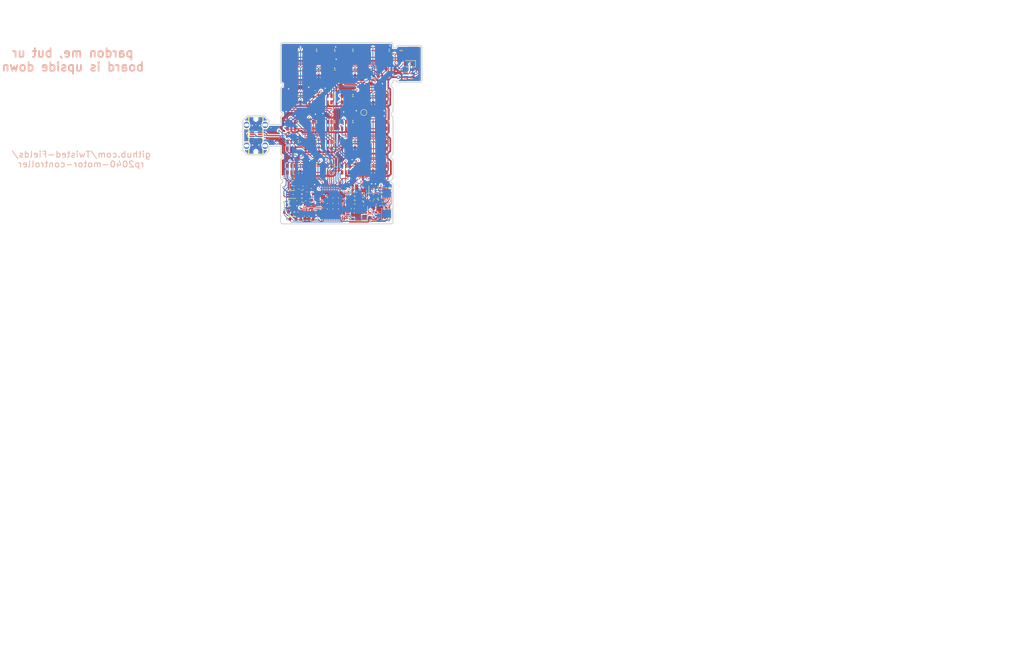
<source format=kicad_pcb>
(kicad_pcb (version 20221018) (generator pcbnew)
  (title_block (title "RP2040 Motor Controller") (date "2020-07-13") (rev "REV1") (company "Twisted Fields, LLC"))
  (layers (0 "F.Cu" signal) (31 "B.Cu" signal) (34 "B.Paste" user) (35 "F.Paste" user) (36 "B.SilkS" user "B.Silkscreen") (37 "F.SilkS" user "F.Silkscreen") (38 "B.Mask" user) (39 "F.Mask" user) (44 "Edge.Cuts" user))
  (net 0 "")
  (net 1 "VBUS")
  (net 2 "+3V3")
  (net 3 "+1V1")
  (net 4 "Net-(C6-Pad1)")
  (net 7 "/LED_TX_1")
  (net 8 "/LED_SCK_1")
  (net 9 "/SW_LED_1")
  (net 10 "/LED_TX_2")
  (net 11 "SWCLK")
  (net 12 "SWD")
  (net 13 "/XIN")
  (net 14 "/USB_D-")
  (net 15 "/USB_D+")
  (net 16 "/LED_SCK_2")
  (net 17 "/SW_LED_2")
  (net 18 "/LED_TX_3")
  (net 19 "/LED_SCK_3")
  (net 20 "/QSPI_SS")
  (net 21 "/~{USB_BOOT}")
  (net 22 "/XOUT")
  (net 23 "/USB_DP")
  (net 24 "/USB_DN")
  (net 25 "/QSPI_SD1")
  (net 26 "/QSPI_SD2")
  (net 27 "/QSPI_SD0")
  (net 28 "/QSPI_SCLK")
  (net 29 "/QSPI_SD3")
  (net 30 "Net-(J2-CC1)")
  (net 31 "Net-(J2-CC2)")
  (net 32 "/RUN")
  (net 33 "+BATT")
  (net 34 "Net-(U20-Prog)")
  (net 35 "GND")
  (net 38 "SCL")
  (net 39 "SDA")
  (net 40 "Net-(U8-BAT)")
  (net 41 "/DONE")
  (net 42 "/CHRG")
  (net 50 "/SW_LED_3")
  (net 51 "/LED_TX_4")
  (net 52 "/LED_SCK_4")
  (net 53 "/SW_LED_4")
  (net 54 "BAT-")
  (net 56 "Net-(D2-A)")
  (net 60 "/USB_D1+")
  (net 61 "/USB_D1-")
  (net 64 "/LED_1_GND")
  (net 65 "Net-(U13-SDO)")
  (net 66 "Net-(U13-CKO)")
  (net 67 "Net-(U14-SDO)")
  (net 68 "Net-(U14-CKO)")
  (net 69 "Net-(U24-SDO)")
  (net 70 "Net-(U24-CKO)")
  (net 71 "Net-(U25-SDO)")
  (net 72 "Net-(U25-CKO)")
  (net 73 "Net-(U27-SDO)")
  (net 74 "Net-(U27-CKO)")
  (net 75 "Net-(U31-SDO)")
  (net 76 "Net-(U31-CKO)")
  (net 77 "Net-(U32-SDO)")
  (net 78 "Net-(U32-CKO)")
  (net 79 "Net-(U38-SDO)")
  (net 80 "Net-(U38-CKO)")
  (net 81 "Net-(U39-SDO)")
  (net 82 "Net-(U39-CKO)")
  (net 83 "/LED_3_GND")
  (net 84 "/LED_2_GND")
  (net 85 "/LED_4_GND")
  (net 86 "Net-(U11-SDI)")
  (net 87 "Net-(U11-CKL)")
  (net 88 "Net-(U11-SDO)")
  (net 89 "Net-(U11-CKO)")
  (net 90 "Net-(U15-SDO)")
  (net 91 "Net-(U15-CKO)")
  (net 92 "Net-(U16-SDO)")
  (net 93 "Net-(U16-CKO)")
  (net 94 "Net-(U17-SDO)")
  (net 95 "Net-(U17-CKO)")
  (net 96 "Net-(U19-SDO)")
  (net 97 "Net-(U19-CKO)")
  (net 98 "Net-(U21-SDO)")
  (net 99 "Net-(U21-CKO)")
  (net 100 "Net-(U28-SDO)")
  (net 101 "Net-(U28-CKO)")
  (net 102 "Net-(U29-SDO)")
  (net 103 "Net-(U29-CKO)")
  (net 104 "Net-(U30-SDO)")
  (net 105 "Net-(U30-CKO)")
  (net 106 "Net-(U34-SDO)")
  (net 107 "Net-(U34-CKO)")
  (net 108 "Net-(U35-SDO)")
  (net 109 "Net-(U35-CKO)")
  (net 110 "Net-(U41-SDO)")
  (net 111 "Net-(U41-CKO)")
  (net 112 "Net-(U42-SDO)")
  (net 113 "Net-(U42-CKO)")
  (net 114 "Net-(U45-SDO)")
  (net 115 "Net-(U45-CKO)")
  (net 116 "Net-(U46-SDO)")
  (net 117 "Net-(U46-CKO)")
  (net 118 "Net-(U48-SDO)")
  (net 119 "Net-(U48-CKO)")
  (net 120 "Net-(U49-SDO)")
  (net 121 "Net-(U49-CKO)")
  (net 124 "Net-(U13-SDI)")
  (net 125 "Net-(U13-CKL)")
  (net 126 "Net-(U16-SDI)")
  (net 127 "Net-(U16-CKL)")
  (net 130 "Net-(U19-SDI)")
  (net 131 "Net-(U19-CKL)")
  (net 132 "Net-(U24-SDI)")
  (net 133 "Net-(U24-CKL)")
  (net 137 "Net-(U27-SDI)")
  (net 138 "Net-(U27-CKL)")
  (net 139 "Net-(U31-SDI)")
  (net 140 "Net-(U31-CKL)")
  (net 142 "Net-(U34-SDI)")
  (net 143 "Net-(U34-CKL)")
  (net 145 "INT")
  (net 147 "unconnected-(U7-INT1-Pad4)")
  (net 148 "/LIGHT_SENSE")
  (footprint "Capacitor_SMD:C_0402_1005Metric" (layer "F.Cu") (at 153.09 96.525 180)
    (fp_text reference "C12" hide)
    (fp_text value "1u")
  )
  (footprint "Capacitor_SMD:C_0402_1005Metric" (layer "F.Cu") (at 157.065 98.015 180)
    (fp_text reference "C10" hide)
    (fp_text value "1u")
  )
  (footprint "Capacitor_SMD:C_0402_1005Metric" (layer "F.Cu") (at 166.69 103.325 90)
    (fp_text reference "C15" hide)
    (fp_text value "100n")
  )
  (footprint "Capacitor_SMD:C_0402_1005Metric" (layer "F.Cu") (at 155.155 103.85)
    (fp_text reference "C1" hide)
    (fp_text value "100n")
  )
  (footprint "Capacitor_SMD:C_0402_1005Metric" (layer "F.Cu") (at 170.68 102.969999 -90)
    (fp_text reference "C6" hide)
    (fp_text value "20p")
  )
  (footprint "Resistor_SMD:R_0402_1005Metric" (layer "F.Cu") (at 155.19 100.385 180)
    (fp_text reference "R1" hide)
    (fp_text value "1.1k")
  )
  (footprint "Capacitor_SMD:C_0402_1005Metric" (layer "F.Cu") (at 156.765 99.45 180)
    (fp_text reference "C11" hide)
    (fp_text value "100n")
  )
  (footprint "Capacitor_SMD:C_0402_1005Metric" (layer "F.Cu") (at 167.145 97.09)
    (fp_text reference "C14" hide)
    (fp_text value "100n")
  )
  (footprint "Capacitor_SMD:C_0402_1005Metric" (layer "F.Cu") (at 167.135 98.059)
    (fp_text reference "C16" hide)
    (fp_text value "100n")
  )
  (footprint "Resistor_SMD:R_0402_1005Metric" (layer "F.Cu") (at 154.928 98.512)
    (fp_text reference "R6" hide)
    (fp_text value "27")
  )
  (footprint "Capacitor_SMD:C_0402_1005Metric" (layer "F.Cu") (at 167.135 98.99)
    (fp_text reference "C9" hide)
    (fp_text value "100n")
  )
  (footprint "Capacitor_SMD:C_0402_1005Metric" (layer "F.Cu") (at 157.025 103.85 180)
    (fp_text reference "C13" hide)
    (fp_text value "100n")
  )
  (footprint "Capacitor_SMD:C_0402_1005Metric" (layer "F.Cu") (at 157.055 97.075001 180)
    (fp_text reference "C18" hide)
    (fp_text value "100n")
  )
  (footprint "RP2040_minimal:RP2040-QFN-56" (layer "F.Cu") (at 162.1 100.2 90)
    (fp_text reference "U3" hide)
    (fp_text value "RP2040")
  )
  (footprint "Capacitor_SMD:C_0402_1005Metric" (layer "F.Cu") (at 166.689999 101.435 -90)
    (fp_text reference "C5" hide)
    (fp_text value "20p")
  )
  (footprint "Resistor_SMD:R_0402_1005Metric" (layer "F.Cu") (at 154.928 97.562)
    (fp_text reference "R7" hide)
    (fp_text value "27")
  )
  (footprint "Capacitor_SMD:C_0402_1005Metric" (layer "F.Cu") (at 157.065 100.37 180)
    (fp_text reference "C8" hide)
    (fp_text value "100n")
  )
  (footprint "Capacitor_SMD:C_0402_1005Metric" (layer "F.Cu") (at 155.23 96.575 180)
    (fp_text reference "C17" hide)
    (fp_text value "100n")
  )
  (footprint "Resistor_SMD:R_0402_1005Metric" (layer "F.Cu") (at 167.155 99.94)
    (fp_text reference "R5" hide)
    (fp_text value "1.1k")
  )
  (footprint "Capacitor_SMD:C_0402_1005Metric" (layer "F.Cu") (at 167.138 96.169)
    (fp_text reference "C7" hide)
    (fp_text value "10u")
  )
  (footprint "Capacitor_SMD:C_0402_1005Metric" (layer "F.Cu") (at 154.945 99.444998)
    (fp_text reference "C24" hide)
    (fp_text value "100n" hide)
  )
  (footprint "Resistor_SMD:R_0402_1005Metric" (layer "F.Cu") (at 169.02 99.225 180)
    (fp_text reference "R10" hide)
    (fp_text value "20k")
  )
  (footprint "parts:LED-SK9822-EC20" (layer "F.Cu") (at 152.5 86.75)
    (fp_text reference "U13" hide)
    (fp_text value "~")
  )
  (footprint "LED_SMD:LED_0603_1608Metric" (layer "F.Cu") (at 179.72 67.895 180)
    (fp_text reference "Q5" hide)
    (fp_text value "~")
  )
  (footprint "parts:LED-SK9822-EC20" (layer "F.Cu") (at 160.9 86.75)
    (fp_text reference "U15" hide)
    (fp_text value "~")
  )
  (footprint "parts:LED-SK9822-EC20" (layer "F.Cu") (at 173.5 69.95)
    (fp_text reference "U36" hide)
    (fp_text value "~")
  )
  (footprint "Resistor_SMD:R_0402_1005Metric" (layer "F.Cu") (at 153.645 102.17 90)
    (fp_text reference "R2" hide)
    (fp_text value "100k")
  )
  (footprint "parts:LED-SK9822-EC20" (layer "F.Cu") (at 160.9 76.075)
    (fp_text reference "U40" hide)
    (fp_text value "~")
  )
  (footprint "Capacitor_SMD:C_0402_1005Metric" (layer "F.Cu") (at 171.965 99.175 -90)
    (fp_text reference "C22" hide)
    (fp_text value "100n")
  )
  (footprint "parts:LED-SK9822-EC20" (layer "F.Cu") (at 173.5 82.125)
    (fp_text reference "U18" hide)
    (fp_text value "~")
  )
  (footprint "parts:LED-SK9822-EC20" (layer "F.Cu") (at 169.3 76.075)
    (fp_text reference "U42" hide)
    (fp_text value "~")
  )
  (footprint "Resistor_SMD:R_0402_1005Metric" (layer "F.Cu") (at 152.026 84.681 180)
    (fp_text reference "R3" hide)
    (fp_text value "5.1k")
  )
  (footprint "Capacitor_SMD:C_0402_1005Metric" (layer "F.Cu") (at 171.395 93.145001 90)
    (fp_text reference "C28" hide)
    (fp_text value "1u")
  )
  (footprint "Package_TO_SOT_SMD:SOT-666" (layer "F.Cu") (at 152.475 98.125 180)
    (fp_text reference "U10" hide)
    (fp_text value "USBLC6-2P6")
  )
  (footprint "Resistor_SMD:R_0402_1005Metric" (layer "F.Cu") (at 153.939 84.679 180)
    (fp_text reference "R4" hide)
    (fp_text value "5.1k")
  )
  (footprint "parts:LED-SK9822-EC20" (layer "F.Cu") (at 152.5 82.125)
    (fp_text reference "U5" hide)
    (fp_text value "~")
  )
  (footprint "parts:LED-SK9822-EC20" (layer "F.Cu") (at 156.7 69.95)
    (fp_text reference "U32" hide)
    (fp_text value "~")
  )
  (footprint "parts:LED-SK9822-EC20" (layer "F.Cu") (at 160.9 65.625)
    (fp_text reference "U26" hide)
    (fp_text value "~")
  )
  (footprint "parts:LED-SK9822-EC20" (layer "F.Cu") (at 156.7 92.25)
    (fp_text reference "U46" hide)
    (fp_text value "~")
  )
  (footprint "parts:LED-SK9822-EC20" (layer "F.Cu") (at 173.5 86.75)
    (fp_text reference "U22" hide)
    (fp_text value "~")
  )
  (footprint "parts:LED-SK9822-EC20" (layer "F.Cu") (at 169.3 69.95)
    (fp_text reference "U35" hide)
    (fp_text value "~")
  )
  (footprint "parts:USB-C-TH_GT-USB-7055" (layer "F.Cu") (at 144.3 84.45 90)
    (fp_text reference "J2" hide)
    (fp_text value "USB_C_Receptacle_USB2.0" hide)
  )
  (footprint "parts:LED-SK9822-EC20" (layer "F.Cu") (at 173.5 65.625)
    (fp_text reference "U29" hide)
    (fp_text value "~")
  )
  (footprint "parts:LED-SK9822-EC20" (layer "F.Cu") (at 173.5 92.275)
    (fp_text reference "U52" hide)
    (fp_text value "~")
  )
  (footprint "Package_LGA:LGA-14_3x2.5mm_P0.5mm_LayoutBorder3x4y" (layer "F.Cu") (at 173.925 97.825 -90)
    (fp_text reference "U7" hide)
    (fp_text value "LSM6DS3")
  )
  (footprint "parts:LED-SK9822-EC20" (layer "F.Cu") (at 165.1 92.25)
    (fp_text reference "U48" hide)
    (fp_text value "~")
  )
  (footprint "Capacitor_SMD:C_0402_1005Metric" (layer "F.Cu") (at 172.054 101.226)
    (fp_text reference "C2" hide)
    (fp_text value "10u")
  )
  (footprint "parts:LED-SK9822-EC20" (layer "F.Cu") (at 160.9 92.25)
    (fp_text reference "U47" hide)
    (fp_text value "~")
  )
  (footprint "parts:LED-SK9822-EC20" (layer "F.Cu") (at 179.71 70.135 90)
    (fp_text reference "U37" hide)
    (fp_text value "~")
  )
  (footprint "parts:LED-SK9822-EC20" (layer "F.Cu") (at 169.3 65.625)
    (fp_text reference "U28" hide)
    (fp_text value "~")
  )
  (footprint "Package_DFN_QFN:DFN-8-1EP_2x2mm_P0.5mm_EP0.9x1.5mm" (layer "F.Cu") (at 169.305 97.155 90)
    (fp_text reference "U20" hide)
    (fp_text value "LGS4056H")
  )
  (footprint "parts:LED-SK9822-EC20" (layer "F.Cu") (at 173.5 76.075)
    (fp_text reference "U50" hide)
    (fp_text value "~")
  )
  (footprint "Resistor_SMD:R_0402_1005Metric" (layer "F.Cu") (at 171.415 71.105 90)
    (fp_text reference "R8" hide)
    (fp_text value "WHAT VALUE?")
  )
  (footprint "Capacitor_SMD:C_0402_1005Metric" (layer "F.Cu") (at 151.335 102.26)
    (fp_text reference "C19" hide)
    (fp_text value "100n")
  )
  (footprint "Package_DFN_QFN:Diodes_DFN1006-3" (layer "F.Cu") (at 167.195 74.585 -90)
    (fp_text reference "Q2" hide)
    (fp_text value "NMOS 20V 0.75A 500mΩ@4.5V")
  )
  (footprint "parts:LED-SK9822-EC20" (layer "F.Cu") (at 165.1 82.125)
    (fp_text reference "U16" hide)
    (fp_text value "~")
  )
  (footprint "parts:DFN1608-3_L1.5-W0.8-P0.42-BL-EP" (layer "F.Cu") (at 151.446 100.5)
    (fp_text reference "U1" hide)
    (fp_text value "Magnetic Switch" hide)
  )
  (footprint "Capacitor_SMD:C_0402_1005Metric" (layer "F.Cu") (at 173.885 101.23 180)
    (fp_text reference "C20" hide)
    (fp_text value "1u")
  )
  (footprint "parts:LED-SK9822-EC20" (layer "F.Cu") (at 160.9 69.95)
    (fp_text reference "U33" hide)
    (fp_text value "~")
  )
  (footprint "parts:LED-SK9822-EC20" (layer "F.Cu") (at 169.3 92.25)
    (fp_text reference "U49" hide)
    (fp_text value "~")
  )
  (footprint "parts:LED-SK9822-EC20" (layer "F.Cu") (at 152.5 76.075)
    (fp_text reference "U38" hide)
    (fp_text value "~")
  )
  (footprint "parts:DFN1x1" (layer "F.Cu") (at 171.566998 96.413)
    (fp_text reference "U8" hide)
    (fp_text value "~")
  )
  (footprint "Crystal:Crystal_SMD_2520-4Pin_2.5x2.0mm" (layer "F.Cu") (at 168.67 102.54 90)
    (fp_text reference "Y1" hide)
    (fp_text value "Crystal_GND24")
  )
  (footprint "parts:LED-SK9822-EC20" (layer "F.Cu") (at 165.1 86.75)
    (fp_text reference "U19" hide)
    (fp_text value "~")
  )
  (footprint "TestPoint:TestPoint_Pad_D1.0mm" (layer "F.Cu") (at 169.23 79.175 -90)
    (fp_text reference "TP1" hide)
    (fp_text value "TestPoint")
  )
  (footprint "Diode_SMD:D_SOD-523" (layer "F.Cu") (at 152.880001 103.825)
    (fp_text reference "D2" hide)
    (fp_text value "D")
  )
  (footprint "Package_DFN_QFN:Diodes_DFN1006-3" (layer "F.Cu") (at 158.8 74.795 -90)
    (fp_text reference "Q1" hide)
    (fp_text value "NMOS 20V 0.75A 500mΩ@4.5V")
  )
  (footprint "parts:LED-SK9822-EC20" (layer "F.Cu") (at 156.7 86.75)
    (fp_text reference "U14" hide)
    (fp_text value "~")
  )
  (footprint "Capacitor_SMD:C_0402_1005Metric" (layer "F.Cu") (at 171.040002 99.584999 -90)
    (fp_text reference "C21" hide)
    (fp_text value "10u")
  )
  (footprint "parts:LED-SK9822-EC20" (layer "F.Cu") (at 156.7 65.625)
    (fp_text reference "U25" hide)
    (fp_text value "~")
  )
  (footprint "parts:LED-SK9822-EC20" (layer "F.Cu") (at 152.5 92.25)
    (fp_text reference "U45" hide)
    (fp_text value "~")
  )
  (footprint "Package_DFN_QFN:Diodes_DFN1006-3" (layer "F.Cu") (at 158.8 90.78 -90)
    (fp_text reference "Q3" hide)
    (fp_text value "NMOS 20V 0.75A 500mΩ@4.5V")
  )
  (footprint "digikey-footprints:UFDFN-6_1.45x1mm" (layer "F.Cu") (at 152.985 100.155)
    (fp_text reference "U6" hide)
    (fp_text value "Buffer")
  )
  (footprint "parts:LED-SK9822-EC20" (layer "F.Cu") (at 152.5 65.625)
    (fp_text reference "U24" hide)
    (fp_text value "SK9822-EC20")
  )
  (footprint "parts:LED-SK9822-EC20" (layer "F.Cu") (at 165.1 69.95)
    (fp_text reference "U34" hide)
    (fp_text value "~")
  )
  (footprint "parts:LED-SK9822-EC20" (layer "F.Cu") (at 160.9 82.125)
    (fp_text reference "U12" hide)
    (fp_text value "~")
  )
  (footprint "Capacitor_SMD:C_0402_1005Metric" (layer "F.Cu") (at 154.585 93.205 90)
    (fp_text reference "C26" hide)
    (fp_text value "1u")
  )
  (footprint "Capacitor_SMD:C_0402_1005Metric" (layer "F.Cu") (at 158.815 87.725 90)
    (fp_text reference "C25" hide)
    (fp_text value "1u")
  )
  (footprint "parts:IC_W25Q16JVUXIQ_TR" (layer "F.Cu") (at 156.04 102.125 180)
    (fp_text reference "U4" hide)
    (fp_text value "W25Q16JV")
  )
  (footprint "parts:LED-SK9822-EC20" (layer "F.Cu") (at 169.3 82.125)
    (fp_text reference "U17" hide)
    (fp_text value "~")
  )
  (footprint "parts:LED-SK9822-EC20" (layer "F.Cu") (at 165.09 76.075)
    (fp_text reference "U41" hide)
    (fp_text value "~")
  )
  (footprint "Capacitor_SMD:C_0402_1005Metric" (layer "F.Cu") (at 154.595 77.135001 90)
    (fp_text reference "C29" hide)
    (fp_text value "1u")
  )
  (footprint "Package_DFN_QFN:Diodes_DFN1006-3" (layer "F.Cu") (at 167.2 90.775 -90)
    (fp_text reference "Q4" hide)
    (fp_text value "NMOS 20V 0.75A 500mΩ@4.5V")
  )
  (footprint "parts:LED-SK9822-EC20" (layer "F.Cu") (at 156.7 82.125)
    (fp_text reference "U11" hide)
    (fp_text value "~")
  )
  (footprint "Resistor_SMD:R_0402_1005Metric" (layer "F.Cu") (at 171.49 97.784999 180)
    (fp_text reference "R9" hide)
    (fp_text value "510")
  )
  (footprint "Capacitor_SMD:C_0402_1005Metric" (layer "F.Cu") (at 173.544999 100.27 180)
    (fp_text reference "C23" hide)
    (fp_text value "100n")
  )
  (footprint "parts:LED-SK9822-EC20" (layer "F.Cu") (at 169.3 86.75)
    (fp_text reference "U21" hide)
    (fp_text value "~")
  )
  (footprint "parts:LED-SK9822-EC20" (layer "F.Cu") (at 152.5 69.95)
    (fp_text reference "U31" hide)
    (fp_text value "~")
  )
  (footprint "Capacitor_SMD:C_0402_1005Metric" (layer "F.Cu") (at 167.205 87.745001 90)
    (fp_text reference "C27" hide)
    (fp_text value "1u")
  )
  (footprint "parts:LED-SK9822-EC20" (layer "F.Cu") (at 165.1 65.625)
    (fp_text reference "U27" hide)
    (fp_text value "~")
  )
  (footprint "Capacitor_SMD:C_0402_1005Metric" (layer "F.Cu") (at 171.415 77.275 90)
    (fp_text reference "C32" hide)
    (fp_text value "1u")
  )
  (footprint "Capacitor_SMD:C_0402_1005Metric" (layer "F.Cu") (at 169.16 100.305 180)
    (fp_text reference "C4" hide)
    (fp_text value "100n")
  )
  (footprint "parts:WDFN-6-2x2" (layer "F.Cu") (at 173.125 102.975 180)
    (fp_text reference "U9" hide)
    (fp_text value "NCP730BMT330TBG")
  )
  (footprint "Capacitor_SMD:C_0402_1005Metric" (layer "F.Cu") (at 158.805 71.055 90)
    (fp_text reference "C30" hide)
    (fp_text value "1u")
  )
  (footprint "parts:LED-SK9822-EC20" (layer "F.Cu") (at 156.7 76.075)
    (fp_text reference "U39" hide)
    (fp_text value "~")
  )
  (footprint "Capacitor_SMD:C_0402_1005Metric" (layer "F.Cu") (at 167.205 71.035 90)
    (fp_text reference "C31" hide)
    (fp_text value "1u")
  )
  (footprint "parts:LED-SK9822-EC20" (layer "F.Cu") (at 179.71 65.66 90)
    (fp_text reference "U30" hide)
    (fp_text value "~")
  )
  (footprint "Capacitor_SMD:C_0402_1005Metric" (layer "F.Cu") (at 152.705 102.195 90)
    (fp_text reference "C3" hide)
    (fp_text value "10u")
  )
  (footprint "TestPoint:TestPoint_Pad_2.0x2.0mm" (layer "B.Cu") (at 174.525 102.625 180)
    (fp_text reference "TP3" hide)
    (fp_text value "TestPoint" hide)
  )
  (footprint "TestPoint:TestPoint_Pad_2.0x2.0mm" (layer "B.Cu") (at 174.5 97.8 180)
    (fp_text reference "TP2" hide)
    (fp_text value "TestPoint" hide)
  )
  (gr_line (start 177.19115 63.685398) (end 182.19115 63.685398) (stroke (width 0.2)) (layer "Edge.Cuts"))
  (gr_arc (start 175.5 63.010398) (mid 175.853554 63.156844) (end 176 63.510398) (stroke (width 0.2)) (layer "Edge.Cuts"))
  (gr_line (start 146.30885 79.967699) (end 142.30885 79.967699) (stroke (width 0.2)) (layer "Edge.Cuts"))
  (gr_line (start 176 64.185398) (end 176.69115 64.185398) (stroke (width 0.2)) (layer "Edge.Cuts"))
  (gr_line (start 177.19115 72.185398) (end 182.19115 72.185398) (stroke (width 0.2)) (layer "Edge.Cuts"))
  (gr_line (start 150 104.425) (end 150 95.925) (stroke (width 0.2)) (layer "Edge.Cuts"))
  (gr_line (start 176 88.542699) (end 176 80.392699) (stroke (width 0.2)) (layer "Edge.Cuts"))
  (gr_line (start 175.5 72.510398) (end 175.5 73.201549) (stroke (width 0.2)) (layer "Edge.Cuts"))
  (gr_arc (start 176 78.701549) (mid 175.853536 79.055071) (end 175.5 79.201549) (stroke (width 0.2)) (layer "Edge.Cuts"))
  (gr_line (start 176 72.010398) (end 176 71.685398) (stroke (width 0.2)) (layer "Edge.Cuts"))
  (gr_arc (start 182.19115 63.685398) (mid 182.544736 63.831827) (end 182.69115 64.185398) (stroke (width 0.2)) (layer "Edge.Cuts"))
  (gr_line (start 150.5 104.925) (end 175.5 104.925) (stroke (width 0.2)) (layer "Edge.Cuts"))
  (gr_arc (start 176 94.23385) (mid 175.853536 94.587371) (end 175.5 94.73385) (stroke (width 0.2)) (layer "Edge.Cuts"))
  (gr_line (start 175.5 94.73385) (end 175.5 95.425) (stroke (width 0.2)) (layer "Edge.Cuts"))
  (gr_line (start 147.30885 80.967699) (end 147.30885 81.967699) (stroke (width 0.2)) (layer "Edge.Cuts"))
  (gr_arc (start 150 90.23385) (mid 150.146429 89.880264) (end 150.5 89.73385) (stroke (width 0.2)) (layer "Edge.Cuts"))
  (gr_line (start 142.30885 79.967699) (end 141.30885 80.967699) (stroke (width 0.2)) (layer "Edge.Cuts"))
  (gr_arc (start 150 73.701549) (mid 150.146429 73.347964) (end 150.5 73.201549) (stroke (width 0.2)) (layer "Edge.Cuts"))
  (gr_line (start 150 94.23385) (end 150 90.23385) (stroke (width 0.2)) (layer "Edge.Cuts"))
  (gr_line (start 176 94.23385) (end 176 90.23385) (stroke (width 0.2)) (layer "Edge.Cuts"))
  (gr_line (start 146.30885 88.967699) (end 147.30885 87.967699) (stroke (width 0.2)) (layer "Edge.Cuts"))
  (gr_line (start 150 81.967699) (end 150 80.392699) (stroke (width 0.2)) (layer "Edge.Cuts"))
  (gr_arc (start 150.5 72.510398) (mid 150.146447 72.363951) (end 150 72.010398) (stroke (width 0.2)) (layer "Edge.Cuts"))
  (gr_arc (start 150.5 89.042699) (mid 150.146447 88.896252) (end 150 88.542699) (stroke (width 0.2)) (layer "Edge.Cuts"))
  (gr_line (start 150.5 73.201549) (end 150.5 72.510398) (stroke (width 0.2)) (layer "Edge.Cuts"))
  (gr_line (start 176 104.425) (end 176 95.925) (stroke (width 0.2)) (layer "Edge.Cuts"))
  (gr_line (start 147.30885 80.967699) (end 146.30885 79.967699) (stroke (width 0.2)) (layer "Edge.Cuts"))
  (gr_arc (start 175.5 79.892699) (mid 175.853554 80.039146) (end 176 80.392699) (stroke (width 0.2)) (layer "Edge.Cuts"))
  (gr_line (start 141.30885 80.967699) (end 141.30885 87.967699) (stroke (width 0.2)) (layer "Edge.Cuts"))
  (gr_line (start 150.5 89.73385) (end 150.5 89.042699) (stroke (width 0.2)) (layer "Edge.Cuts"))
  (gr_arc (start 176.69115 64.185398) (mid 176.837594 63.831828) (end 177.19115 63.685398) (stroke (width 0.2)) (layer "Edge.Cuts"))
  (gr_arc (start 176 72.010398) (mid 175.853554 72.363953) (end 175.5 72.510398) (stroke (width 0.2)) (layer "Edge.Cuts"))
  (gr_arc (start 150.5 104.925) (mid 150.146447 104.778553) (end 150 104.425) (stroke (width 0.2)) (layer "Edge.Cuts"))
  (gr_line (start 141.30885 87.967699) (end 142.30885 88.967699) (stroke (width 0.2)) (layer "Edge.Cuts"))
  (gr_arc (start 150 63.510398) (mid 150.146447 63.156846) (end 150.5 63.010398) (stroke (width 0.2)) (layer "Edge.Cuts"))
  (gr_line (start 146.30885 88.967699) (end 142.30885 88.967699) (stroke (width 0.2)) (layer "Edge.Cuts"))
  (gr_arc (start 176 104.425) (mid 175.853553 104.778553) (end 175.5 104.925) (stroke (width 0.2)) (layer "Edge.Cuts"))
  (gr_line (start 150 78.701549) (end 150 73.701549) (stroke (width 0.2)) (layer "Edge.Cuts"))
  (gr_line (start 150 72.010398) (end 150 63.510398) (stroke (width 0.2)) (layer "Edge.Cuts"))
  (gr_line (start 175.5 79.201549) (end 175.5 79.892699) (stroke (width 0.2)) (layer "Edge.Cuts"))
  (gr_line (start 150 88.542699) (end 150 86.967699) (stroke (width 0.2)) (layer "Edge.Cuts"))
  (gr_line (start 176 78.701549) (end 176 73.701549) (stroke (width 0.2)) (layer "Edge.Cuts"))
  (gr_line (start 150 86.967699) (end 147.30885 86.967699) (stroke (width 0.2)) (layer "Edge.Cuts"))
  (gr_arc (start 150 95.925) (mid 150.146447 95.571447) (end 150.5 95.425) (stroke (width 0.2)) (layer "Edge.Cuts"))
  (gr_line (start 150.5 79.892699) (end 150.5 79.201549) (stroke (width 0.2)) (layer "Edge.Cuts"))
  (gr_arc (start 177.19115 72.185398) (mid 176.837565 72.038969) (end 176.69115 71.685398) (stroke (width 0.2)) (layer "Edge.Cuts"))
  (gr_line (start 182.69115 71.685398) (end 182.69115 64.185398) (stroke (width 0.2)) (layer "Edge.Cuts"))
  (gr_arc (start 176 88.542699) (mid 175.853554 88.896253) (end 175.5 89.042699) (stroke (width 0.2)) (layer "Edge.Cuts"))
  (gr_arc (start 175.5 73.201549) (mid 175.853536 73.347999) (end 176 73.701549) (stroke (width 0.2)) (layer "Edge.Cuts"))
  (gr_arc (start 175.5 89.73385) (mid 175.853536 89.8803) (end 176 90.23385) (stroke (width 0.2)) (layer "Edge.Cuts"))
  (gr_line (start 147.30885 81.967699) (end 150 81.967699) (stroke (width 0.2)) (layer "Edge.Cuts"))
  (gr_line (start 176 64.185398) (end 176 63.510398) (stroke (width 0.2)) (layer "Edge.Cuts"))
  (gr_arc (start 150.5 79.201549) (mid 150.146429 79.055105) (end 150 78.701549) (stroke (width 0.2)) (layer "Edge.Cuts"))
  (gr_arc (start 150 80.392699) (mid 150.146447 80.039146) (end 150.5 79.892699) (stroke (width 0.2)) (layer "Edge.Cuts"))
  (gr_line (start 176.69115 71.685398) (end 176 71.685398) (stroke (width 0.2)) (layer "Edge.Cuts"))
  (gr_line (start 150.5 63.010398) (end 175.5 63.010398) (stroke (width 0.2)) (layer "Edge.Cuts"))
  (gr_line (start 175.5 89.042699) (end 175.5 89.73385) (stroke (width 0.2)) (layer "Edge.Cuts"))
  (gr_arc (start 150.5 94.73385) (mid 150.146429 94.587406) (end 150 94.23385) (stroke (width 0.2)) (layer "Edge.Cuts"))
  (gr_line (start 150.5 95.425) (end 150.5 94.73385) (stroke (width 0.2)) (layer "Edge.Cuts"))
  (gr_arc (start 175.5 95.425) (mid 175.853553 95.571447) (end 176 95.925) (stroke (width 0.2)) (layer "Edge.Cuts"))
  (gr_line (start 147.30885 86.967699) (end 147.30885 87.967699) (stroke (width 0.2)) (layer "Edge.Cuts"))
  (gr_arc (start 182.69115 71.685398) (mid 182.544701 72.038935) (end 182.19115 72.185398) (stroke (width 0.2)) (layer "Edge.Cuts"))
  (gr_text "-" (at 173.025 99.325) (layer "B.SilkS") (effects (font (size 3 3)) (justify left bottom mirror)))
  (gr_text "github.com/Twisted-Fields/\nrp2040-motor-controller" (at 103.95 90) (layer "B.SilkS") (effects (font (size 1.4 1.5) (thickness 0.2)) (justify mirror)))
  (gr_text "pardon me, but ur\nboard is upside down" (at 102 67) (layer "B.SilkS") (effects (font (size 2 2) (thickness 0.4)) (justify mirror)))
  (gr_text "+" (at 173.175 104.125) (layer "B.SilkS") (effects (font (size 3 3)) (justify left bottom mirror)))
  (segment (start 152.245002 99.11) (end 152.285002 99.15) (width 0.2) (layer "F.Cu") (net 1))
  (segment (start 170.05 99.895) (end 170.05 99.28) (width 0.2) (layer "F.Cu") (net 1))
  (segment (start 170.05 99.28) (end 170.12 99.21) (width 0.2) (layer "F.Cu") (net 1))
  (segment (start 143.4 85.7) (end 145.2 85.7) (width 0.2) (layer "F.Cu") (net 1))
  (segment (start 151.825 95.235) (end 151.825 96.895) (width 0.2) (layer "F.Cu") (net 1))
  (segment (start 152.245002 98.245002) (end 152.125 98.125) (width 0.2) (layer "F.Cu") (net 1))
  (segment (start 143.4 83.2) (end 142.65 83.2) (width 0.2) (layer "F.Cu") (net 1))
  (segment (start 170.12 98.219999) (end 170.055001 98.155) (width 0.2) (layer "F.Cu") (net 1))
  (segment (start 149.15 86.417699) (end 147.917699 86.417699) (width 0.2) (layer "F.Cu") (net 1))
  (segment (start 152.485 99.78) (end 152.245002 99.540002) (width 0.2) (layer "F.Cu") (net 1))
  (segment (start 151.765 95.175) (end 150.79 94.2) (width 0.2) (layer "F.Cu") (net 1))
  (segment (start 168.398314 96.111686) (end 168.555 96.111686) (width 0.2) (layer "F.Cu") (net 1))
  (segment (start 152.245002 97.315002) (end 152.245002 98.245002) (width 0.2) (layer "F.Cu") (net 1))
  (segment (start 170.12 98.82) (end 170.12 99.21) (width 0.2) (layer "F.Cu") (net 1))
  (segment (start 145.2 83.2) (end 143.4 83.2) (width 0.2) (layer "F.Cu") (net 1))
  (segment (start 154.170002 99.15) (end 154.465 99.444998) (width 0.2) (layer "F.Cu") (net 1))
  (segment (start 153.320636 95) (end 153.145636 95.175) (width 0.2) (layer "F.Cu") (net 1))
  (segment (start 152.125 98.125) (end 151.55 98.125) (width 0.2) (layer "F.Cu") (net 1))
  (segment (start 159 96.75032) (end 159 95.95) (width 0.2) (layer "F.Cu") (net 1))
  (segment (start 158.05 95) (end 153.320636 95) (width 0.2) (layer "F.Cu") (net 1))
  (segment (start 147.2 85.7) (end 145.2 85.7) (width 0.2) (layer "F.Cu") (net 1))
  (segment (start 142.292893 85.7) (end 143.4 85.7) (width 0.2) (layer "F.Cu") (net 1))
  (segment (start 159 95.95) (end 158.05 95) (width 0.2) (layer "F.Cu") (net 1))
  (segment (start 151.825 96.895) (end 152.245002 97.315002) (width 0.2) (layer "F.Cu") (net 1))
  (segment (start 150.79 94.2) (end 151.825 95.235) (width 0.2) (layer "F.Cu") (net 1))
  (segment (start 141.9 83.95) (end 141.9 85.307107) (width 0.2) (layer "F.Cu") (net 1))
  (segment (start 152.285002 99.15) (end 154.170002 99.15) (width 0.2) (layer "F.Cu") (net 1))
  (segment (start 141.9 85.307107) (end 142.292893 85.7) (width 0.2) (layer "F.Cu") (net 1))
  (segment (start 169.64 100.305) (end 170.05 99.895) (width 0.2) (layer "F.Cu") (net 1))
  (segment (start 152.245002 99.540002) (end 152.245002 99.11) (width 0.2) (layer "F.Cu") (net 1))
  (segment (start 153.145636 95.175) (end 151.765 95.175) (width 0.2) (layer "F.Cu") (net 1))
  (segment (start 152.245002 99.11) (end 152.245002 98.245002) (width 0.2) (layer "F.Cu") (net 1))
  (segment (start 170.12 99.21) (end 170.12 98.219999) (width 0.2) (layer "F.Cu") (net 1))
  (segment (start 147.917699 86.417699) (end 147.2 85.7) (width 0.2) (layer "F.Cu") (net 1))
  (segment (start 168.323157 96.186843) (end 168.398314 96.111686) (width 0.2) (layer "F.Cu") (net 1))
  (segment (start 142.65 83.2) (end 141.9 83.95) (width 0.2) (layer "F.Cu") (net 1))
  (via (at 149.15 86.417699) (size 0.5) (drill 0.3) (layers "F.Cu" "B.Cu") (net 1))
  (via (at 170.12 98.82) (size 0.4) (drill 0.2) (layers "F.Cu" "B.Cu") (net 1))
  (via (at 168.323157 96.186843) (size 0.4) (drill 0.2) (layers "F.Cu" "B.Cu") (net 1))
  (via (at 159 96.75032) (size 0.5) (drill 0.3) (layers "F.Cu" "B.Cu") (net 1))
  (via (at 150.79 94.2) (size 0.5) (drill 0.3) (layers "F.Cu" "B.Cu") (net 1))
  (segment (start 164.563068 98) (end 165.95 98) (width 0.2) (layer "B.Cu") (net 1))
  (segment (start 163.313388 96.75032) (end 164.563068 98) (width 0.2) (layer "B.Cu") (net 1))
  (segment (start 150.9 88.4) (end 150.9 94.09) (width 0.2) (layer "B.Cu") (net 1))
  (segment (start 169.18 97.88) (end 169.18 97.043686) (width 0.2) (layer "B.Cu") (net 1))
  (segment (start 167.313603 96.636397) (end 167.513603 96.636397) (width 0.2) (layer "B.Cu") (net 1))
  (segment (start 159 96.75032) (end 163.313388 96.75032) (width 0.2) (layer "B.Cu") (net 1))
  (segment (start 167.963157 96.186843) (end 168.323157 96.186843) (width 0.2) (layer "B.Cu") (net 1))
  (segment (start 167.513603 96.636397) (end 167.963157 96.186843) (width 0.2) (layer "B.Cu") (net 1))
  (segment (start 169.18 97.043686) (end 168.323157 96.186843) (width 0.2) (layer "B.Cu") (net 1))
  (segment (start 150.6 86.85) (end 150.6 88.1) (width 0.2) (layer "B.Cu") (net 1))
  (segment (start 150.6 88.1) (end 150.9 88.4) (width 0.2) (layer "B.Cu") (net 1))
  (segment (start 169.18 97.88) (end 170.12 98.82) (width 0.2) (layer "B.Cu") (net 1))
  (segment (start 150.9 94.09) (end 150.79 94.2) (width 0.2) (layer "B.Cu") (net 1))
  (segment (start 150.167699 86.417699) (end 150.6 86.85) (width 0.2) (layer "B.Cu") (net 1))
  (segment (start 165.95 98) (end 167.313603 96.636397) (width 0.2) (layer "B.Cu") (net 1))
  (segment (start 149.15 86.417699) (end 150.167699 86.417699) (width 0.2) (layer "B.Cu") (net 1))
  (segment (start 165.5375 98.4) (end 166.314 98.4) (width 0.2) (layer "F.Cu") (net 2))
  (segment (start 159.833518 100.637158) (end 159.833518 101.406175) (width 0.2) (layer "F.Cu") (net 2))
  (segment (start 159.1125 103.25) (end 159.5 103.6375) (width 0.2) (layer "F.Cu") (net 2))
  (segment (start 173.0125 97.325) (end 172.974568 97.325) (width 0.2) (layer "F.Cu") (net 2))
  (segment (start 160.04935 97.775) (end 159.5 97.22565) (width 0.2) (layer "F.Cu") (net 2))
  (segment (start 159.87435 97.6) (end 158.6625 97.6) (width 0.2) (layer "F.Cu") (net 2))
  (segment (start 165.5375 100) (end 164.9 100) (width 0.15) (layer "F.Cu") (net 2))
  (segment (start 174.1 103.625) (end 174.2 103.625) (width 0.2) (layer "F.Cu") (net 2))
  (segment (start 166.665 95.845) (end 168.009994 94.500006) (width 0.2) (layer "F.Cu") (net 2))
  (segment (start 172.64 96.990432) (end 172.64 95.51) (width 0.2) (layer "F.Cu") (net 2))
  (segment (start 155.71 96.575) (end 155.15 96.015) (width 0.2) (layer "F.Cu") (net 2))
  (segment (start 165.16 103.26) (end 166.145 103.26) (width 0.2) (layer "F.Cu") (net 2))
  (segment (start 174.8375 98.325) (end 174.474568 98.325) (width 0.2) (layer "F.Cu") (net 2))
  (segment (start 159.44 99.71) (end 159.44 100.24364) (width 0.2) (layer "F.Cu") (net 2))
  (segment (start 174.205697 100.089302) (end 174.597095 100.089302) (width 0.2) (layer "F.Cu") (net 2))
  (segment (start 155.235 104.41) (end 156.945 104.41) (width 0.2) (layer "F.Cu") (net 2))
  (segment (start 174.474568 98.325) (end 173.474568 97.325) (width 0.2) (layer "F.Cu") (net 2))
  (segment (start 173.474568 97.325) (end 173.0125 97.325) (width 0.2) (layer "F.Cu") (net 2))
  (segment (start 174.860698 99.825699) (end 174.860698 99.594024) (width 0.2) (layer "F.Cu") (net 2))
  (segment (start 159.44 100.24364) (end 159.833518 100.637158) (width 0.2) (layer "F.Cu") (net 2))
  (segment (start 164.57 101.82) (end 164.7 101.95) (width 0.1) (layer "F.Cu") (net 2))
  (segment (start 156.945 104.41) (end 157.505 103.85) (width 0.2) (layer "F.Cu") (net 2))
  (segment (start 165.025 103.125) (end 164.76 102.86) (width 0.1) (layer "F.Cu") (net 2))
  (segment (start 159.5 103.10364) (end 159.5 103.6375) (width 0.2) (layer "F.Cu") (net 2))
  (segment (start 154.08 96.015) (end 153.57 96.525) (width 0.2) (layer "F.Cu") (net 2))
  (segment (start 174.17 101.035) (end 174.17 100.509577) (width 0.2) (layer "F.Cu") (net 2))
  (segment (start 159.54 103.06364) (end 159.5 103.10364) (width 0.2) (layer "F.Cu") (net 2))
  (segment (start 158.137501 97.075001) (end 157.535 97.075001) (width 0.2) (layer "F.Cu") (net 2))
  (segment (start 166.665 97.09) (end 166.665 95.845) (width 0.2) (layer "F.Cu") (net 2))
  (segment (start 159.5 97.22565) (end 159.5 96.7625) (width 0.2) (layer "F.Cu") (net 2))
  (segment (start 166.655 98.059) (end 166.655 97.1) (width 0.2) (layer "F.Cu") (net 2))
  (segment (start 154.79 102.875) (end 154.79 103.735) (width 0.2) (layer "F.Cu") (net 2))
  (segment (start 163.1 97.7) (end 163.05 97.75) (width 0.1) (layer "F.Cu") (net 2))
  (segment (start 164.769764 99.023157) (end 164.769764 98.633876) (width 0.2) (layer "F.Cu") (net 2))
  (segment (start 174.59 95.74) (end 174.59 96.285278) (width 0.2) (layer "F.Cu") (net 2))
  (segment (start 158.6825 99.71) (end 159.44 99.71) (width 0.2) (layer "F.Cu") (net 2))
  (segment (start 164.76 102.86) (end 164.76 102.75) (width 0.1) (layer "F.Cu") (net 2))
  (segment (start 154.79 103.755001) (end 154.675 103.870001) (width 0.1) (layer "F.Cu") (net 2))
  (segment (start 164.9 100) (end 164.57 100.33) (width 0.1) (layer "F.Cu") (net 2))
  (segment (start 163.1 96.7625) (end 163.1 97.7) (width 0.15) (layer "F.Cu") (net 2))
  (segment (start 172.64 95.51) (end 172.8 95.35) (width 0.2) (layer "F.Cu") (net 2))
  (segment (start 158.6625 100) (end 158.6625 99.6) (width 0.1) (layer "F.Cu") (net 2))
  (segment (start 153.84 102.875) (end 153.645 102.68) (width 0.2) (layer "F.Cu") (net 2))
  (segment (start 172.6 95.3) (end 174 95.3) (width 0.2) (layer "F.Cu") (net 2))
  (segment (start 158.6625 100) (end 158.6625 99.73) (width 0.2) (layer "F.Cu") (net 2))
  (segment (start 154.675 103.85) (end 155.235 104.41) (width 0.2) (layer "F.Cu") (net 2))
  (segment (start 157.99616 99.6) (end 157.84616 99.45) (width 0.1) (layer "F.Cu") (net 2))
  (segment (start 163.1 102.95) (end 163.15 102.9) (width 0.1) (layer "F.Cu") (net 2))
  (segment (start 165.025 103.125) (end 165.16 103.26) (width 0.2) (layer "F.Cu") (net 2))
  (segment (start 155.769999 96.515001) (end 158.02 96.515001) (width 0.2) (layer "F.Cu") (net 2))
  (segment (start 157.505 103.85) (end 158.105 103.25) (width 0.2) (layer "F.Cu") (net 2))
  (segment (start 174.17 100.509577) (end 173.175 99.514577) (width 0.2) (layer "F.Cu") (net 2))
  (segment (start 174.860698 99.594024) (end 175.1 99.354722) (width 0.2) (layer "F.Cu") (net 2))
  (segment (start 164.57 100.33) (end 164.57 101.82) (width 0.1) (layer "F.Cu") (net 2))
  (segment (start 166.655 97.1) (end 166.665 97.09) (width 0.2) (layer "F.Cu") (net 2))
  (segment (start 172.8 95.35) (end 174.2 95.35) (width 0.2) (layer "F.Cu") (net 2))
  (segment (start 158.105 103.25) (end 159.1125 103.25) (width 0.2) (layer "F.Cu") (net 2))
  (segment (start 155.15 96.015) (end 154.08 96.015) (width 0.2) (layer "F.Cu") (net 2))
  (segment (start 172.974568 97.325) (end 172.64 96.990432) (width 0.2) (layer "F.Cu") (net 2))
  (segment (start 158.6625 97.6) (end 158.137501 97.075001) (width 0.2) (layer "F.Cu") (net 2))
  (segment (start 174.59 96.285278) (end 174.675 96.370278) (width 0.2) (layer "F.Cu") (net 2))
  (segment (start 174.024999 100.27) (end 174.205697 100.089302) (width 0.2) (layer "F.Cu") (net 2))
  (segment (start 164.769764 98.633876) (end 165.00364 98.4) (width 0.2) (layer "F.Cu") (net 2))
  (segment (start 163.1 103.6375) (end 163.1 102.95) (width 0.15) (layer "F.Cu") (net 2))
  (segment (start 158.137501 96.632502) (end 158.02 96.515001) (width 0.2) (layer "F.Cu") (net 2))
  (segment (start 170.1 94.475) (end 171.775 94.475) (width 0.2) (layer "F.Cu") (net 2))
  (segment (start 175.1 98.5875) (end 174.8375 98.325) (width 0.2) (layer "F.Cu") (net 2))
  (segment (start 171.775 94.475) (end 172.6 95.3) (width 0.2) (layer "F.Cu") (net 2))
  (segment (start 166.314 98.4) (end 166.655 98.059) (width 0.2) (layer "F.Cu") (net 2))
  (segment (start 158.137501 97.075001) (end 158.137501 96.632502) (width 0.2) (layer "F.Cu") (net 2))
  (segment (start 160.04935 97.775) (end 159.87435 97.6) (width 0.2) (layer "F.Cu") (net 2))
  (segment (start 157.84616 99.45) (end 157.245 99.45) (width 0.1) (layer "F.Cu") (net 2))
  (segment (start 166.145 103.26) (end 166.69 103.805) (width 0.2) (layer "F.Cu") (net 2))
  (segment (start 158.6625 99.73) (end 158.6825 99.71) (width 0.2) (layer "F.Cu") (net 2))
  (segment (start 154.79 103.735) (end 154.675 103.85) (width 0.2) (layer "F.Cu") (net 2))
  (segment (start 173.175 99.514577) (end 173.175 98.9875) (width 0.2) (layer "F.Cu") (net 2))
  (segment (start 174.2 103.625) (end 174.575 103.25) (width 0.2) (layer "F.Cu") (net 2))
  (segment (start 158.6625 99.6) (end 157.99616 99.6) (width 0.1) (layer "F.Cu") (net 2))
  (segment (start 175.1 99.354722) (end 175.1 98.5875) (width 0.2) (layer "F.Cu") (net 2))
  (segment (start 172.6 95.3) (end 172.725 95.425) (width 0.2) (layer "F.Cu") (net 2))
  (segment (start 174 95.3) (end 174.8 94.5) (width 0.2) (layer "F.Cu") (net 2))
  (segment (start 160.275 97.775) (end 160.04935 97.775) (width 0.2) (layer "F.Cu") (net 2))
  (segment (start 174.597095 100.089302) (end 174.860698 99.825699) (width 0.2) (layer "F.Cu") (net 2))
  (segment (start 155.71 96.575) (end 155.769999 96.515001) (width 0.2) (layer "F.Cu") (net 2))
  (segment (start 174.575 101.44) (end 174.17 101.035) (width 0.2) (layer "F.Cu") (net 2))
  (segment (start 154.79 102.875) (end 153.84 102.875) (width 0.2) (layer "F.Cu") (net 2))
  (segment (start 159.54 101.699693) (end 159.54 103.06364) (width 0.2) (layer "F.Cu") (net 2))
  (segment (start 174.2 95.35) (end 174.59 95.74) (width 0.2) (layer "F.Cu") (net 2))
  (segment (start 160.65 98.15) (end 160.275 97.775) (width 0.2) (layer "F.Cu") (net 2))
  (segment (start 174.575 103.25) (end 174.575 101.44) (width 0.2) (layer "F.Cu") (net 2))
  (segment (start 158.6625 98) (end 158.6625 97.6) (width 0.2) (layer "F.Cu") (net 2))
  (segment (start 165.00364 98.4) (end 165.5375 98.4) (width 0.2) (layer "F.Cu") (net 2))
  (segment (start 159.833518 101.406175) (end 159.54 101.699693) (width 0.2) (layer "F.Cu") (net 2))
  (segment (start 174.675 96.370278) (end 174.675 96.6625) (width 0.2) (layer "F.Cu") (net 2))
  (segment (start 168.009994 94.500006) (end 168.05 94.500006) (width 0.2) (layer "F.Cu") (net 2))
  (via (at 168.05 94.500006) (size 0.5) (drill 0.3) (layers "F.Cu" "B.Cu") (net 2))
  (via (at 174.8 94.5) (size 0.4) (drill 0.2) (layers "F.Cu" "B.Cu") (net 2))
  (via (at 164.675 100.45) (size 0.4) (drill 0.2) (layers "F.Cu" "B.Cu") (net 2))
  (via (at 170.1 94.475) (size 0.5) (drill 0.3) (layers "F.Cu" "B.Cu") (net 2))
  (via (at 180 68.05) (size 0.4) (drill 0.2) (layers "F.Cu" "B.Cu") (net 2))
  (via (at 159.44 99.71) (size 0.4) (drill 0.2) (layers "F.Cu" "B.Cu") (net 2))
  (via (at 160.65 98.15) (size 0.4) (drill 0.2) (layers "F.Cu" "B.Cu") (net 2))
  (via (at 164.769764 99.023157) (size 0.4) (drill 0.2) (layers "F.Cu" "B.Cu") (net 2))
  (segment (start 168.275006 94.275) (end 168.05 94.500006) (width 0.2) (layer "B.Cu") (net 2))
  (segment (start 179.784998 69.84505) (end 180 69.630048) (width 0.2) (layer "B.Cu") (net 2))
  (segment (start 169.9 94.275) (end 168.275006 94.275) (width 0.2) (layer "B.Cu") (net 2))
  (segment (start 170.1 94.475) (end 169.9 94.275) (width 0.2) (layer "B.Cu") (net 2))
  (segment (start 160.65 98.15) (end 160.325 98.15) (width 0.2) (layer "B.Cu") (net 2))
  (segment (start 180 69.630048) (end 180 68.05) (width 0.2) (layer "B.Cu") (net 2))
  (segment (start 164.675 99.117921) (end 164.675 100.45) (width 0.2) (layer "B.Cu") (net 2))
  (segment (start 174.8 94.5) (end 174.8 71.95) (width 0.2) (layer "B.Cu") (net 2))
  (segment (start 179.784998 70.065002) (end 179.784998 69.84505) (width 0.2) (layer "B.Cu") (net 2))
  (segment (start 160.325 98.15) (end 159.44 99.035) (width 0.2) (layer "B.Cu") (net 2))
  (segment (start 176.5 70.25) (end 179.6 70.25) (width 0.2) (layer "B.Cu") (net 2))
  (segment (start 174.8 71.95) (end 176.5 70.25) (width 0.2) (layer "B.Cu") (net 2))
  (segment (start 159.44 99.035) (end 159.44 99.71) (width 0.2) (layer "B.Cu") (net 2))
  (segment (start 164.769764 99.023157) (end 164.675 99.117921) (width 0.2) (layer "B.Cu") (net 2))
  (segment (start 179.6 70.25) (end 179.784998 70.065002) (width 0.2) (layer "B.Cu") (net 2))
  (segment (start 158.7125 98.35) (end 159.17565 98.35) (width 0.1) (layer "F.Cu") (net 3))
  (segment (start 157.775524 99.9922) (end 157.545 100.222724) (width 0.1) (layer "F.Cu") (net 3))
  (segment (start 165.5375 99.6) (end 164.25 99.6) (width 0.2) (layer "F.Cu") (net 3))
  (segment (start 159.7 98.3) (end 159.8 98.4) (width 0.1) (layer "F.Cu") (net 3))
  (segment (start 157.683952 98.015) (end 157.545 98.015) (width 0.1) (layer "F.Cu") (net 3))
  (segment (start 157.298629 97.768629) (end 157.545 98.015) (width 0.1) (layer "F.Cu") (net 3))
  (segment (start 166.045 99.6) (end 166.655 98.99) (width 0.15) (layer "F.Cu") (net 3))
  (segment (start 165.5375 99.6) (end 166.045 99.6) (width 0.15) (layer "F.Cu") (net 3))
  (segment (start 158.6625 98.4) (end 158.7125 98.35) (width 0.1) (layer "F.Cu") (net 3))
  (segment (start 157.555 100.4) (end 157.545 100.39) (width 0.1) (layer "F.Cu") (net 3))
  (segment (start 158.6625 100.4) (end 157.555 100.4) (width 0.1) (layer "F.Cu") (net 3))
  (segment (start 157.259556 97.768629) (end 157.298629 97.768629) (width 0.1) (layer "F.Cu") (net 3))
  (segment (start 159.17565 98.35) (end 159.22565 98.3) (width 0.1) (layer "F.Cu") (net 3))
  (segment (start 157.545 100.222724) (end 157.545 100.39) (width 0.1) (layer "F.Cu") (net 3))
  (segment (start 159.22565 98.3) (end 159.7 98.3) (width 0.1) (layer "F.Cu") (net 3))
  (segment (start 158.068952 98.4) (end 157.683952 98.015) (width 0.1) (layer "F.Cu") (net 3))
  (segment (start 158.6625 98.4) (end 158.068952 98.4) (width 0.1) (layer "F.Cu") (net 3))
  (via (at 157.259556 97.768629) (size 0.4) (drill 0.2) (layers "F.Cu" "B.Cu") (net 3))
  (via (at 157.775524 99.9922) (size 0.4) (drill 0.2) (layers "F.Cu" "B.Cu") (net 3))
  (segment (start 157.42 99.636676) (end 157.42 97.929073) (width 0.1) (layer "B.Cu") (net 3))
  (segment (start 157.775524 99.9922) (end 157.42 99.636676) (width 0.1) (layer "B.Cu") (net 3))
  (segment (start 157.42 97.929073) (end 157.259556 97.768629) (width 0.1) (layer "B.Cu") (net 3))
  (segment (start 170.26 102.069999) (end 170.26 101.12) (width 0.15) (layer "F.Cu") (net 4))
  (segment (start 170.460001 102.514999) (end 170.85 102.514999) (width 0.2) (layer "F.Cu") (net 4))
  (segment (start 167.675 100.001134) (end 167.675 99.94) (width 0.2) (layer "F.Cu") (net 4))
  (segment (start 170.26 101.12) (end 170.005 100.865) (width 0.15) (layer "F.Cu") (net 4))
  (segment (start 167.675 100.69) (end 167.675 99.94) (width 0.15) (layer "F.Cu") (net 4))
  (segment (start 167.85 100.865) (end 167.675 100.69) (width 0.15) (layer "F.Cu") (net 4))
  (segment (start 170.22 102.755) (end 169.55 103.425) (width 0.2) (layer "F.Cu") (net 4))
  (segment (start 170.68 102.489999) (end 170.26 102.069999) (width 0.15) (layer "F.Cu") (net 4))
  (segment (start 170.0375 102.9375) (end 170.460001 102.514999) (width 0.2) (layer "F.Cu") (net 4))
  (segment (start 170.005 100.865) (end 167.85 100.865) (width 0.15) (layer "F.Cu") (net 4))
  (segment (start 165.02 94.975) (end 165.02 95.58) (width 0.2) (layer "F.Cu") (net 7))
  (segment (start 165.02 95.58) (end 164.7 95.9) (width 0.2) (layer "F.Cu") (net 7))
  (segment (start 165.075 90.45) (end 164.225 91.3) (width 0.2) (layer "F.Cu") (net 7))
  (segment (start 164.7 95.9) (end 164.7 96.7625) (width 0.2) (layer "F.Cu") (net 7))
  (segment (start 164.225 91.3) (end 164.225 91.475) (width 0.2) (layer "F.Cu") (net 7))
  (via (at 165.02 94.975) (size 0.4) (drill 0.2) (layers "F.Cu" "B.Cu") (net 7))
  (via (at 165.075 90.45) (size 0.4) (drill 0.2) (layers "F.Cu" "B.Cu") (net 7))
  (segment (start 165.02 90.505) (end 165.075 90.45) (width 0.2) (layer "B.Cu") (net 7))
  (segment (start 165.02 94.975) (end 165.02 90.505) (width 0.2) (layer "B.Cu") (net 7))
  (segment (start 164.35 95.25) (end 164.3 95.3) (width 0.2) (layer "F.Cu") (net 8))
  (segment (start 163.875 93.375) (end 164.225 93.025) (width 0.2) (layer "F.Cu") (net 8))
  (segment (start 163.75 93.375) (end 163.875 93.375) (width 0.2) (layer "F.Cu") (net 8))
  (segment (start 164.3 95.3) (end 164.3 96.7625) (width 0.2) (layer "F.Cu") (net 8))
  (via (at 163.75 93.375) (size 0.4) (drill 0.2) (layers "F.Cu" "B.Cu") (net 8))
  (via (at 164.35 95.25) (size 0.4) (drill 0.2) (layers "F.Cu" "B.Cu") (net 8))
  (segment (start 164.35 95.25) (end 164.35 94.835) (width 0.2) (layer "B.Cu") (net 8))
  (segment (start 164.35 94.835) (end 163.75 94.235) (width 0.2) (layer "B.Cu") (net 8))
  (segment (start 163.75 94.235) (end 163.75 93.375) (width 0.2) (layer "B.Cu") (net 8))
  (segment (start 167.6 90.25) (end 167.425 90.425) (width 0.2) (layer "F.Cu") (net 9))
  (segment (start 165.575 94.45) (end 164.35 94.45) (width 0.2) (layer "F.Cu") (net 9))
  (segment (start 164.35 94.45) (end 163.9 94.9) (width 0.2) (layer "F.Cu") (net 9))
  (segment (start 163.9 94.9) (end 163.9 96.7625) (width 0.2) (layer "F.Cu") (net 9))
  (segment (start 167.86 90.25) (end 167.6 90.25) (width 0.2) (layer "F.Cu") (net 9))
  (via (at 167.86 90.25) (size 0.5) (drill 0.3) (layers "F.Cu" "B.Cu") (net 9))
  (via (at 165.575 94.45) (size 0.5) (drill 0.3) (layers "F.Cu" "B.Cu") (net 9))
  (segment (start 165.575 92.535) (end 167.86 90.25) (width 0.2) (layer "B.Cu") (net 9))
  (segment (start 165.575 94.45) (end 165.575 92.535) (width 0.2) (layer "B.Cu") (net 9))
  (segment (start 163.83 75.3) (end 164.215 75.3) (width 0.2) (layer "F.Cu") (net 10))
  (segment (start 163.426242 94.802871) (end 163.494014 94.870643) (width 0.2) (layer "F.Cu") (net 10))
  (segment (start 163.494014 94.870643) (end 163.494014 96.756514) (width 0.2) (layer "F.Cu") (net 10))
  (segment (start 163.77 75.24) (end 163.83 75.3) (width 0.2) (layer "F.Cu") (net 10))
  (segment (start 163.494014 96.756514) (end 163.5 96.7625) (width 0.2) (layer "F.Cu") (net 10))
  (via (at 163.77 75.24) (size 0.4) (drill 0.2) (layers "F.Cu" "B.Cu") (net 10))
  (via (at 163.426242 94.802871) (size 0.4) (drill 0.2) (layers "F.Cu" "B.Cu") (net 10))
  (segment (start 163.325 86.725) (end 163.325 77.985) (width 0.2) (layer "B.Cu") (net 10))
  (segment (start 163.275 93.1) (end 164.325 92.05) (width 0.2) (layer "B.Cu") (net 10))
  (segment (start 164.325 87.725) (end 163.325 86.725) (width 0.2) (layer "B.Cu") (net 10))
  (segment (start 163.275 94.651629) (end 163.275 93.1) (width 0.2) (layer "B.Cu") (net 10))
  (segment (start 164.11 75.58) (end 163.77 75.24) (width 0.2) (layer "B.Cu") (net 10))
  (segment (start 163.325 77.985) (end 164.11 77.2) (width 0.2) (layer "B.Cu") (net 10))
  (segment (start 164.11 77.2) (end 164.11 75.58) (width 0.2) (layer "B.Cu") (net 10))
  (segment (start 163.426242 94.802871) (end 163.275 94.651629) (width 0.2) (layer "B.Cu") (net 10))
  (segment (start 164.325 92.05) (end 164.325 87.725) (width 0.2) (layer "B.Cu") (net 10))
  (segment (start 165.5375 100.8) (end 167.175 100.8) (width 0.2) (layer "F.Cu") (net 13))
  (segment (start 167.175 100.8) (end 168.05 101.675) (width 0.2) (layer "F.Cu") (net 13))
  (segment (start 145.93 84.76) (end 146.13 84.96) (width 0.2) (layer "F.Cu") (net 14))
  (segment (start 144.55 84.7) (end 145.2 84.7) (width 0.2) (layer "F.Cu") (net 14))
  (segment (start 145.2 84.7) (end 145.712893 84.7) (width 0.2) (layer "F.Cu") (net 14))
  (segment (start 145.712893 84.7) (end 145.772893 84.76) (width 0.2) (layer "F.Cu") (net 14))
  (segment (start 150.662512 96.719289) (end 151.530723 97.5875) (width 0.2) (layer "F.Cu") (net 14))
  (segment (start 143.4 84.2) (end 144.05 84.2) (width 0.2) (layer "F.Cu") (net 14))
  (segment (start 150.662512 96.542512) (end 150.662512 96.719289) (width 0.2) (layer "F.Cu") (net 14))
  (segment (start 151.530723 97.5875) (end 151.625 97.5875) (width 0.2) (layer "F.Cu") (net 14))
  (segment (start 144.05 84.2) (end 144.55 84.7) (width 0.2) (layer "F.Cu") (net 14))
  (segment (start 145.772893 84.76) (end 145.93 84.76) (width 0.2) (layer "F.Cu") (net 14))
  (via (at 150.662512 96.542512) (size 0.4) (drill 0.2) (layers "F.Cu" "B.Cu") (net 14))
  (via (at 146.13 84.96) (size 0.4) (drill 0.2) (layers "F.Cu" "B.Cu") (net 14))
  (segment (start 149.920661 85.949948) (end 149.92066 85.949949) (width 0.2) (layer "B.Cu") (net 14))
  (segment (start 149.637818 85.384264) (end 149.496396 85.525685) (width 0.2) (layer "B.Cu") (net 14))
  (segment (start 149.92066 85.949949) (end 150.062081 85.808527) (width 0.2) (layer "B.Cu") (net 14))
  (segment (start 151.29 86.612182) (end 151.29 95.915024) (width 0.2) (layer "B.Cu") (net 14))
  (segment (start 151.29 95.915024) (end 150.662512 96.542512) (width 0.2) (layer "B.Cu") (net 14))
  (segment (start 146.13 84.96) (end 149.637818 84.96) (width 0.2) (layer "B.Cu") (net 14))
  (segment (start 150.486346 85.808528) (end 151.29 86.612182) (width 0.2) (layer "B.Cu") (net 14))
  (segment (start 149.637817 85.384265) (end 149.637818 85.384264) (width 0.2) (layer "B.Cu") (net 14))
  (segment (start 150.486345 85.808527) (end 150.486346 85.808528) (width 0.2) (layer "B.Cu") (net 14))
  (arc (start 150.062081 85.808527) (mid 150.274213 85.720659) (end 150.486345 85.808527) (width 0.2) (layer "B.Cu") (net 14))
  (arc (start 149.496396 85.949949) (mid 149.708529 86.037817) (end 149.920661 85.949948) (width 0.2) (layer "B.Cu") (net 14))
  (arc (start 149.496396 85.525685) (mid 149.408528 85.737817) (end 149.496396 85.949949) (width 0.2) (layer "B.Cu") (net 14))
  (arc (start 149.637818 84.96) (mid 149.725686 85.172133) (end 149.637817 85.384265) (width 0.2) (layer "B.Cu") (net 14))
  (segment (start 143.4 84.7) (end 142.757458 84.7) (width 0.2) (layer "F.Cu") (net 15))
  (segment (start 142.757458 84.7) (end 142.757063 84.700395) (width 0.2) (layer "F.Cu") (net 15))
  (segment (start 150.771226 98.421226) (end 151.0125 98.6625) (width 0.2) (layer "F.Cu") (net 15))
  (segment (start 146.06 84.2) (end 145.2 84.2) (width 0.2) (layer "F.Cu") (net 15))
  (segment (start 146.12 84.26) (end 146.06 84.2) (width 0.2) (layer "F.Cu") (net 15))
  (segment (start 151.0125 98.6625) (end 151.625 98.6625) (width 0.2) (layer "F.Cu") (net 15))
  (segment (start 150.771226 98.053231) (end 150.771226 98.421226) (width 0.2) (layer "F.Cu") (net 15))
  (via (at 146.12 84.26) (size 0.4) (drill 0.2) (layers "F.Cu" "B.Cu") (net 15))
  (via (at 142.757063 84.700395) (size 0.4) (drill 0.2) (layers "F.Cu" "B.Cu") (net 15))
  (via (at 150.771226 98.053231) (size 0.4) (drill 0.2) (layers "F.Cu" "B.Cu") (net 15))
  (segment (start 150.771226 98.053231) (end 150.771226 97.346973) (width 0.2) (layer "B.Cu") (net 15))
  (segment (start 146.12 84.26) (end 145.679605 84.700395) (width 0.2) (layer "B.Cu") (net 15))
  (segment (start 151.71 86.537208) (end 149.632791 84.459999) (width 0.2) (layer "B.Cu") (net 15))
  (segment (start 151.71 96.408199) (end 151.71 86.537208) (width 0.2) (layer "B.Cu") (net 15))
  (segment (start 146.319999 84.459999) (end 146.12 84.26) (width 0.2) (layer "B.Cu") (net 15))
  (segment (start 149.632791 84.459999) (end 146.319999 84.459999) (width 0.2) (layer "B.Cu") (net 15))
  (segment (start 150.771226 97.346973) (end 151.71 96.408199) (width 0.2) (layer "B.Cu") (net 15))
  (segment (start 145.679605 84.700395) (end 142.757063 84.700395) (width 0.2) (layer "B.Cu") (net 15))
  (segment (start 163.044014 95.44) (end 162.75 95.734014) (width 0.2) (layer "F.Cu") (net 16))
  (segment (start 164.115 76.75) (end 164.215 76.85) (width 0.2) (layer "F.Cu") (net 16))
  (segment (start 162.75 96.7125) (end 162.7 96.7625) (width 0.2) (layer "F.Cu") (net 16))
  (segment (start 162.75 95.734014) (end 162.75 96.7125) (width 0.2) (layer "F.Cu") (net 16))
  (segment (start 163.66 76.75) (end 164.115 76.75) (width 0.2) (layer "F.Cu") (net 16))
  (via (at 163.044014 95.44) (size 0.4) (drill 0.2) (layers "F.Cu" "B.Cu") (net 16))
  (via (at 163.66 76.75) (size 0.4) (drill 0.2) (layers "F.Cu" "B.Cu") (net 16))
  (segment (start 162.825 77.545) (end 163.62 76.75) (width 0.2) (layer "B.Cu") (net 16))
  (segment (start 162.79 92.935) (end 163.85 91.875) (width 0.2) (layer "B.Cu") (net 16))
  (segment (start 163.85 91.875) (end 163.85 87.95) (width 0.2) (layer "B.Cu") (net 16))
  (segment (start 163.85 87.95) (end 162.825 86.925) (width 0.2) (layer "B.Cu") (net 16))
  (segment (start 163.62 76.75) (end 163.66 76.75) (width 0.2) (layer "B.Cu") (net 16))
  (segment (start 162.79 95.185986) (end 162.79 92.935) (width 0.2) (layer "B.Cu") (net 16))
  (segment (start 163.044014 95.44) (end 162.79 95.185986) (width 0.2) (layer "B.Cu") (net 16))
  (segment (start 162.825 86.925) (end 162.825 77.545) (width 0.2) (layer "B.Cu") (net 16))
  (segment (start 167.7 73.95) (end 167.42 74.23) (width 0.2) (layer "F.Cu") (net 17))
  (segment (start 162.3 95.24) (end 162.3 96.7625) (width 0.2) (layer "F.Cu") (net 17))
  (segment (start 167.42 74.23) (end 167.42 74.235) (width 0.2) (layer "F.Cu") (net 17))
  (via (at 167.7 73.95) (size 0.4) (drill 0.2) (layers "F.Cu" "B.Cu") (net 17))
  (via (at 162.3 95.24) (size 0.4) (drill 0.2) (layers "F.Cu" "B.Cu") (net 17))
  (segment (start 167.5925 73.95) (end 166.9425 73.3) (width 0.2) (layer "B.Cu") (net 17))
  (segment (start 167.7 73.95) (end 167.5925 73.95) (width 0.2) (layer "B.Cu") (net 17))
  (segment (start 166.9425 73.3) (end 163.37 73.3) (width 0.2) (layer "B.Cu") (net 17))
  (segment (start 162.3 87.05) (end 163.425 88.175) (width 0.2) (layer "B.Cu") (net 17))
  (segment (start 163.425 91.7) (end 162.3 92.825) (width 0.2) (layer "B.Cu") (net 17))
  (segment (start 163.37 73.3) (end 162.3 74.37) (width 0.2) (layer "B.Cu") (net 17))
  (segment (start 163.425 88.175) (end 163.425 91.7) (width 0.2) (layer "B.Cu") (net 17))
  (segment (start 162.3 74.37) (end 162.3 87.05) (width 0.2) (layer "B.Cu") (net 17))
  (segment (start 162.3 92.825) (end 162.3 95.24) (width 0.2) (layer "B.Cu") (net 17))
  (segment (start 161.78 94.61) (end 161.78 95.48) (width 0.2) (layer "F.Cu") (net 18))
  (segment (start 160.885 78.66) (end 152.185 78.66) (width 0.2) (layer "F.Cu") (net 18))
  (segment (start 151.1 77.575) (end 151.1 75.825) (width 0.2) (layer "F.Cu") (net 18))
  (segment (start 151.1 75.825) (end 151.625 75.3) (width 0.2) (layer "F.Cu") (net 18))
  (segment (start 161.78 95.48) (end 161.9 95.6) (width 0.2) (layer "F.Cu") (net 18))
  (segment (start 161.9 95.6) (end 161.9 96.7625) (width 0.2) (layer "F.Cu") (net 18))
  (segment (start 161.85 79.625) (end 160.885 78.66) (width 0.2) (layer "F.Cu") (net 18))
  (segment (start 152.185 78.66) (end 151.1 77.575) (width 0.2) (layer "F.Cu") (net 18))
  (via (at 161.78 94.61) (size 0.4) (drill 0.2) (layers "F.Cu" "B.Cu") (net 18))
  (via (at 161.85 79.625) (size 0.4) (drill 0.2) (layers "F.Cu" "B.Cu") (net 18))
  (segment (start 161.725 79.75) (end 161.725 87.159961) (width 0.2) (layer "B.Cu") (net 18))
  (segment (start 161.725 87.159961) (end 163.025 88.459961) (width 0.2) (layer "B.Cu") (net 18))
  (segment (start 161.85 79.625) (end 161.725 79.75) (width 0.2) (layer "B.Cu") (net 18))
  (segment (start 163.025 88.459961) (end 163.025 91.495) (width 0.2) (layer "B.Cu") (net 18))
  (segment (start 163.025 91.495) (end 161.78 92.74) (width 0.2) (layer "B.Cu") (net 18))
  (segment (start 161.78 92.74) (end 161.78 94.61) (width 0.2) (layer "B.Cu") (net 18))
  (segment (start 161.33 95.575026) (end 161.5 95.745026) (width 0.2) (layer "F.Cu") (net 19))
  (segment (start 161.66 78.26) (end 156.598604 78.26) (width 0.2) (layer "F.Cu") (net 19))
  (segment (start 161.5 95.745026) (end 161.5 96.7625) (width 0.2) (layer "F.Cu") (net 19))
  (segment (start 161.85 78.45) (end 161.66 78.26) (width 0.2) (layer "F.Cu") (net 19))
  (segment (start 161.33 95.43464) (end 161.33 95.575026) (width 0.2) (layer "F.Cu") (net 19))
  (segment (start 156.488604 78.15) (end 152.25 78.15) (width 0.2) (layer "F.Cu") (net 19))
  (segment (start 156.598604 78.26) (end 156.488604 78.15) (width 0.2) (layer "F.Cu") (net 19))
  (segment (start 151.625 77.525) (end 151.625 76.85) (width 0.2) (layer "F.Cu") (net 19))
  (segment (start 152.25 78.15) (end 151.625 77.525) (width 0.2) (layer "F.Cu") (net 19))
  (via (at 161.85 78.45) (size 0.4) (drill 0.2) (layers "F.Cu" "B.Cu") (net 19))
  (via (at 161.33 95.43464) (size 0.4) (drill 0.2) (layers "F.Cu" "B.Cu") (net 19))
  (segment (start 162.63 91.19) (end 161.33 92.49) (width 0.2) (layer "B.Cu") (net 19))
  (segment (start 162.63 88.77) (end 162.63 91.19) (width 0.2) (layer "B.Cu") (net 19))
  (segment (start 161.2 87.34) (end 162.63 88.77) (width 0.2) (layer "B.Cu") (net 19))
  (segment (start 161.33 92.49) (end 161.33 95.43464) (width 0.2) (layer "B.Cu") (net 19))
  (segment (start 161.85 78.45) (end 161.2 79.1) (width 0.2) (layer "B.Cu") (net 19))
  (segment (start 161.2 79.1) (end 161.2 87.34) (width 0.2) (layer "B.Cu") (net 19))
  (segment (start 158.5875 102.875) (end 158.6625 102.8) (width 0.1) (layer "F.Cu") (net 20))
  (segment (start 158.5875 102.875) (end 157.29 102.875) (width 0.2) (layer "F.Cu") (net 20))
  (segment (start 153.485 99.78) (end 154.09 100.385) (width 0.2) (layer "F.Cu") (net 21))
  (segment (start 154.09 100.385) (end 154.68 100.385) (width 0.2) (layer "F.Cu") (net 21))
  (segment (start 165.5375 100.4) (end 166.195 100.4) (width 0.2) (layer "F.Cu") (net 22))
  (segment (start 166.295 100.3) (end 166.655 99.94) (width 0.2) (layer "F.Cu") (net 22))
  (segment (start 166.195 100.4) (end 166.3475 100.2475) (width 0.2) (layer "F.Cu") (net 22))
  (segment (start 158.6625 99.2) (end 158.020424 99.2) (width 0.1) (layer "F.Cu") (net 23))
  (segment (start 155.806 98.88) (end 155.438 98.512) (width 0.1) (layer "F.Cu") (net 23))
  (segment (start 157.700424 98.88) (end 155.806 98.88) (width 0.1) (layer "F.Cu") (net 23))
  (segment (start 158.020424 99.2) (end 157.700424 98.88) (width 0.1) (layer "F.Cu") (net 23))
  (segment (start 158.044688 98.8) (end 157.824688 98.58) (width 0.1) (layer "F.Cu") (net 24))
  (segment (start 156.284576 98.58) (end 155.975 98.270424) (width 0.1) (layer "F.Cu") (net 24))
  (segment (start 155.975 98.099) (end 155.438 97.562) (width 0.1) (layer "F.Cu") (net 24))
  (segment (start 157.824688 98.58) (end 156.284576 98.58) (width 0.1) (layer "F.Cu") (net 24))
  (segment (start 158.6625 98.8) (end 158.044688 98.8) (width 0.1) (layer "F.Cu") (net 24))
  (segment (start 155.975 98.270424) (end 155.975 98.099) (width 0.1) (layer "F.Cu") (net 24))
  (segment (start 158.6625 102.4) (end 157.315 102.4) (width 0.2) (layer "F.Cu") (net 25))
  (segment (start 158.6375 102.375) (end 158.6625 102.4) (width 0.1) (layer "F.Cu") (net 25))
  (segment (start 157.315 102.4) (end 157.29 102.375) (width 0.2) (layer "F.Cu") (net 25))
  (segment (start 158.6125 102.05) (end 158.6625 102) (width 0.1) (layer "F.Cu") (net 26))
  (segment (start 157.29 101.875) (end 157.39 101.975) (width 0.1) (layer "F.Cu") (net 26))
  (segment (start 157.29 101.875) (end 157.65 101.875) (width 0.15) (layer "F.Cu") (net 26))
  (segment (start 157.65 101.875) (end 157.815 102.04) (width 0.15) (layer "F.Cu") (net 26))
  (segment (start 157.815 102.04) (end 158.6225 102.04) (width 0.15) (layer "F.Cu") (net 26))
  (segment (start 158.6225 102.04) (end 158.6625 102) (width 0.15) (layer "F.Cu") (net 26))
  (segment (start 154.51 101.159923) (end 154.574923 101.159923) (width 0.1) (layer "F.Cu") (net 27))
  (segment (start 157.982787 101.598593) (end 158.661093 101.598593) (width 0.1) (layer "F.Cu") (net 27))
  (segment (start 154.574923 101.159923) (end 154.79 101.375) (width 0.1) (layer "F.Cu") (net 27))
  (segment (start 158.661093 101.598593) (end 158.6625 101.6) (width 0.1) (layer "F.Cu") (net 27))
  (via (at 157.982787 101.598593) (size 0.4) (drill 0.2) (layers "F.Cu" "B.Cu") (net 27))
  (via (at 154.51 101.159923) (size 0.4) (drill 0.2) (layers "F.Cu" "B.Cu") (net 27))
  (segment (start 157.982787 101.598593) (end 154.94867 101.598593) (width 0.1) (layer "B.Cu") (net 27))
  (segment (start 154.94867 101.598593) (end 154.51 101.159923) (width 0.1) (layer "B.Cu") (net 27))
  (segment (start 159.333211 101.2) (end 158.6625 101.2) (width 0.1) (layer "F.Cu") (net 28))
  (segment (start 155.24 101.875) (end 155.34 101.775) (width 0.15) (layer "F.Cu") (net 28))
  (segment (start 159.333518 101.199693) (end 159.333211 101.2) (width 0.1) (layer "F.Cu") (net 28))
  (segment (start 154.79 101.875) (end 155.24 101.875) (width 0.15) (layer "F.Cu") (net 28))
  (segment (start 155.34 100.83) (end 155.35 100.82) (width 0.15) (layer "F.Cu") (net 28))
  (segment (start 155.34 101.775) (end 155.34 100.83) (width 0.15) (layer "F.Cu") (net 28))
  (segment (start 155.7 100.385) (end 155.34 100.745) (width 0.1) (layer "F.Cu") (net 28))
  (via (at 159.333518 101.199693) (size 0.4) (drill 0.2) (layers "F.Cu" "B.Cu") (net 28))
  (via (at 155.35 100.82) (size 0.4) (drill 0.2) (layers "F.Cu" "B.Cu") (net 28))
  (segment (start 159.333211 101.2) (end 158.14988 101.2) (width 0.1) (layer "B.Cu") (net 28))
  (segment (start 159.333518 101.199693) (end 159.333211 101.2) (width 0.1) (layer "B.Cu") (net 28))
  (segment (start 158.14988 101.2) (end 158.148473 101.198593) (width 0.1) (layer "B.Cu") (net 28))
  (segment (start 158.148473 101.198593) (end 157.817101 101.198593) (width 0.1) (layer "B.Cu") (net 28))
  (segment (start 155.35 100.923526) (end 155.35 100.82) (width 0.1) (layer "B.Cu") (net 28))
  (segment (start 157.817101 101.198593) (end 157.815694 101.2) (width 0.1) (layer "B.Cu") (net 28))
  (segment (start 155.626474 101.2) (end 155.35 100.923526) (width 0.1) (layer "B.Cu") (net 28))
  (segment (start 157.815694 101.2) (end 155.626474 101.2) (width 0.1) (layer "B.Cu") (net 28))
  (segment (start 155.235 102.375) (end 154.79 102.375) (width 0.2) (layer "F.Cu") (net 29))
  (segment (start 158.16 100.8) (end 158.005 100.955) (width 0.2) (layer "F.Cu") (net 29))
  (segment (start 158.6625 100.8) (end 158.16 100.8) (width 0.2) (layer "F.Cu") (net 29))
  (segment (start 158.005 100.955) (end 155.851397 100.955) (width 0.2) (layer "F.Cu") (net 29))
  (segment (start 155.64 101.97) (end 155.235 102.375) (width 0.2) (layer "F.Cu") (net 29))
  (segment (start 155.64 101.97) (end 155.64 101.166397) (width 0.15) (layer "F.Cu") (net 29))
  (segment (start 155.64 101.166397) (end 155.851397 100.955) (width 0.15) (layer "F.Cu") (net 29))
  (segment (start 151.204999 84.05) (end 150.43 84.05) (width 0.15) (layer "F.Cu") (net 30))
  (segment (start 143.4 85.2) (end 142.585813 85.2) (width 0.15) (layer "F.Cu") (net 30))
  (segment (start 150.43 84.05) (end 149.72 83.34) (width 0.15) (layer "F.Cu") (net 30))
  (segment (start 151.516 84.681) (end 151.516 84.361001) (width 0.15) (layer "F.Cu") (net 30))
  (segment (start 142.585813 85.2) (end 142.275 84.889187) (width 0.15) (layer "F.Cu") (net 30))
  (segment (start 142.275 84.889187) (end 142.275 84.282108) (width 0.15) (layer "F.Cu") (net 30))
  (segment (start 142.275 84.282108) (end 142.553554 84.003554) (width 0.15) (layer "F.Cu") (net 30))
  (segment (start 151.516 84.361001) (end 151.204999 84.05) (width 0.15) (layer "F.Cu") (net 30))
  (segment (start 149.72 83.34) (end 149.6 83.34) (width 0.15) (layer "F.Cu") (net 30))
  (via (at 149.6 83.34) (size 0.4) (drill 0.2) (layers "F.Cu" "B.Cu") (net 30))
  (via (at 142.553554 84.003554) (size 0.4) (drill 0.2) (layers "F.Cu" "B.Cu") (net 30))
  (segment (start 142.722108 83.835) (end 146.296041 83.835) (width 0.15) (layer "B.Cu") (net 30))
  (segment (start 149.6 83.82) (end 149.6 83.34) (width 0.15) (layer "B.Cu") (net 30))
  (segment (start 146.296041 83.835) (end 146.421041 83.96) (width 0.15) (layer "B.Cu") (net 30))
  (segment (start 146.421041 83.96) (end 149.46 83.96) (width 0.15) (layer "B.Cu") (net 30))
  (segment (start 149.46 83.96) (end 149.6 83.82) (width 0.15) (layer "B.Cu") (net 30))
  (segment (start 142.553554 84.003554) (end 142.722108 83.835) (width 0.15) (layer "B.Cu") (net 30))
  (segment (start 146.290381 83.7) (end 145.2 83.7) (width 0.2) (layer "F.Cu") (net 31))
  (segment (start 154.167382 84.129763) (end 154.449 84.411381) (width 0.2) (layer "F.Cu") (net 31))
  (segment (start 150.896146 84.475) (end 150.816146 84.555) (width 0.2) (layer "F.Cu") (net 31))
  (segment (start 150.816146 84.555) (end 147.145381 84.555) (width 0.2) (layer "F.Cu") (net 31))
  (segment (start 154.449 84.411381) (end 154.449 84.679) (width 0.2) (layer "F.Cu") (net 31))
  (segment (start 147.145381 84.555) (end 146.290381 83.7) (width 0.2) (layer "F.Cu") (net 31))
  (via (at 154.167382 84.129763) (size 0.4) (drill 0.2) (layers "F.Cu" "B.Cu") (net 31))
  (via (at 150.896146 84.475) (size 0.4) (drill 0.2) (layers "F.Cu" "B.Cu") (net 31))
  (segment (start 151.81 83.6) (end 153.637619 83.6) (width 0.2) (layer "B.Cu") (net 31))
  (segment (start 150.896146 84.475) (end 150.935 84.475) (width 0.2) (layer "B.Cu") (net 31))
  (segment (start 153.637619 83.6) (end 154.167382 84.129763) (width 0.2) (layer "B.Cu") (net 31))
  (segment (start 150.935 84.475) (end 151.81 83.6) (width 0.2) (layer "B.Cu") (net 31))
  (segment (start 152.175001 103.82) (end 152.180001 103.825) (width 0.2) (layer "F.Cu") (net 32))
  (segment (start 171.739372 102.533682) (end 171.739372 102.510628) (width 0.2) (layer "F.Cu") (net 32))
  (segment (start 171.925 102.325) (end 172.15 102.325) (width 0.2) (layer "F.Cu") (net 32))
  (segment (start 151.030462 99.725) (end 150.87474 99.880722) (width 0.2) (layer "F.Cu") (net 32))
  (segment (start 171.739372 102.510628) (end 171.925 102.325) (width 0.2) (layer "F.Cu") (net 32))
  (segment (start 151.446 99.725) (end 151.030462 99.725) (width 0.2) (layer "F.Cu") (net 32))
  (segment (start 151.48 103.82) (end 152.175001 103.82) (width 0.2) (layer "F.Cu") (net 32))
  (via (at 150.87474 99.880722) (size 0.4) (drill 0.2) (layers "F.Cu" "B.Cu") (net 32))
  (via (at 151.48 103.82) (size 0.4) (drill 0.2) (layers "F.Cu" "B.Cu") (net 32))
  (via (at 171.739372 102.533682) (size 0.4) (drill 0.2) (layers "F.Cu" "B.Cu") (net 32))
  (segment (start 165.957843 103.207843) (end 165.542157 103.207843) (width 0.15) (layer "B.Cu") (net 32))
  (segment (start 165.542157 103.207843) (end 164.22 104.53) (width 0.15) (layer "B.Cu") (net 32))
  (segment (start 171.825 103.146041) (end 171.381041 103.59) (width 0.15) (layer "B.Cu") (net 32))
  (segment (start 152.53 104.53) (end 151.5 103.5) (width 0.15) (layer "B.Cu") (net 32))
  (segment (start 150.87474 102.87474) (end 150.87474 99.880722) (width 0.15) (layer "B.Cu") (net 32))
  (segment (start 164.22 104.53) (end 152.53 104.53) (width 0.15) (layer "B.Cu") (net 32))
  (segment (start 171.825 102.61931) (end 171.825 103.146041) (width 0.15) (layer "B.Cu") (net 32))
  (segment (start 171.739372 102.533682) (end 171.825 102.61931) (width 0.15) (layer "B.Cu") (net 32))
  (segment (start 151.5 103.5) (end 150.87474 102.87474) (width 0.15) (layer "B.Cu") (net 32))
  (segment (start 151.48 103.52) (end 151.5 103.5) (width 0.15) (layer "B.Cu") (net 32))
  (segment (start 151.48 103.82) (end 151.48 103.52) (width 0.15) (layer "B.Cu") (net 32))
  (segment (start 166.34 103.59) (end 165.957843 103.207843) (width 0.15) (layer "B.Cu") (net 32))
  (segment (start 171.381041 103.59) (end 166.34 103.59) (width 0.15) (layer "B.Cu") (net 32))
  (segment (start 161.805 72.195) (end 160.9 71.29) (width 0.4) (layer "F.Cu") (net 33))
  (segment (start 152.84 71.64) (end 156.66 71.64) (width 0.4) (layer "F.Cu") (net 33))
  (segment (start 171.574 101.226) (end 171.294001 101.226) (width 0.2) (layer "F.Cu") (net 33))
  (segment (start 160.9 77.32) (end 161.29 77.71) (width 0.4) (layer "F.Cu") (net 33))
  (segment (start 152.5 88.4) (end 154.079339 88.4) (width 0.4) (layer "F.Cu") (net 33))
  (segment (start 152.5 83.475) (end 152.75 83.725) (width 0.4) (layer "F.Cu") (net 33))
  (segment (start 169.3 88.08) (end 169.3 87.525) (width 0.4) (layer "F.Cu") (net 33))
  (segment (start 170.671586 97.476585) (end 170.98 97.784999) (width 0.4) (layer "F.Cu") (net 33))
  (segment (start 169.06 67.24) (end 169.3 67) (width 0.4) (layer "F.Cu") (net 33))
  (segment (start 152.5 70.725) (end 152.5 71.3) (width 0.4) (layer "F.Cu") (net 33))
  (segment (start 153.795 83.725) (end 154.12 83.4) (width 0.4) (layer "F.Cu") (net 33))
  (segment (start 173.5 93.05) (end 173.5 93.625) (width 0.4) (layer "F.Cu") (net 33))
  (segment (start 171.6539 69.4) (end 172.2039 69.95) (width 0.3) (layer "F.Cu") (net 33))
  (segment (start 171.755 103.625) (end 172.15 103.625) (width 0.2) (layer "F.Cu") (net 33))
  (segment (start 152.5 93.6) (end 152.75 93.85) (width 0.4) (layer "F.Cu") (net 33))
  (segment (start 165.35 83.725) (end 169.05 83.725) (width 0.4) (layer "F.Cu") (net 33))
  (segment (start 160.9 66.4) (end 160.9 66.975) (width 0.4) (layer "F.Cu") (net 33))
  (segment (start 155.29 88.38) (end 156.34 88.38) (width 0.4) (layer "F.Cu") (net 33))
  (segment (start 160.65 67.225) (end 160.9 66.975) (width 0.4) (layer "F.Cu") (net 33))
  (segment (start 169.3 66.975) (end 169.55 67.225) (width 0.4) (layer "F.Cu") (net 33))
  (segment (start 169.3 70.725) (end 169.3 71.3) (width 0.4) (layer "F.Cu") (net 33))
  (segment (start 173.5 71.3) (end 173.75 71.55) (width 0.4) (layer "F.Cu") (net 33))
  (segment (start 155.2 93.85) (end 156.45 93.85) (width 0.4) (layer "F.Cu") (net 33))
  (segment (start 169.790096 95.455) (end 170.055 95.719904) (width 0.4) (layer "F.Cu") (net 33))
  (segment (start 177.15 71.01) (end 177.19 71.01) (width 0.4) (layer "F.Cu") (net 33))
  (segment (start 171.574 101.226) (end 171.194157 101.226) (width 0.4) (layer "F.Cu") (net 33))
  (segment (start 171.134314 69.4) (end 171.6539 69.4) (width 0.3) (layer "F.Cu") (net 33))
  (segment (start 150.855 101.656) (end 151.236 101.275) (width 0.2) (layer "F.Cu") (net 33))
  (segment (start 156.7 82.9) (end 156.7 83.475) (width 0.4) (layer "F.Cu") (net 33))
  (segment (start 174.9 71.74) (end 175.09 71.55) (width 0.4) (layer "F.Cu") (net 33))
  (segment (start 169.55 67.225) (end 173.25 67.225) (width 0.4) (layer "F.Cu") (net 33))
  (segment (start 162.75 89.8) (end 161.725 88.775) (width 0.4) (layer "F.Cu") (net 33))
  (segment (start 155.2 83.725) (end 156.45 83.725) (width 0.4) (layer "F.Cu") (net 33))
  (segment (start 156.7 70.725) (end 156.7 71.6) (width 0.4) (layer "F.Cu") (net 33))
  (segment (start 174.72 89.083604) (end 174.316396 88.68) (width 0.4) (layer "F.Cu") (net 33))
  (segment (start 170.993156 99.104999) (end 170.514077 99.584078) (width 0.4) (layer "F.Cu") (net 33))
  (segment (start 169.05 94.775) (end 169.73 95.455) (width 0.4) (layer "F.Cu") (net 33))
  (segment (start 160.9 71.29) (end 160.9 70.725) (width 0.4) (layer "F.Cu") (net 33))
  (segment (start 160.9 66.975) (end 161.185 67.26) (width 0.4) (layer "F.Cu") (net 33))
  (segment (start 169.58 88.68) (end 173.22 88.68) (width 0.4) (layer "F.Cu") (net 33))
  (segment (start 174.74 67.24) (end 173.7 67.24) (width 0.4) (layer "F.Cu") (net 33))
  (segment (start 169.05 83.725) (end 169.3 83.475) (width 0.4) (layer "F.Cu") (net 33))
  (segment (start 156.65 67.225) (end 156.7 67.175) (width 0.4) (layer "F.Cu") (net 33))
  (segment (start 161.185 67.26) (end 161.696396 67.26) (width 0.4) (layer "F.Cu") (net 33))
  (segment (start 156.34 88.38) (end 156.7 88.02) (width 0.4) (layer "F.Cu") (net 33))
  (segment (start 152.5 77.425) (end 152.75 77.675) (width 0.4) (layer "F.Cu") (net 33))
  (segment (start 165.38 88.38) (end 169 88.38) (width 0.4) (layer "F.Cu") (net 33))
  (segment (start 165.09 76.85) (end 165.1 76.86) (width 0.4) (layer "F.Cu") (net 33))
  (segment (start 160.9 82.9) (end 160.9 83.475) (width 0.4) (layer "F.Cu") (net 33))
  (segment (start 169.3 70.725) (end 169.3 70.25) (width 0.3) (layer "F.Cu") (net 33))
  (segment (start 173.5 67.04) (end 173.5 66.4) (width 0.4) (layer "F.Cu") (net 33))
  (segment (start 169.3 87.525) (end 169.3 88.4) (width 0.4) (layer "F.Cu") (net 33))
  (segment (start 169.3 88.4) (end 169.58 88.68) (width 0.4) (layer "F.Cu") (net 33))
  (segment (start 156.7 71.6) (end 160.4 71.6) (width 0.4) (layer "F.Cu") (net 33))
  (segment (start 156.66 71.64) (end 156.7 71.6) (width 0.4) (layer "F.Cu") (net 33))
  (segment (start 171.39 101.41) (end 171.39 102.246657) (width 0.2) (layer "F.Cu") (net 33))
  (segment (start 156.7 88.02) (end 156.7 87.525) (width 0.4) (layer "F.Cu") (net 33))
  (segment (start 169.575 93.875) (end 169.3 93.6) (width 0.4) (layer "F.Cu") (net 33))
  (segment (start 173.891396 83.725) (end 174.258198 84.091802) (width 0.4) (layer "F.Cu") (net 33))
  (segment (start 160.9 87.525) (end 160.9 88.1) (width 0.4) (layer "F.Cu") (net 33))
  (segment (start 151.564379 102.969379) (end 150.855 102.26) (width 0.2) (layer "F.Cu") (net 33))
  (segment (start 164.103154 77.71) (end 164.108154 77.705) (width 0.4) (layer "F.Cu") (net 33))
  (segment (start 152.5 66.4) (end 152.5 67.22) (width 0.4) (layer "F.Cu") (net 33))
  (segment (start 169.3 70.25) (end 169.6 69.95) (width 0.3) (layer "F.Cu") (net 33))
  (segment (start 169.05 93.85) (end 165.35 93.85) (width 0.4) (layer "F.Cu") (net 33))
  (segment (start 171.289372 103.159372) (end 171.755 103.625) (width 0.2) (layer "F.Cu") (net 33))
  (segment (start 171.194157 101.226) (end 170.380002 100.411845) (width 0.4) (layer "F.Cu") (net 33))
  (segment (start 174.95 77.725) (end 175.35 77.325) (width 0.4) (layer "F.Cu") (net 33))
  (segment (start 156.7 67.175) (end 156.75 67.225) (width 0.4) (layer "F.Cu") (net 33))
  (segment (start 154 93.685) (end 155.035 93.685) (width 0.4) (layer "F.Cu") (net 33))
  (segment (start 152.505 67.225) (end 156.65 67.225) (width 0.4) (layer "F.Cu") (net 33))
  (segment (start 165.1 87.525) (end 165.1 88.1) (width 0.4) (layer "F.Cu") (net 33))
  (segment (start 173.5 88.4) (end 173.5 87.525) (width 0.4) (layer "F.Cu") (net 33))
  (segment (start 173.5 66.975) (end 173.5 66.4) (width 0.4) (layer "F.Cu") (net 33))
  (segment (start 156.7 76.85) (end 156.7 77.725) (width 0.4) (layer "F.Cu") (net 33))
  (segment (start 173.25 93.875) (end 175 93.875) (width 0.4) (layer "F.Cu") (net 33))
  (segment (start 163.1 83.725) (end 164.85 83.725) (width 0.4) (layer "F.Cu") (net 33))
  (segment (start 156.7 83.475) (end 156.95 83.725) (width 0.4) (layer "F.Cu") (net 33))
  (segment (start 151.824285 102.969379) (end 151.564379 102.969379) (width 0.2) (layer "F.Cu") (net 33))
  (segment (start 164.82 77.705) (end 165.1 77.425) (width 0.4) (layer "F.Cu") (net 33))
  (segment (start 155.035 93.685) (end 155.2 93.85) (width 0.4) (layer "F.Cu") (net 33))
  (segment (start 160.65 88.35) (end 160.9 88.1) (width 0.4) (layer "F.Cu") (net 33))
  (segment (start 160.9 93.025) (end 160.9 93.6) (width 0.4) (layer "F.Cu") (net 33))
  (segment (start 169.3 66.4) (end 169.3 66.975) (width 0.4) (layer "F.Cu") (net 33))
  (segment (start 160.9 83.475) (end 161.15 83.725) (width 0.4) (layer "F.Cu") (net 33))
  (segment (start 160.4 71.6) (end 160.9 71.1) (width 0.4) (layer "F.Cu") (net 33))
  (segment (start 174.258198 84.091802) (end 174.633198 84.091802) (width 0.4) (layer "F.Cu") (net 33))
  (segment (start 165.365 67.24) (end 169.06 67.24) (width 0.4) (layer "F.Cu") (net 33))
  (segment (start 156.7 66.4) (end 156.7 67.175) (width 0.4) (layer "F.Cu") (net 33))
  (segment (start 165.45 71.65) (end 168.95 71.65) (width 0.4) (layer "F.Cu") (net 33))
  (segment (start 173.25 77.675) (end 173.5 77.425) (width 0.4) (layer "F.Cu") (net 33))
  (segment (start 165.1 66.4) (end 165.1 66.975) (width 0.4) (layer "F.Cu") (net 33))
  (segment (start 164.85 83.725) (end 165.1 83.475) (width 0.4) (layer "F.Cu") (net 33))
  (segment (start 173.5 76.85) (end 173.5 77.725) (width 0.4) (layer "F.Cu") (net 33))
  (segment (start 180.485 65.66) (end 180.76 65.66) (width 0.2) (layer "F.Cu") (net 33))
  (segment (start 161.15 83.725) (end 163.1 83.725) (width 0.4) (layer "F.Cu") (net 33))
  (segment (start 175.35 73.8) (end 174.9 73.35) (width 0.4) (layer "F.Cu") (net 33))
  (segment (start 170.98 97.784999) (end 170.98 99.044997) (width 0.4) (layer "F.Cu") (net 33))
  (segment (start 177.19 71.01) (end 177.2 71) (width 0.4) (layer "F.Cu") (net 33))
  (segment (start 165.35 93.85) (end 165.1 93.6) (width 0.4) (layer "F.Cu") (net 33))
  (segment (start 174.258198 84.091802) (end 175.35 85.183604) (width 0.4) (layer "F.Cu") (net 33))
  (segment (start 152.5 93.025) (end 152.5 93.6) (width 0.4) (layer "F.Cu") (net 33))
  (segment (start 169.55 77.675) (end 173.25 77.675) (width 0.4) (layer "F.Cu") (net 33))
  (segment (start 161.1625 93.8625) (end 162.2625 93.8625) (width 0.4) (layer "F.Cu") (net 33))
  (segment (start 174.9 73.35) (end 174.9 71.74) (width 0.4) (layer "F.Cu") (net 33))
  (segment (start 175.63 68.13) (end 174.74 67.24) (width 0.4) (layer "F.Cu") (net 33))
  (segment (start 162.75 68.313604) (end 162.75 71.25) (width 0.4) (layer "F.Cu") (net 33))
  (segment (start 170.45 99.695001) (end 171.040002 99.104999) (width 0.2) (layer "F.Cu") (net 33))
  (segment (start 170.055 95.719904) (end 170.055 96.155) (width 0.4) (layer "F.Cu") (net 33))
  (segment (start 173.25 93.875) (end 169.575 93.875) (width 0.4) (layer "F.Cu") (net 33))
  (segment (start 156.95 93.85) (end 156.7 93.6) (width 0.4) (layer "F.Cu") (net 33))
  (segment (start 152.75 77.675) (end 156.585 77.675) (width 0.4) (layer "F.Cu") (net 33))
  (segment (start 165.1 66.975) (end 165.365 67.24) (width 0.4) (layer "F.Cu") (net 33))
  (segment (start 156.95 83.725) (end 160.65 83.725) (width 0.4) (layer "F.Cu") (net 33))
  (segment (start 173.25 67.225) (end 173.5 66.975) (width 0.4) (layer "F.Cu") (net 33))
  (segment (start 156.7 93.6) (end 156.7 93.025) (width 0.4) (layer "F.Cu") (net 33))
  (segment (start 173.25 83.725) (end 173.891396 83.725) (width 0.4) (layer "F.Cu") (net 33))
  (segment (start 175.35 88.075) (end 174.530698 88.894302) (width 0.4) (layer "F.Cu") (net 33))
  (segment (start 154.12 83.4) (end 154.875 83.4) (width 0.4) (layer "F.Cu") (net 33))
  (segment (start 173.5 77.425) (end 173.5 76.85) (width 0.4) (layer "F.Cu") (net 33))
  (segment (start 162.73 77.71) (end 163.02 77.71) (width 0.4) (layer "F.Cu") (net 33))
  (segment (start 156.75 67.225) (end 160.65 67.225) (width 0.4) (layer "F.Cu") (net 33))
  (segment (start 152.5 87.525) (end 152.5 88.4) (width 0.4) (layer "F.Cu") (net 33))
  (segment (start 162.73 77.71) (end 162.92 77.52) (width 0.4) (layer "F.Cu") (net 33))
  (segment (start 174.72 89.663503) (end 174.72 89.083604) (width 0.4) (layer "F.Cu") (net 33))
  (segment (start 173.22 88.68) (end 173.5 88.4) (width 0.4) (layer "F.Cu") (net 33))
  (segment (start 164.108154 77.705) (end 164.82 77.705) (width 0.4) (layer "F.Cu") (net 33))
  (segment (start 165.1 71.3) (end 165.45 71.65) (width 0.4) (layer "F.Cu") (net 33))
  (segment (start 165.1 71.3) (end 165.1 70.725) (width 0.4) (layer "F.Cu") (net 33))
  (segment (start 169.3 76.85) (end 169.3 77.425) (width 0.4) (layer "F.Cu") (net 33))
  (segment (start 171.39 102.246657) (end 171.289372 102.347285) (width 0.2) (layer "F.Cu") (net 33))
  (segment (start 163.02 77.71) (end 164.103154 77.71) (width 0.4) (layer "F.Cu") (net 33))
  (segment (start 168.95 71.65) (end 169.3 71.3) (width 0.4) (layer "F.Cu") (net 33))
  (segment (start 169.3 93.6) (end 169.05 93.85) (width 0.4) (layer "F.Cu") (net 33))
  (segment (start 170.98 99.234997) (end 171.040002 99.294999) (width 0.2) (layer "F.Cu") (net 33))
  (segment (start 171.574 101.226) (end 171.39 101.41) (width 0.2) (layer "F.Cu") (net 33))
  (segment (start 175.35 77.325) (end 175.35 73.8) (width 0.4) (layer "F.Cu") (net 33))
  (segment (start 170.055 96.345) (end 170.055 96.155) (width 0.2) (layer "F.Cu") (net 33))
  (segment (start 174.5 77.725) (end 174.95 77.725) (width 0.4) (layer "F.Cu") (net 33))
  (segment (start 171.289372 102.347285) (end 171.289372 103.159372) (width 0.2) (layer "F.Cu") (net 33))
  (segment (start 171.574 101.526) (end 171.2 101.9) (width 0.4) (layer "F.Cu") (net 33))
  (segment (start 152.75 93.85) (end 153.835 93.85) (width 0.4) (layer "F.Cu") (net 33))
  (segment (start 160.815 77.81) (end 160.9 77.725) (width 0.4) (layer "F.Cu") (net 33))
  (segment (start 156.7 88.23) (end 156.82 88.35) (width 0.4) (layer "F.Cu") (net 33))
  (segment (start 161.725 88.775) (end 161.725 88.35) (width 0.4) (layer "F.Cu") (net 33))
  (segment (start 170.98 99.044997) (end 171.040002 99.104999) (width 0.4) (layer "F.Cu") (net 33))
  (segment (start 160.9 93.6) (end 160.65 93.85) (width 0.4) (layer "F.Cu") (net 33))
  (segment (start 170.584314 69.95) (end 171.134314 69.4) (width 0.3) (layer "F.Cu") (net 33))
  (segment (start 174.316396 88.68) (end 173.22 88.68) (width 0.4) (layer "F.Cu") (net 33))
  (segment (start 160.9 88.1) (end 161.15 88.35) (width 0.4) (layer "F.Cu") (net 33))
  (segment (start 171.574 101.226) (end 171.42 101.38) (width 0.15) (layer "F.Cu") (net 33))
  (segment (start 160.9 71.1) (end 160.9 70.725) (width 0.4) (layer "F.Cu") (net 33))
  (segment (start 154.079339 88.4) (end 154.249339 88.23) (width 0.4) (layer "F.Cu") (net 33))
  (segment (start 152.5 76.85) (end 152.5 77.425) (width 0.4) (layer "F.Cu") (net 33))
  (segment (start 175.493394 90.436897) (end 174.72 89.663503) (width 0.4) (layer "F.Cu") (net 33))
  (segment (start 161.696396 67.26) (end 162.75 68.313604) (width 0.4) (layer "F.Cu") (net 33))
  (segment (start 165.35 77.675) (end 169.55 77.675) (width 0.4) (layer "F.Cu") (net 33))
  (segment (start 169.05 93.85) (end 169.05 94.775) (width 0.4) (layer "F.Cu") (net 33))
  (segment (start 156.45 83.725) (end 156.7 83.475) (width 0.4) (layer "F.Cu") (net 33))
  (segment (start 181.45 66.35) (end 181.45 69.55) (width 0.2) (layer "F.Cu") (net 33))
  (segment (start 162.75 84.075) (end 163.1 83.725) (width 0.4) (layer "F.Cu") (net 33))
  (segment (start 162.2625 93.8625) (end 162.75 93.375) (width 0.4) (layer "F.Cu") (net 33))
  (segment (start 154.249339 88.23) (end 155.14 88.23) (width 0.4) (layer "F.Cu") (net 33))
  (segment (start 175 78.225) (end 174.5 77.725) (width 0.4) (layer "F.Cu") (net 33))
  (segment (start 165.1 76.86) (end 165.1 77.425) (width 0.4) (layer "F.Cu") (net 33))
  (segment (start 153.835 93.85) (end 154 93.685) (width 0.4) (layer "F.Cu") (net 33))
  (segment (start 169.3 67) (end 169.3 66.4) (width 0.4) (layer "F.Cu") (net 33))
  (segment (start 162.75 71.25) (end 161.805 72.195) (width 0.4) (layer "F.Cu") (net 33))
  (segment (start 173.5 70.725) (end 173.5 71.3) (width 0.4) (layer "F.Cu") (net 33))
  (segment (start 173.25 83.725) (end 173.5 83.475) (width 0.4) (layer "F.Cu") (net 33))
  (segment (start 169.3 82.9) (end 169.3 83.475) (width 0.4) (layer "F.Cu") (net 33))
  (segment (start 175.63 71.01) (end 175.63 68.13) (width 0.4) (layer "F.Cu") (net 33))
  (segment (start 175.63 71.01) (end 177.15 71.01) (width 0.4) (layer "F.Cu") (net 33))
  (segment (start 162.75 87.95) (end 162.75 84.075) (width 0.4) (layer "F.Cu") (net 33))
  (segment (start 156.585 77.675) (end 156.7 77.56) (width 0.4) (layer "F.Cu") (net 33))
  (segment (start 160.9 93.6) (end 161.1625 93.8625) (width 0.4) (layer "F.Cu") (net 33))
  (segment (start 169 88.38) (end 169.3 88.08) (width 0.4) (layer "F.Cu") (net 33))
  (segment (start 170.380002 100.411845) (end 170.380002 100.381999) (width 0.4) (layer "F.Cu") (net 33))
  (segment (start 170.055 96.155) (end 170.305 96.405) (width 0.2) (layer "F.Cu") (net 33))
  (segment (start 160.9 77.725) (end 160.9 76.85) (width 0.4) (layer "F.Cu") (net 33))
  (segment (start 156.45 93.85) (end 156.7 93.6) (width 0.4) (layer "F.Cu") (net 33))
  (segment (start 175.09 71.55) (end 175.63 71.01) (width 0.4) (layer "F.Cu") (net 33))
  (segment (start 181.45 69.55) (end 180.865 70.135) (width 0.2) (layer "F.Cu") (net 33))
  (segment (start 173.7 67.24) (end 173.5 67.04) (width 0.4) (layer "F.Cu") (net 33))
  (segment (start 150.855 102.26) (end 150.855 101.656) (width 0.2) (layer "F.Cu") (net 33))
  (segment (start 152.75 83.725) (end 153.795 83.725) (width 0.4) (layer "F.Cu") (net 33))
  (segment (start 156.82 88.35) (end 160.65 88.35) (width 0.4) (layer "F.Cu") (net 33))
  (segment (start 173.5 83.475) (end 173.5 82.9) (width 0.4) (layer "F.Cu") (net 33))
  (segment (start 174.633198 84.091802) (end 175 83.725) (width 0.4) (layer "F.Cu") (net 33))
  (segment (start 162.92 73.31) (end 161.805 72.195) (width 0.4) (layer "F.Cu") (net 33))
  (segment (start 173.5 93.625) (end 173.25 93.875) (width 0.4) (layer "F.Cu") (net 33))
  (segment (start 173.2 69.95) (end 173.5 70.25) (width 0.3) (layer "F.Cu") (net 33))
  (segment (start 160.65 83.725) (end 160.9 83.475) (width 0.4) (layer "F.Cu") (net 33))
  (segment (start 160.65 93.85) (end 156.95 93.85) (width 0.4) (layer "F.Cu") (net 33))
  (segment (start 161.29 77.71) (end 162.73 77.71) (width 0.4) (layer "F.Cu") (net 33))
  (segment (start 161.1625 93.8625) (end 161.325 94.025) (width 0.4) (layer "F.Cu") (net 33))
  (segment (start 152.5 67.22) (end 152.505 67.225) (width 0.4) (layer "F.Cu") (net 33))
  (segment (start 156.785 77.81) (end 160.815 77.81) (width 0.4) (layer "F.Cu") (net 33))
  (segment (start 171.040002 99.104999) (end 170.993156 99.104999) (width 0.4) (layer "F.Cu") (net 33))
  (segment (start 169.6 69.95) (end 170.584314 69.95) (width 0.3) (layer "F.Cu") (net 33))
  (segment (start 169.3 93.6) (end 169.3 93.025) (width 0.4) (layer "F.Cu") (net 33))
  (segment (start 175 93.875) (end 175.493394 93.381606) (width 0.4) (layer "F.Cu") (net 33))
  (segment (start 156.7 87.525) (end 156.7 88.23) (width 0.4) (layer "F.Cu") (net 33))
  (segment (start 180.865 70.135) (end 180.485 70.135) (width 0.2) (layer "F.Cu") (net 33))
  (segment (start 165.1 77.425) (end 165.35 77.675) (width 0.4) (layer "F.Cu") (net 33))
  (segment (start 172.2039 69.95) (end 173.2 69.95) (width 0.3) (layer "F.Cu") (net 33))
  (segment (start 173.75 71.55) (end 175.09 71.55) (width 0.4) (layer "F.Cu") (net 33))
  (segment (start 162.92 77.52) (end 162.92 73.31) (width 0.4) (layer "F.Cu") (net 33))
  (segment (start 152.5 82.9) (end 152.5 83.475) (width 0.4) (layer "F.Cu") (net 33))
  (segment (start 175.35 85.183604) (end 175.35 88.075) (width 0.4) (layer "F.Cu") (net 33))
  (segment (start 169.55 83.725) (end 173.25 83.725) (width 0.4) (layer "F.Cu") (net 33))
  (segment (start 173.5 77.725) (end 174.5 77.725) (width 0.4) (layer "F.Cu") (net 33))
  (segment (start 170.45 100.381999) (end 170.45 99.695001) (width 0.2) (layer "F.Cu") (net 33))
  (segment (start 154.875 83.4) (end 155.2 83.725) (width 0.4) (layer "F.Cu") (net 33))
  (segment (start 171.574 101.226) (end 171.574 101.526) (width 0.4) (layer "F.Cu") (net 33))
  (segment (start 165.1 88.1) (end 165.38 88.38) (width 0.4) (layer "F.Cu") (net 33))
  (segment (start 161.15 88.35) (end 162.35 88.35) (width 0.4) (layer "F.Cu") (net 33))
  (segment (start 152.5 71.3) (end 152.84 71.64) (width 0.4) (layer "F.Cu") (net 33))
  (segment (start 169.3 83.475) (end 169.55 83.725) (width 0.4) (layer "F.Cu") (net 33))
  (segment (start 156.7 77.725) (end 156.785 77.81) (width 0.4) (layer "F.Cu") (net 33))
  (segment (start 170.055 96.155) (end 170.671586 96.771586) (width 0.4) (layer "F.Cu") (net 33))
  (segment (start 169.73 95.455) (end 169.790096 95.455) (width 0.4) (layer "F.Cu") (net 33))
  (segment (start 180.76 65.66) (end 181.45 66.35) (width 0.2) (layer "F.Cu") (net 33))
  (segment (start 165.1 93.6) (end 165.1 93.025) (width 0.4) (layer "F.Cu") (net 33))
  (segment (start 160.9 76.85) (end 160.9 77.32) (width 0.4) (layer "F.Cu") (net 33))
  (segment (start 162.35 88.35) (end 162.75 87.95) (width 0.4) (layer "F.Cu") (net 33))
  (segment (start 175.493394 93.381606) (end 175.493394 90.436897) (width 0.4) (layer "F.Cu") (net 33))
  (segment (start 165.1 83.475) (end 165.35 83.725) (width 0.4) (layer "F.Cu") (net 33))
  (segment (start 170.671586 96.771586) (end 170.671586 97.476585) (width 0.4) (layer "F.Cu") (net 33))
  (segment (start 171.294001 101.226) (end 170.45 100.381999) (width 0.2) (layer "F.Cu") (net 33))
  (segment (start 175 83.725) (end 175 78.225) (width 0.4) (layer "F.Cu") (net 33))
  (segment (start 165.1 83.475) (end 165.1 82.9) (width 0.4) (layer "F.Cu") (net 33))
  (segment (start 173.5 70.25) (end 173.5 70.725) (width 0.3) (layer "F.Cu") (net 33))
  (segment (start 162.75 93.375) (end 162.75 89.8) (width 0.4) (layer "F.Cu") (net 33))
  (segment (start 155.14 88.23) (end 155.29 88.38) (width 0.4) (layer "F.Cu") (net 33))
  (segment (start 169.3 77.425) (end 169.55 77.675) (width 0.4) (layer "F.Cu") (net 33))
  (segment (start 156.7 77.56) (end 156.7 76.85) (width 0.4) (layer "F.Cu") (net 33))
  (via (at 151.824285 102.969379) (size 0.4) (drill 0.2) (layers "F.Cu" "B.Cu") (net 33))
  (via (at 177.2 71) (size 0.8) (drill 0.4) (layers "F.Cu" "B.Cu") (net 33))
  (via (at 181.24113 70.1) (size 0.8) (drill 0.4) (layers "F.Cu" "B.Cu") (net 33))
  (via (at 171.2 101.9) (size 0.4) (drill 0.2) (layers "F.Cu" "B.Cu") (net 33))
  (via (at 171.29 103.08) (size 0.4) (drill 0.2) (layers "F.Cu" "B.Cu") (net 33))
  (segment (start 171.29 103.08) (end 171.24 103.03) (width 0.2) (layer "B.Cu") (net 33))
  (segment (start 166.54 103.29) (end 166.157843 102.907843) (width 0.15) (layer "B.Cu") (net 33))
  (segment (start 171.29 103.08) (end 171.08 103.29) (width 0.15) (layer "B.Cu") (net 33))
  (segment (start 171.552975 102.083682) (end 173.070079 102.083682) (width 0.2) (layer "B.Cu") (net 33))
  (segment (start 180.34113 71) (end 181.24113 70.1) (width 0.4) (layer "B.Cu") (net 33))
  (segment (start 177.2 71) (end 180.34113 71) (width 0.4) (layer "B.Cu") (net 33))
  (segment (start 163.982868 104.225) (end 153.079906 104.225) (width 0.15) (layer "B.Cu") (net 33))
  (segment (start 171.24 102.396657) (end 171.552975 102.083682) (width 0.2) (layer "B.Cu") (net 33))
  (segment (start 165.300025 102.907843) (end 163.982868 104.225) (width 0.15) (layer "B.Cu") (net 33))
  (segment (start 153.079906 104.225) (end 151.824285 102.969379) (width 0.15) (layer "B.Cu") (net 33))
  (segment (start 171.24 103.03) (end 171.24 102.396657) (width 0.2) (layer "B.Cu") (net 33))
  (segment (start 173.983682 102.083682) (end 174.525 102.625) (width 0.2) (layer "B.Cu") (net 33))
  (segment (start 171.08 103.29) (end 166.54 103.29) (width 0.15) (layer "B.Cu") (net 33))
  (segment (start 166.157843 102.907843) (end 165.300025 102.907843) (width 0.15) (layer "B.Cu") (net 33))
  (segment (start 173.070079 102.083682) (end 173.983682 102.083682) (width 0.2) (layer "B.Cu") (net 33))
  (segment (start 169.055 98.68) (end 168.51 99.225) (width 0.2) (layer "F.Cu") (net 34))
  (segment (start 168.51 99.225) (end 168.52 99.235) (width 0.2) (layer "F.Cu") (net 34))
  (segment (start 169.055 98.155) (end 169.055 98.68) (width 0.2) (layer "F.Cu") (net 34))
  (segment (start 169.53 99.225) (end 169.63 99.125) (width 0.2) (layer "F.Cu") (net 35))
  (segment (start 169.63 99.125) (end 169.63 97.48) (width 0.2) (layer "F.Cu") (net 35))
  (segment (start 169.55 101.675) (end 169.545 101.675) (width 0.2) (layer "F.Cu") (net 35))
  (segment (start 157.29 101.375) (end 156.79 101.375) (width 0.2) (layer "F.Cu") (net 35))
  (segment (start 158.21 74.08) (end 157.98 74.08) (width 0.2) (layer "F.Cu") (net 35))
  (segment (start 143.4 81.7) (end 144.3 81.7) (width 0.1) (layer "F.Cu") (net 35))
  (segment (start 152.878613 98.122899) (end 152.61 97.854286) (width 0.2) (layer "F.Cu") (net 35))
  (segment (start 156.58 102.79) (end 156.58 101.635) (width 0.1) (layer "F.Cu") (net 35))
  (segment (start 163 67.35) (end 163.3 67.65) (width 0.2) (layer "F.Cu") (net 35))
  (segment (start 169.545 101.675) (end 168.15 103.07) (width 0.2) (layer "F.Cu") (net 35))
  (segment (start 158.575 74.445) (end 158.21 74.08) (width 0.2) (layer "F.Cu") (net 35))
  (segment (start 172.05 71.23) (end 172.05 71.5) (width 0.3) (layer "F.Cu") (net 35))
  (segment (start 144.3 81.7) (end 145.2 81.7) (width 0.1) (layer "F.Cu") (net 35))
  (segment (start 154.485 96.84) (end 154.75 96.575) (width 0.1) (layer "F.Cu") (net 35))
  (segment (start 167.97 103.49) (end 167.97 103.415) (width 0.2) (layer "F.Cu") (net 35))
  (segment (start 173.05 72.5) (end 173.55 72.5) (width 0.3) (layer "F.Cu") (net 35))
  (segment (start 173.125 103.825) (end 172.925 104.025) (width 0.2) (layer "F.Cu") (net 35))
  (segment (start 168.15 103.07) (end 168.15 103.425) (width 0.2) (layer "F.Cu") (net 35))
  (segment (start 152.825 98.125) (end 152.8 98.15) (width 0.1) (layer "F.Cu") (net 35))
  (segment (start 173.064999 100.190973) (end 173.064999 100.27) (width 0.2) (layer "F.Cu") (net 35))
  (segment (start 166.07136 101.2) (end 166.275 101.40364) (width 0.1) (layer "F.Cu") (net 35))
  (segment (start 170.774999 103.524999) (end 170.68 103.524999) (width 0.2) (layer "F.Cu") (net 35))
  (segment (start 167.02 102.675) (end 166.85 102.845) (width 0.15) (layer "F.Cu") (net 35))
  (segment (start 143.4 87.2) (end 145.2 87.2) (width 0.1) (layer "F.Cu") (net 35))
  (segment (start 172.974568 98.325) (end 172.7 98.599568) (width 0.2) (layer "F.Cu") (net 35))
  (segment (start 153.985 97.085) (end 154.495 96.575) (width 0.2) (layer "F.Cu") (net 35))
  (segment (start 151.586 101.285) (end 151.586 101.388154) (width 0.1) (layer "F.Cu") (net 35))
  (segment (start 152.61 96.525) (end 153.17 97.085) (width 0.2) (layer "F.Cu") (net 35))
  (segment (start 163.825 85.025) (end 163.3 85.55) (width 0.2) (layer "F.Cu") (net 35))
  (segment (start 156.79 101.375) (end 156.58 101.585) (width 0.2) (layer "F.Cu") (net 35))
  (segment (start 170.68 103.524999) (end 170.68 103.804998) (width 0.2) (layer "F.Cu") (net 35))
  (segment (start 166.275 101.495) (end 166.685 101.905) (width 0.2) (layer "F.Cu") (net 35))
  (segment (start 155.815 99.62) (end 156.585 100.39) (width 0.1) (layer "F.Cu") (net 35))
  (segment (start 163.3 67.65) (end 163.3 72.1) (width 0.2) (layer "F.Cu") (net 35))
  (segment (start 173.125 102.975) (end 173.125 103.825) (width 0.2) (layer "F.Cu") (net 35))
  (segment (start 153.485 100.53) (end 153.53 100.53) (width 0.1) (layer "F.Cu") (net 35))
  (segment (start 166.55 90.075) (end 166.625 90.075) (width 0.2) (layer "F.Cu") (net 35))
  (segment (start 172.925 104.025) (end 171.275 104.025) (width 0.2) (layer "F.Cu") (net 35))
  (segment (start 169.63 97.48) (end 169.305 97.155) (width 0.2) (layer "F.Cu") (net 35))
  (segment (start 153.17 97.085) (end 153.985 97.085) (width 0.2) (layer "F.Cu") (net 35))
  (segment (start 168.755 104.275) (end 167.97 103.49) (width 0.2) (layer "F.Cu") (net 35))
  (segment (start 171.415 70.595) (end 172.05 71.23) (width 0.3) (layer "F.Cu") (net 35))
  (segment (start 151.815 102.26) (end 151.815 102.147154) (width 0.1) (layer "F.Cu") (net 35))
  (segment (start 156.58 101.635) (end 156.84 101.375) (width 0.1) (layer "F.Cu") (net 35))
  (segment (start 144.3 82) (end 144.3 81.7) (width 0.1) (layer "F.Cu") (net 35))
  (segment (start 155.679999 103.870001) (end 156.1 103.45) (width 0.1) (layer "F.Cu") (net 35))
  (segment (start 166.685 101.905) (end 166.849999 101.905) (width 0.2) (layer "F.Cu") (net 35))
  (segment (start 156.58 101.585) (end 156.58 103.26) (width 0.2) (layer "F.Cu") (net 35))
  (segment (start 156.5 103.85) (end 156.1 103.45) (width 0.1) (layer "F.Cu") (net 35))
  (segment (start 170.209998 104.275) (end 168.755 104.275) (width 0.2) (layer "F.Cu") (net 35))
  (segment (start 154.495 96.575) (end 154.75 96.575) (width 0.2) (layer "F.Cu") (net 35))
  (segment (start 170.68 103.804998) (end 170.209998 104.275) (width 0.2) (layer "F.Cu") (net 35))
  (segment (start 144.3 87.2) (end 145.2 87.2) (width 0.1) (layer "F.Cu") (net 35))
  (segment (start 152.61 97.854286) (end 152.61 96.525) (width 0.2) (layer "F.Cu") (net 35))
  (segment (start 163.3 89.175) (end 163.375 89.25) (width 0.2) (layer "F.Cu") (net 35))
  (segment (start 155.8 99.62) (end 155.815 99.62) (width 0.1) (layer "F.Cu") (net 35))
  (segment (start 163.3 72.1) (end 163.25 72.15) (width 0.2) (layer "F.Cu") (net 35))
  (segment (start 166.7175 73.9825) (end 166.97 74.235) (width 0.2) (layer "F.Cu") (net 35))
  (segment (start 156.76 90.34) (end 158.575 90.34) (width 0.2) (layer "F.Cu") (net 35))
  (segment (start 167.02 102.37) (end 167.02 102.675) (width 0.15) (layer "F.Cu") (net 35))
  (segment (start 153.53 100.53) (end 153.77 100.77) (width 0.1) (layer "F.Cu") (net 35))
  (segment (start 171.275 104.025) (end 170.774999 103.524999) (width 0.2) (layer "F.Cu") (net 35))
  (segment (start 172.7 98.599568) (end 172.7 99.825974) (width 0.2) (layer "F.Cu") (net 35))
  (segment (start 172.7 99.825974) (end 173.064999 100.190973) (width 0.2) (layer "F.Cu") (net 35))
  (segment (start 165.5375 101.2) (end 166.07136 101.2) (width 0.2) (layer "F.Cu") (net 35))
  (segment (start 163.3 85.55) (end 163.3 89.175) (width 0.2) (layer "F.Cu") (net 35))
  (segment (start 156.84 101.375) (end 157.29 101.375) (width 0.1) (layer "F.Cu") (net 35))
  (segment (start 154.23 96.84) (end 154.485 96.84) (width 0.1) (layer "F.Cu") (net 35))
  (segment (start 166.625 90.075) (end 166.975 90.425) (width 0.2) (layer "F.Cu") (net 35))
  (segment (start 153.4 98.125) (end 152.825 98.125) (width 0.1) (layer "F.Cu") (net 35))
  (segment (start 156.72 90.3) (end 156.76 90.34) (width 0.2) (layer "F.Cu") (net 35))
  (segment (start 173.0125 98.325) (end 172.974568 98.325) (width 0.2) (layer "F.Cu") (net 35))
  (segment (start 155.635 103.870001) (end 155.679999 103.870001) (width 0.1) (layer "F.Cu") (net 35))
  (segment (start 156.545 103.85) (end 156.5 103.85) (width 0.1) (layer "F.Cu") (net 35))
  (segment (start 172.05 71.5) (end 173.05 72.5) (width 0.3) (layer "F.Cu") (net 35))
  (segment (start 166.275 101.40364) (end 166.275 101.495) (width 0.1) (layer "F.Cu") (net 35))
  (via (at 163.825 85.025) (size 0.4) (drill 0.2) (layers "F.Cu" "B.Cu") (net 35))
  (via (at 172.122859 100.406883) (size 0.4) (drill 0.2) (layers "F.Cu" "B.Cu") (net 35))
  (via (at 151.3 78.95) (size 0.5) (drill 0.3) (layers "F.Cu" "B.Cu") (net 35))
  (via (at 166.55 90.075) (size 0.5) (drill 0.3) (layers "F.Cu" "B.Cu") (net 35))
  (via (at 176.69 69.63) (size 0.5) (drill 0.3) (layers "F.Cu" "B.Cu") (net 35))
  (via (at 156.125 97.55) (size 0.4) (drill 0.2) (layers "F.Cu" "B.Cu") (net 35))
  (via (at 153.37 79.92) (size 0.5) (drill 0.3) (layers "F.Cu" "B.Cu") (net 35))
  (via (at 171.95 95.68) (size 0.5) (drill 0.3) (layers "F.Cu" "B.Cu") (net 35))
  (via (at 150.95 81.412302) (size 0.5) (drill 0.3) (layers "F.Cu" "B.Cu") (net 35))
  (via (at 169.45 72.55) (size 0.5) (drill 0.3) (layers "F.Cu" "B.Cu") (net 35))
  (via (at 151.86 73.71) (size 0.5) (drill 0.3) (layers "F.Cu" "B.Cu") (net 35))
  (via (at 153.77 100.77) (size 0.4) (drill 0.2) (layers "F.Cu" "B.Cu") (net 35))
  (via (at 162.75 64) (size 0.5) (drill 0.3) (layers "F.Cu" "B.Cu") (net 35))
  (via (at 145 86.7) (size 0.5) (drill 0.3) (layers "F.Cu" "B.Cu") (net 35))
  (via (at 157.98 74.08) (size 0.4) (drill 0.2) (layers "F.Cu" "B.Cu") (net 35))
  (via (at 155.8 99.62) (size 0.4) (drill 0.2) (layers "F.Cu" "B.Cu") (net 35))
  (via (at 152.02 101.66) (size 0.4) (drill 0.2) (layers "F.Cu" "B.Cu") (net 35))
  (via (at 154.23 96.84) (size 0.4) (drill 0.2) (layers "F.Cu" "B.Cu") (net 35))
  (via (at 145.15 82.2) (size 0.5) (drill 0.3) (layers "F.Cu" "B.Cu") (net 35))
  (via (at 171.06 95.66) (size 0.5) (drill 0.3) (layers "F.Cu" "B.Cu") (net 35))
  (via (at 153.025 89.9) (size 0.5) (drill 0.3) (layers "F.Cu" "B.Cu") (net 35))
  (via (at 173 100.725) (size 0.4) (drill 0.2) (layers "F.Cu" "B.Cu") (net 35))
  (via (at 152.6 96.05) (size 0.5) (drill 0.3) (layers "F.Cu" "B.Cu") (net 35))
  (via (at 167.5 78.75) (size 0.5) (drill 0.3) (layers "F.Cu" "B.Cu") (net 35))
  (via (at 162.85 66.85) (size 0.5) (drill 0.3) (layers "F.Cu" "B.Cu") (net 35))
  (via (at 175.28 63.7) (size 0.5) (drill 0.3) (layers "F.Cu" "B.Cu") (net 35))
  (via (at 156.1 103.45) (size 0.4) (drill 0.2) (layers "F.Cu" "B.Cu") (net 35))
  (via (at 172.62 98.07) (size 0.4) (drill 0.2) (layers "F.Cu" "B.Cu") (net 35))
  (via (at 173.97 79.98) (size 0.5) (drill 0.3) (layers "F.Cu" "B.Cu") (net 35))
  (via (at 147.8 82.7) (size 0.4) (drill 0.2) (layers "F.Cu" "B.Cu") (net 35))
  (via (at 168.54 97.07) (size 0.4) (drill 0.2) (layers "F.Cu" "B.Cu") (net 35))
  (via (at 173.55 72.5) (size 0.5) (drill 0.3) (layers "F.Cu" "B.Cu") (net 35))
  (via (at 169.17 99.76) (size 0.4) (drill 0.2) (layers "F.Cu" "B.Cu") (net 35))
  (via (at 143.55 86.7) (size 0.5) (drill 0.3) (layers "F.Cu" "B.Cu") (net 35))
  (via (at 159.8 79.4) (size 0.5) (drill 0.3) (layers "F.Cu" "B.Cu") (net 35))
  (via (at 169.855 97.32) (size 0.4) (drill 0.2) (layers "F.Cu" "B.Cu") (net 35))
  (via (at 163.45 72.45) (size 0.5) (drill 0.3) (layers "F.Cu" "B.Cu") (net 35))
  (via (at 173.95 78.75) (size 0.5) (drill 0.3) (layers "F.Cu" "B.Cu") (net 35))
  (via (at 166.7175 73.9825) (size 0.4) (drill 0.2) (layers "F.Cu" "B.Cu") (net 35))
  (via (at 167.6 97.6) (size 0.4) (drill 0.2) (layers "F.Cu" "B.Cu") (net 35))
  (via (at 156.53 73.33) (size 0.5) (drill 0.3) (layers "F.Cu" "B.Cu") (net 35))
  (via (at 157.875 95.825) (size 0.5) (drill 0.3) (layers "F.Cu" "B.Cu") (net 35))
  (via (at 164.58 79.03) (size 0.5) (drill 0.3) (layers "F.Cu" "B.Cu") (net 35))
  (via (at 173.92 96.06) (size 0.4) (drill 0.2) (layers "F.Cu" "B.Cu") (net 35))
  (via (at 171.049447 70.799447) (size 0.5) (drill 0.3) (layers "F.Cu" "B.Cu") (net 35))
  (via (at 165.825 95.35) (size 0.5) (drill 0.3) (layers "F.Cu" "B.Cu") (net 35))
  (via (at 172.82 103.56) (size 0.4) (drill 0.2) (layers "F.Cu" "B.Cu") (net 35))
  (via (at 144.3 82) (size 0.4) (drill 0.2) (layers "F.Cu" "B.Cu") (net 35))
  (via (at 143.5 82.2) (size 0.5) (drill 0.3) (layers "F.Cu" "B.Cu") (net 35))
  (via (at 154.625 85.925) (size 0.4) (drill 0.2) (layers "F.Cu" "B.Cu") (net 35))
  (via (at 158.075 79.575) (size 0.5) (drill 0.3) (layers "F.Cu" "B.Cu") (net 35))
  (via (at 152.2 84.17) (size 0.4) (drill 0.2) (layers "F.Cu" "B.Cu") (net 35))
  (via (at 148.55 85.7) (size 0.5) (drill 0.3) (layers "F.Cu" "B.Cu") (net 35))
  (via (at 152.878613 98.122899) (size 0.4) (drill 0.2) (layers "F.Cu" "B.Cu") (net 35))
  (via (at 160.3 73.55) (size 0.5) (drill 0.3) (layers "F.Cu" "B.Cu") (net 35))
  (via (at 172.85 102.55) (size 0.4) (drill 0.2) (layers "F.Cu" "B.Cu") (net 35))
  (via (at 163.75 74.25) (size 0.4) (drill 0.2) (layers "F.Cu" "B.Cu") (net 35))
  (via (at 167.02 102.37) (size 0.4) (drill 0.2) (layers "F.Cu" "B.Cu") (net 35))
  (via (at 156.72 90.3) (size 0.5) (drill 0.3) (layers "F.Cu" "B.Cu") (net 35))
  (segment (start 175.4 98.463236) (end 175.35 98.413236) (width 0.1) (layer "F.Cu") (net 38))
  (segment (start 175.05 104.142648) (end 175.05 104.093553) (width 0.1) (layer "F.Cu") (net 38))
  (segment (start 165.731814 103.6375) (end 165.817157 103.722843) (width 0.2) (layer "F.Cu") (net 38))
  (segment (start 175.05901 97.825) (end 174.8375 97.825) (width 0.1) (layer "F.Cu") (net 38))
  (segment (start 164.7 103.6375) (end 165.731814 103.6375) (width 0.2) (layer "F.Cu") (net 38))
  (segment (start 175.03 100.525686) (end 175.03 100.080661) (width 0.1) (layer "F.Cu") (net 38))
  (segment (start 175.35 98.413236) (end 175.35 98.11599) (width 0.1) (layer "F.Cu") (net 38))
  (segment (start 175.4 99.710661) (end 175.4 98.463236) (width 0.1) (layer "F.Cu") (net 38))
  (segment (start 175.05 104.093553) (end 175.155351 103.988202) (width 0.1) (layer "F.Cu") (net 38))
  (segment (start 175.35 98.11599) (end 175.05901 97.825) (width 0.1) (layer "F.Cu") (net 38))
  (segment (start 175.205351 103.987297) (end 175.205351 100.771748) (width 0.2) (layer "F.Cu") (net 38))
  (segment (start 175.05 104.142648) (end 175.205351 103.987297) (width 0.2) (layer "F.Cu") (net 38))
  (segment (start 175.03 100.080661) (end 175.4 99.710661) (width 0.1) (layer "F.Cu") (net 38))
  (segment (start 175.155351 100.651037) (end 175.03 100.525686) (width 0.1) (layer "F.Cu") (net 38))
  (segment (start 175.155351 103.988202) (end 175.155351 100.651037) (width 0.1) (layer "F.Cu") (net 38))
  (via (at 165.817157 103.722843) (size 0.4) (drill 0.2) (layers "F.Cu" "B.Cu") (net 38))
  (via (at 175.05 104.142648) (size 0.4) (drill 0.2) (layers "F.Cu" "B.Cu") (net 38))
  (segment (start 172.1475 103.9725) (end 172.317648 104.142648) (width 0.2) (layer "B.Cu") (net 38))
  (segment (start 172.317648 104.142648) (end 175.05 104.142648) (width 0.2) (layer "B.Cu") (net 38))
  (segment (start 172.1475 103.9725) (end 172.043656 103.868656) (width 0.1) (layer "B.Cu") (net 38))
  (segment (start 172.1475 103.9725) (end 172.09 103.915) (width 0.2) (layer "B.Cu") (net 38))
  (segment (start 165.817157 103.722843) (end 166.009314 103.915) (width 0.2) (layer "B.Cu") (net 38))
  (segment (start 172.09 103.915) (end 171.076397 103.915) (width 0.2) (layer "B.Cu") (net 38))
  (segment (start 166.009314 103.915) (end 170.673603 103.915) (width 0.2) (layer "B.Cu") (net 38))
  (segment (start 165.96297 103.868656) (end 165.817157 103.722843) (width 0.1) (layer "B.Cu") (net 38))
  (segment (start 172.043656 103.868656) (end 165.96297 103.868656) (width 0.1) (layer "B.Cu") (net 38))
  (segment (start 175.225 97.325) (end 174.8375 97.325) (width 0.1) (layer "F.Cu") (net 39))
  (segment (start 175.65 100.14) (end 175.43 100.36) (width 0.1) (layer "F.Cu") (net 39))
  (segment (start 175.225 97.325) (end 175.65 97.75) (width 0.1) (layer "F.Cu") (net 39))
  (segment (start 175.65 97.75) (end 175.65 100.14) (width 0.1) (layer "F.Cu") (net 39))
  (segment (start 164.3 102.966459) (end 164.299838 102.966297) (width 0.2) (layer "F.Cu") (net 39))
  (segment (start 164.3 103.6375) (end 164.3 102.966459) (width 0.2) (layer "F.Cu") (net 39))
  (via (at 175.43 100.36) (size 0.4) (drill 0.2) (layers "F.Cu" "B.Cu") (net 39))
  (via (at 164.299838 102.966297) (size 0.4) (drill 0.2) (layers "F.Cu" "B.Cu") (net 39))
  (segment (start 171.075 101.325) (end 169.39 103.01) (width 0.1) (layer "B.Cu") (net 39))
  (segment (start 169.39 103.01) (end 166.648909 103.01) (width 0.1) (layer "B.Cu") (net 39))
  (segment (start 174.775 101.325) (end 171.075 101.325) (width 0.1) (layer "B.Cu") (net 39))
  (segment (start 164.633292 102.632843) (end 164.299838 102.966297) (width 0.1) (layer "B.Cu") (net 39))
  (segment (start 166.648909 103.01) (end 166.271752 102.632843) (width 0.1) (layer "B.Cu") (net 39))
  (segment (start 166.271752 102.632843) (end 164.633292 102.632843) (width 0.1) (layer "B.Cu") (net 39))
  (segment (start 175.43 100.67) (end 174.775 101.325) (width 0.1) (layer "B.Cu") (net 39))
  (segment (start 175.43 100.36) (end 175.43 100.67) (width 0.1) (layer "B.Cu") (net 39))
  (segment (start 171.991998 96.888) (end 171.991998 97.856997) (width 0.2) (layer "F.Cu") (net 40))
  (segment (start 171.991998 97.856997) (end 172 97.864999) (width 0.1) (layer "F.Cu") (net 40))
  (segment (start 172 98.71) (end 171.945 98.765) (width 0.1) (layer "F.Cu") (net 40))
  (segment (start 172 97.864999) (end 172 98.71) (width 0.2) (layer "F.Cu") (net 40))
  (segment (start 165.7 97.4375) (end 165.5375 97.6) (width 0.15) (layer "F.Cu") (net 41))
  (segment (start 167.8 95.383242) (end 168.041758 95.625) (width 0.1) (layer "F.Cu") (net 41))
  (segment (start 169.055 95.932036) (end 169.055 96.155) (width 0.1) (layer "F.Cu") (net 41))
  (segment (start 168.362036 95.625) (end 168.382036 95.605) (width 0.1) (layer "F.Cu") (net 41))
  (segment (start 168.727964 95.605) (end 169.055 95.932036) (width 0.1) (layer "F.Cu") (net 41))
  (segment (start 168.382036 95.605) (end 168.727964 95.605) (width 0.1) (layer "F.Cu") (net 41))
  (segment (start 168.041758 95.625) (end 168.362036 95.625) (width 0.1) (layer "F.Cu") (net 41))
  (segment (start 165.7 97.1) (end 165.7 97.4375) (width 0.15) (layer "F.Cu") (net 41))
  (via (at 165.7 97.1) (size 0.4) (drill 0.2) (layers "F.Cu" "B.Cu") (net 41))
  (via (at 167.8 95.383242) (size 0.4) (drill 0.2) (layers "F.Cu" "B.Cu") (net 41))
  (segment (start 167.793242 95.39) (end 167.54 95.39) (width 0.1) (layer "B.Cu") (net 41))
  (segment (start 167.8 95.383242) (end 167.793242 95.39) (width 0.1) (layer "B.Cu") (net 41))
  (segment (start 165.83 97.1) (end 165.7 97.1) (width 0.1) (layer "B.Cu") (net 41))
  (segment (start 167.54 95.39) (end 165.83 97.1) (width 0.1) (layer "B.Cu") (net 41))
  (segment (start 169.555 95.932036) (end 169.555 96.155) (width 0.1) (layer "F.Cu") (net 42))
  (segment (start 164.75 97.549994) (end 164.75 97.711006) (width 0.15) (layer "F.Cu") (net 42))
  (segment (start 168.6 95.125) (end 168.747964 95.125) (width 0.1) (layer "F.Cu") (net 42))
  (segment (start 168.747964 95.125) (end 169.555 95.932036) (width 0.1) (layer "F.Cu") (net 42))
  (segment (start 165.038994 98) (end 165.5375 98) (width 0.15) (layer "F.Cu") (net 42))
  (segment (start 164.75 97.711006) (end 165.038994 98) (width 0.15) (layer "F.Cu") (net 42))
  (via (at 168.6 95.125) (size 0.4) (drill 0.2) (layers "F.Cu" "B.Cu") (net 42))
  (via (at 164.75 97.549994) (size 0.4) (drill 0.2) (layers "F.Cu" "B.Cu") (net 42))
  (segment (start 167.965686 95.783242) (end 168.6 95.148928) (width 0.1) (layer "B.Cu") (net 42))
  (segment (start 167.736758 95.783242) (end 167.965686 95.783242) (width 0.1) (layer "B.Cu") (net 42))
  (segment (start 164.75 97.549994) (end 165.970006 97.549994) (width 0.1) (layer "B.Cu") (net 42))
  (segment (start 168.6 95.148928) (end 168.6 95.125) (width 0.1) (layer "B.Cu") (net 42))
  (segment (start 165.970006 97.549994) (end 167.736758 95.783242) (width 0.1) (layer "B.Cu") (net 42))
  (segment (start 159.9 103.6375) (end 159.9 104.10065) (width 0.2) (layer "F.Cu") (net 50))
  (segment (start 159.67565 104.325) (end 159.175 104.325) (width 0.2) (layer "F.Cu") (net 50))
  (segment (start 159.34 74.13) (end 159.025 74.445) (width 0.2) (layer "F.Cu") (net 50))
  (segment (start 159.39 74.13) (end 159.34 74.13) (width 0.2) (layer "F.Cu") (net 50))
  (segment (start 159.175 104.325) (end 158.6 103.75) (width 0.2) (layer "F.Cu") (net 50))
  (segment (start 159.9 104.10065) (end 159.67565 104.325) (width 0.2) (layer "F.Cu") (net 50))
  (via (at 159.39 74.13) (size 0.4) (drill 0.2) (layers "F.Cu" "B.Cu") (net 50))
  (via (at 158.6 103.75) (size 0.4) (drill 0.2) (layers "F.Cu" "B.Cu") (net 50))
  (segment (start 155.82 77.7) (end 159.39 74.13) (width 0.2) (layer "B.Cu") (net 50))
  (segment (start 152.9 94.4) (end 152.9 90.492893) (width 0.2) (layer "B.Cu") (net 50))
  (segment (start 152.9 90.492893) (end 152.2 89.792893) (width 0.2) (layer "B.Cu") (net 50))
  (segment (start 151.4 101.6) (end 151.4 97.7) (width 0.2) (layer "B.Cu") (net 50))
  (segment (start 150.4 81.1) (end 153.8 77.7) (width 0.2) (layer "B.Cu") (net 50))
  (segment (start 153.4 103.9) (end 151.25 101.75) (width 0.2) (layer "B.Cu") (net 50))
  (segment (start 151.4 97.35) (end 152.1 96.65) (width 0.2) (layer "B.Cu") (net 50))
  (segment (start 152.2 86.532234) (end 150.4 84.732234) (width 0.2) (layer "B.Cu") (net 50))
  (segment (start 158.45 103.9) (end 153.4 103.9) (width 0.2) (layer "B.Cu") (net 50))
  (segment (start 151.4 97.7) (end 151.4 97.35) (width 0.2) (layer "B.Cu") (net 50))
  (segment (start 151.25 101.75) (end 151.4 101.6) (width 0.2) (layer "B.Cu") (net 50))
  (segment (start 152.2 89.792893) (end 152.2 86.532234) (width 0.2) (layer "B.Cu") (net 50))
  (segment (start 152.1 95.157107) (end 152.857107 94.4) (width 0.2) (layer "B.Cu") (net 50))
  (segment (start 158.6 103.75) (end 158.45 103.9) (width 0.2) (layer "B.Cu") (net 50))
  (segment (start 150.4 84.732234) (end 150.4 81.1) (width 0.2) (layer "B.Cu") (net 50))
  (segment (start 152.1 96.65) (end 152.1 95.157107) (width 0.2) (layer "B.Cu") (net 50))
  (segment (start 153.8 77.7) (end 155.82 77.7) (width 0.2) (layer "B.Cu") (net 50))
  (segment (start 159.9 94.3) (end 160.5 94.9) (width 0.2) (layer "F.Cu") (net 51))
  (segment (start 152.300735 94.249265) (end 152.35147 94.3) (width 0.2) (layer "F.Cu") (net 51))
  (segment (start 160.5 95.736012) (end 160.7 95.936012) (width 0.2) (layer "F.Cu") (net 51))
  (segment (start 152.35147 94.3) (end 159.9 94.3) (width 0.2) (layer "F.Cu") (net 51))
  (segment (start 160.7 95.936012) (end 160.7 96.7625) (width 0.2) (layer "F.Cu") (net 51))
  (segment (start 160.5 94.9) (end 160.5 95.736012) (width 0.2) (layer "F.Cu") (net 51))
  (segment (start 151.625 91.115) (end 151.625 91.475) (width 0.2) (layer "F.Cu") (net 51))
  (segment (start 152.22 90.52) (end 151.625 91.115) (width 0.2) (layer "F.Cu") (net 51))
  (via (at 152.300735 94.249265) (size 0.5) (drill 0.3) (layers "F.Cu" "B.Cu") (net 51))
  (via (at 152.22 90.52) (size 0.5) (drill 0.3) (layers "F.Cu" "B.Cu") (net 51))
  (segment (start 152.300735 94.249265) (end 152.55 94) (width 0.2) (layer "B.Cu") (net 51))
  (segment (start 152.55 94) (end 152.55 90.85) (width 0.2) (layer "B.Cu") (net 51))
  (segment (start 152.55 90.85) (end 152.22 90.52) (width 0.2) (layer "B.Cu") (net 51))
  (segment (start 152.825 94.65) (end 152.675 94.8) (width 0.2) (layer "F.Cu") (net 52))
  (segment (start 160.15 95.05) (end 159.75 94.65) (width 0.2) (layer "F.Cu") (net 52))
  (segment (start 160.15 95.880987) (end 160.15 95.05) (width 0.2) (layer "F.Cu") (net 52))
  (segment (start 151.625 94.45) (end 151.625 93.025) (width 0.2) (layer "F.Cu") (net 52))
  (segment (start 151.975 94.8) (end 151.625 94.45) (width 0.2) (layer "F.Cu") (net 52))
  (segment (start 152.675 94.8) (end 151.975 94.8) (width 0.2) (layer "F.Cu") (net 52))
  (segment (start 159.75 94.65) (end 152.825 94.65) (width 0.2) (layer "F.Cu") (net 52))
  (segment (start 160.31 96.7525) (end 160.31 96.040987) (width 0.2) (layer "F.Cu") (net 52))
  (segment (start 160.31 96.040987) (end 160.15 95.880987) (width 0.2) (layer "F.Cu") (net 52))
  (segment (start 160.3 96.7625) (end 160.31 96.7525) (width 0.2) (layer "F.Cu") (net 52))
  (segment (start 159.28 90.2) (end 159.14 90.34) (width 0.2) (layer "F.Cu") (net 53))
  (segment (start 159.14 90.34) (end 159.025 90.34) (width 0.2) (layer "F.Cu") (net 53))
  (segment (start 159.9 96.29935) (end 159.9 96.7625) (width 0.2) (layer "F.Cu") (net 53))
  (segment (start 159.725 95.332108) (end 159.725 96.12435) (width 0.2) (layer "F.Cu") (net 53))
  (segment (start 159.558946 95.166054) (end 159.725 95.332108) (width 0.2) (layer "F.Cu") (net 53))
  (segment (start 159.725 96.12435) (end 159.9 96.29935) (width 0.2) (layer "F.Cu") (net 53))
  (via (at 159.558946 95.166054) (size 0.5) (drill 0.3) (layers "F.Cu" "B.Cu") (net 53))
  (via (at 159.28 90.2) (size 0.4) (drill 0.2) (layers "F.Cu" "B.Cu") (net 53))
  (segment (start 158.64 90.84) (end 159.28 90.2) (width 0.2) (layer "B.Cu") (net 53))
  (segment (start 159.558946 95.166054) (end 158.64 94.247108) (width 0.2) (layer "B.Cu") (net 53))
  (segment (start 158.64 94.247108) (end 158.64 90.84) (width 0.2) (layer "B.Cu") (net 53))
  (segment (start 171.156998 96.899999) (end 171.156998 96.753) (width 0.2) (layer "F.Cu") (net 54))
  (segment (start 171.471617 97.214618) (end 171.156998 96.899999) (width 0.2) (layer "F.Cu") (net 54))
  (segment (start 171.490133 97.214618) (end 171.471617 97.214618) (width 0.2) (layer "F.Cu") (net 54))
  (via (at 171.490133 97.214618) (size 0.5) (drill 0.3) (layers "F.Cu" "B.Cu") (net 54))
  (segment (start 173.914618 97.214618) (end 174.5 97.8) (width 0.2) (layer "B.Cu") (net 54))
  (segment (start 171.490133 97.214618) (end 173.914618 97.214618) (width 0.2) (layer "B.Cu") (net 54))
  (segment (start 153.645 101.66) (end 153.645 101.735) (width 0.2) (layer "F.Cu") (net 56))
  (segment (start 152.705 102.675) (end 152.705 102.6) (width 0.1) (layer "F.Cu") (net 56))
  (segment (start 153.645 101.735) (end 152.705 102.675) (width 0.2) (layer "F.Cu") (net 56))
  (segment (start 152.705 102.675) (end 152.705 102.949999) (width 0.2) (layer "F.Cu") (net 56))
  (segment (start 152.705 102.949999) (end 153.580001 103.825) (width 0.2) (layer "F.Cu") (net 56))
  (segment (start 153.675 103.730001) (end 153.580001 103.825) (width 0.1) (layer "F.Cu") (net 56))
  (segment (start 152.985 101) (end 153.645 101.66) (width 0.2) (layer "F.Cu") (net 56))
  (segment (start 152.985 100.53) (end 152.985 101) (width 0.2) (layer "F.Cu") (net 56))
  (segment (start 153.325 98.6625) (end 154.2675 98.6625) (width 0.2) (layer "F.Cu") (net 60))
  (segment (start 154.2675 98.6625) (end 154.418 98.512) (width 0.2) (layer "F.Cu") (net 60))
  (segment (start 154.3925 97.5875) (end 154.418 97.562) (width 0.2) (layer "F.Cu") (net 61))
  (segment (start 153.3505 97.562) (end 153.325 97.5875) (width 0.1) (layer "F.Cu") (net 61))
  (segment (start 153.325 97.5875) (end 154.3925 97.5875) (width 0.2) (layer "F.Cu") (net 61))
  (segment (start 166.875 91.125) (end 166.5 90.75) (width 0.2) (layer "F.Cu") (net 64))
  (segment (start 171.47 90.65) (end 169.75 90.65) (width 0.2) (layer "F.Cu") (net 64))
  (segment (start 173.5 85.975) (end 173.5 85.7) (width 0.2) (layer "F.Cu") (net 64))
  (segment (start 169.3 81.1) (end 169.3 81.35) (width 0.2) (layer "F.Cu") (net 64))
  (segment (start 173.045 80.62) (end 173.5 81.075) (width 0.2) (layer "F.Cu") (net 64))
  (segment (start 173.05 85.25) (end 171.39 85.25) (width 0.2) (layer "F.Cu") (net 64))
  (segment (start 173.5 85.7) (end 173.05 85.25) (width 0.2) (layer "F.Cu") (net 64))
  (segment (start 167.203554 86.79) (end 167.213554 86.79) (width 0.2) (layer "F.Cu") (net 64))
  (segment (start 167.2 91.125) (end 166.875 91.125) (width 0.2) (layer "F.Cu") (net 64))
  (segment (start 169.75 90.65) (end 169.3 91.1) (width 0.2) (layer "F.Cu") (net 64))
  (segment (start 168.85 90.75) (end 167.8 90.75) (width 0.2) (layer "F.Cu") (net 64))
  (segment (start 165.1 91.2) (end 165.1 91.475) (width 0.2) (layer "F.Cu") (net 64))
  (segment (start 165.55 80.625) (end 168.825 80.625) (width 0.2) (layer "F.Cu") (net 64))
  (segment (start 172.925 90.65) (end 173.5 91.225) (width 0.2) (layer "F.Cu") (net 64))
  (segment (start 171.47 90.65) (end 172.925 90.65) (width 0.2) (layer "F.Cu") (net 64))
  (segment (start 171.39 92.660001) (end 171.395 92.665001) (width 0.2) (layer "F.Cu") (net 64))
  (segment (start 171.39 80.62) (end 173.045 80.62) (width 0.2) (layer "F.Cu") (net 64))
  (segment (start 171.39 85.25) (end 169.75 85.25) (width 0.2) (layer "F.Cu") (net 64))
  (segment (start 173.5 81.075) (end 173.5 81.35) (width 0.2) (layer "F.Cu") (net 64))
  (segment (start 169.3 91.2) (end 168.85 90.75) (width 0.2) (layer "F.Cu") (net 64))
  (segment (start 169.3 81.35) (end 169.3 81.075) (width 0.2) (layer "F.Cu") (net 64))
  (segment (start 169.3 91.1) (end 169.3 91.475) (width 0.2) (layer "F.Cu") (net 64))
  (segment (start 167.8 90.75) (end 167.425 91.125) (width 0.2) (layer "F.Cu") (net 64))
  (segment (start 168.83 85.23) (end 169.3 85.7) (width 0.2) (layer "F.Cu") (net 64))
  (segment (start 165.1 85.975) (end 165.1 85.6) (width 0.2) (layer "F.Cu") (net 64))
  (segment (start 173.5 91.225) (end 173.5 91.5) (width 0.2) (layer "F.Cu") (net 64))
  (segment (start 169.755 80.62) (end 171.39 80.62) (width 0.2) (layer "F.Cu") (net 64))
  (segment (start 168.825 80.625) (end 169.3 81.1) (width 0.2) (layer "F.Cu") (net 64))
  (segment (start 165.1 85.6) (end 165.47 85.23) (width 0.2) (layer "F.Cu") (net 64))
  (segment (start 165.55 90.75) (end 165.1 91.2) (width 0.2) (layer "F.Cu") (net 64))
  (segment (start 169.75 85.25) (end 169.3 85.7) (width 0.2) (layer "F.Cu") (net 64))
  (segment (start 166.5 90.75) (end 165.55 90.75) (width 0.2) (layer "F.Cu") (net 64))
  (segment (start 165.1 81.075) (end 165.55 80.625) (width 0.2) (layer "F.Cu") (net 64))
  (segment (start 167.203554 86.79) (end 167.203554 87.263555) (width 0.2) (layer "F.Cu") (net 64))
  (segment (start 165.47 85.23) (end 168.83 85.23) (width 0.2) (layer "F.Cu") (net 64))
  (segment (start 167.425 91.125) (end 167.2 91.125) (width 0.2) (layer "F.Cu") (net 64))
  (segment (start 167.203554 87.263555) (end 167.205 87.265001) (width 0.2) (layer "F.Cu") (net 64))
  (segment (start 169.3 91.475) (end 169.3 91.2) (width 0.2) (layer "F.Cu") (net 64))
  (segment (start 165.1 81.35) (end 165.1 81.075) (width 0.2) (layer "F.Cu") (net 64))
  (segment (start 171.39 92.13) (end 171.39 92.660001) (width 0.2) (layer "F.Cu") (net 64))
  (segment (start 169.3 85.7) (end 169.3 85.975) (width 0.2) (layer "F.Cu") (net 64))
  (segment (start 169.3 81.075) (end 169.755 80.62) (width 0.2) (layer "F.Cu") (net 64))
  (via (at 167.213554 86.79) (size 0.5) (drill 0.3) (layers "F.Cu" "B.Cu") (net 64))
  (via (at 171.39 80.62) (size 0.4) (drill 0.2) (layers "F.Cu" "B.Cu") (net 64))
  (via (at 171.47 90.65) (size 0.5) (drill 0.3) (layers "F.Cu" "B.Cu") (net 64))
  (via (at 171.39 92.13) (size 0.5) (drill 0.3) (layers "F.Cu" "B.Cu") (net 64))
  (via (at 171.39 85.25) (size 0.4) (drill 0.2) (layers "F.Cu" "B.Cu") (net 64))
  (via (at 167.17 85.29) (size 0.5) (drill 0.3) (layers "F.Cu" "B.Cu") (net 64))
  (segment (start 167.213554 86.79) (end 167.213554 85.333554) (width 0.2) (layer "B.Cu") (net 64))
  (segment (start 171.47 90.65) (end 171.47 85.33) (width 0.2) (layer "B.Cu") (net 64))
  (segment (start 167.213554 85.333554) (end 167.17 85.29) (width 0.2) (layer "B.Cu") (net 64))
  (segment (start 171.47 85.33) (end 171.39 85.25) (width 0.2) (layer "B.Cu") (net 64))
  (segment (start 171.47 92.05) (end 171.39 92.13) (width 0.2) (layer "B.Cu") (net 64))
  (segment (start 171.47 90.65) (end 171.47 92.05) (width 0.2) (layer "B.Cu") (net 64))
  (segment (start 171.39 85.25) (end 171.39 80.62) (width 0.2) (layer "B.Cu") (net 64))
  (segment (start 153.975 86.575) (end 155.225 86.575) (width 0.2) (layer "F.Cu") (net 65))
  (segment (start 155.225 86.575) (end 155.825 85.975) (width 0.2) (layer "F.Cu") (net 65))
  (segment (start 153.375 85.975) (end 153.975 86.575) (width 0.2) (layer "F.Cu") (net 65))
  (segment (start 153.375 87.525) (end 153.825 87.075) (width 0.2) (layer "F.Cu") (net 66))
  (segment (start 155.375 87.075) (end 155.825 87.525) (width 0.2) (layer "F.Cu") (net 66))
  (segment (start 153.825 87.075) (end 155.375 87.075) (width 0.2) (layer "F.Cu") (net 66))
  (segment (start 157.575 85.975) (end 157.95 85.6) (width 0.2) (layer "F.Cu") (net 67))
  (segment (start 157.95 85.6) (end 159.65 85.6) (width 0.2) (layer "F.Cu") (net 67))
  (segment (start 159.65 85.6) (end 160.025 85.975) (width 0.2) (layer "F.Cu") (net 67))
  (segment (start 160.025 87.525) (end 160.025 87.295) (width 0.2) (layer "F.Cu") (net 68))
  (segment (start 158.49 86.31) (end 157.575 87.225) (width 0.2) (layer "F.Cu") (net 68))
  (segment (start 157.575 87.225) (end 157.575 87.525) (width 0.2) (layer "F.Cu") (net 68))
  (segment (start 160.025 87.295) (end 159.04 86.31) (width 0.2) (layer "F.Cu") (net 68))
  (segment (start 159.04 86.31) (end 158.49 86.31) (width 0.2) (layer "F.Cu") (net 68))
  (segment (start 155.515 65.16) (end 155.825 64.85) (width 0.2) (layer "F.Cu") (net 69))
  (segment (start 153.375 64.85) (end 153.685 65.16) (width 0.2) (layer "F.Cu") (net 69))
  (segment (start 153.685 65.16) (end 155.515 65.16) (width 0.2) (layer "F.Cu") (net 69))
  (segment (start 153.375 66.4) (end 155.825 66.4) (width 0.2) (layer "F.Cu") (net 70))
  (segment (start 157.575 64.85) (end 160.025 64.85) (width 0.2) (layer "F.Cu") (net 71))
  (segment (start 157.575 66.4) (end 160.025 66.4) (width 0.2) (layer "F.Cu") (net 72))
  (segment (start 165.975 64.85) (end 168.425 64.85) (width 0.2) (layer "F.Cu") (net 73))
  (segment (start 165.975 66.4) (end 168.425 66.4) (width 0.2) (layer "F.Cu") (net 74))
  (segment (start 153.73 69.53) (end 155.47 69.53) (width 0.2) (layer "F.Cu") (net 75))
  (segment (start 155.47 69.53) (end 155.825 69.175) (width 0.2) (layer "F.Cu") (net 75))
  (segment (start 153.375 69.175) (end 153.73 69.53) (width 0.2) (layer "F.Cu") (net 75))
  (segment (start 153.375 70.725) (end 155.825 70.725) (width 0.2) (layer "F.Cu") (net 76))
  (segment (start 157.575 69.175) (end 160.025 69.175) (width 0.2) (layer "F.Cu") (net 77))
  (segment (start 160.025 70.365) (end 160.025 70.725) (width 0.2) (layer "F.Cu") (net 78))
  (segment (start 157.575 70.405) (end 158.42 69.56) (width 0.2) (layer "F.Cu") (net 78))
  (segment (start 157.575 70.725) (end 157.575 70.405) (width 0.2) (layer "F.Cu") (net 78))
  (segment (start 159.22 69.56) (end 160.025 70.365) (width 0.2) (layer "F.Cu") (net 78))
  (segment (start 158.42 69.56) (end 159.22 69.56) (width 0.2) (layer "F.Cu") (net 78))
  (segment (start 153.375 75.3) (end 153.475 75.2) (width 0.2) (layer "F.Cu") (net 79))
  (segment (start 153.475 75.2) (end 155.725 75.2) (width 0.2) (layer "F.Cu") (net 79))
  (segment (start 155.725 75.2) (end 155.825 75.3) (width 0.2) (layer "F.Cu") (net 79))
  (segment (start 154.402893 75.55) (end 154.89 75.55) (width 0.2) (layer "F.Cu") (net 80))
  (segment (start 154.89 75.55) (end 155.825 76.485) (width 0.2) (layer "F.Cu") (net 80))
  (segment (start 153.375 76.85) (end 153.375 76.577893) (width 0.2) (layer "F.Cu") (net 80))
  (segment (start 153.375 76.577893) (end 154.402893 75.55) (width 0.2) (layer "F.Cu") (net 80))
  (segment (start 155.825 76.485) (end 155.825 76.85) (width 0.2) (layer "F.Cu") (net 80))
  (segment (start 157.575 75.3) (end 157.87 75.595) (width 0.2) (layer "F.Cu") (net 81))
  (segment (start 157.87 75.595) (end 159.73 75.595) (width 0.2) (layer "F.Cu") (net 81))
  (segment (start 159.73 75.595) (end 160.025 75.3) (width 0.2) (layer "F.Cu") (net 81))
  (segment (start 157.575 76.85) (end 160.025 76.85) (width 0.2) (layer "F.Cu") (net 82))
  (segment (start 156.7 69.175) (end 156.7 68.9) (width 0.2) (layer "F.Cu") (net 83))
  (segment (start 152.95 68.45) (end 152.5 68.9) (width 0.2) (layer "F.Cu") (net 83))
  (segment (start 156.25 68.45) (end 155.3 68.45) (width 0.2) (layer "F.Cu") (net 83))
  (segment (start 154.595 76.275) (end 154.65 76.22) (width 0.2) (layer "F.Cu") (net 83))
  (segment (start 159.4 74.72) (end 159.4 74.8) (width 0.2) (layer "F.Cu") (net 83))
  (segment (start 157.05 64.125) (end 160.48 64.125) (width 0.2) (layer "F.Cu") (net 83))
  (segment (start 152.5 74.89) (end 152.815 74.575) (width 0.2) (layer "F.Cu") (net 83))
  (segment (start 156.25 74.575) (end 156.7 75.025) (width 0.2) (layer "F.Cu") (net 83))
  (segment (start 157.17 74.555) (end 156.7 75.025) (width 0.2) (layer "F.Cu") (net 83))
  (segment (start 160.45 74.575) (end 159.585 74.575) (width 0.2) (layer "F.Cu") (net 83))
  (segment (start 159.5 68.45) (end 159.24 68.71) (width 0.2) (layer "F.Cu") (net 83))
  (segment (start 158.805 70.065) (end 158.8 70.06) (width 0.2) (layer "F.Cu") (net 83))
  (segment (start 156.7 75.3) (end 156.7 75.025) (width 0.2) (layer "F.Cu") (net 83))
  (segment (start 152.5 75.3) (end 152.5 74.89) (width 0.2) (layer "F.Cu") (net 83))
  (segment (start 160.9 69.175) (end 160.9 68.9) (width 0.2) (layer "F.Cu") (net 83))
  (segment (start 154.05 68.6) (end 153.9 68.45) (width 0.2) (layer "F.Cu") (net 83))
  (segment (start 156.7 68.9) (end 156.25 68.45) (width 0.2) (layer "F.Cu") (net 83))
  (segment (start 152.85 64.125) (end 152.5 64.475) (width 0.2) (layer "F.Cu") (net 83))
  (segment (start 153.9 68.45) (end 152.95 68.45) (width 0.2) (layer "F.Cu") (net 83))
  (segment (start 159.565 74.555) (end 159.4 74.72) (width 0.2) (layer "F.Cu") (net 83))
  (segment (start 154.59 74.585) (end 154.59 74.29) (width 0.2) (layer "F.Cu") (net 83))
  (segment (start 157.38 74.555) (end 157.17 74.555) (width 0.2) (layer "F.Cu") (net 83))
  (segment (start 156.25 64.125) (end 156.7 64.575) (width 0.2) (layer "F.Cu") (net 83))
  (segment (start 160.48 64.125) (end 160.9 64.545) (width 0.2) (layer "F.Cu") (net 83))
  (segment (start 158.8 75.145) (end 158.565 75.145) (width 0.2) (layer "F.Cu") (net 83))
  (segment (start 156.7 64.475) (end 157.05 64.125) (width 0.2) (layer "F.Cu") (net 83))
  (segment (start 152.815 74.575) (end 156.25 74.575) (width 0.2) (layer "F.Cu") (net 83))
  (segment (start 154.595 76.655001) (end 154.595 76.275) (width 0.2) (layer "F.Cu") (net 83))
  (segment (start 154.275 64.125) (end 152.85 64.125) (width 0.2) (layer "F.Cu") (net 83))
  (segment (start 152.5 68.9) (end 152.5 69.175) (width 0.2) (layer "F.Cu") (net 83))
  (segment (start 155.15 68.6) (end 154.05 68.6) (width 0.2) (layer "F.Cu") (net 83))
  (segment (start 158.565 75.145) (end 157.975 74.555) (width 0.2) (layer "F.Cu") (net 83))
  (segment (start 158.805 70.575) (end 158.805 70.065) (width 0.2) (layer "F.Cu") (net 83))
  (segment (start 158.1 68.45) (end 157.09 68.45) (width 0.2) (layer "F.Cu") (net 83))
  (segment (start 160.9 75.025) (end 160.9 75.3) (width 0.2) (layer "F.Cu") (net 83))
  (segment (start 156.7 64.575) (end 156.7 64.85) (width 0.2) (layer "F.Cu") (net 83))
  (segment (start 159.24 68.71) (end 158.36 68.71) (width 0.2) (layer "F.Cu") (net 83))
  (segment (start 158.36 68.71) (end 158.1 68.45) (width 0.2) (layer "F.Cu") (net 83))
  (segment (start 152.5 64.475) (end 152.5 64.85) (width 0.2) (layer "F.Cu") (net 83))
  (segment (start 160.45 68.45) (end 159.5 68.45) (width 0.2) (layer "F.Cu") (net 83))
  (segment (start 159.4 74.8) (end 159.055 75.145) (width 0.2) (layer "F.Cu") (net 83))
  (segment (start 160.45 74.575) (end 160.9 75.025) (width 0.2) (layer "F.Cu") (net 83))
  (segment (start 156.7 68.84) (end 156.7 69.175) (width 0.2) (layer "F.Cu") (net 83))
  (segment (start 157.975 74.555) (end 157.38 74.555) (width 0.2) (layer "F.Cu") (net 83))
  (segment (start 154.61 64.46) (end 154.275 64.125) (width 0.2) (layer "F.Cu") (net 83))
  (segment (start 159.585 74.575) (end 159.565 74.555) (width 0.2) (layer "F.Cu") (net 83))
  (segment (start 154.61 64.46) (end 154.945 64.125) (width 0.2) (layer "F.Cu") (net 83))
  (segment (start 159.055 75.145) (end 158.8 75.145) (width 0.2) (layer "F.Cu") (net 83))
  (segment (start 156.7 64.85) (end 156.7 64.475) (width 0.2) (layer "F.Cu") (net 83))
  (segment (start 155.3 68.45) (end 155.15 68.6) (width 0.2) (layer "F.Cu") (net 83))
  (segment (start 154.945 64.125) (end 156.25 64.125) (width 0.2) (layer "F.Cu") (net 83))
  (segment (start 160.9 64.545) (end 160.9 64.85) (width 0.2) (layer "F.Cu") (net 83))
  (segment (start 157.09 68.45) (end 156.7 68.84) (width 0.2) (layer "F.Cu") (net 83))
  (segment (start 160.9 68.9) (end 160.45 68.45) (width 0.2) (layer "F.Cu") (net 83))
  (via (at 154.61 64.46) (size 0.5) (drill 0.3) (layers "F.Cu" "B.Cu") (net 83))
  (via (at 158.8 70.06) (size 0.5) (drill 0.3) (layers "F.Cu" "B.Cu") (net 83))
  (via (at 154.59 74.29) (size 0.5) (drill 0.3) (layers "F.Cu" "B.Cu") (net 83))
  (via (at 158.83 68.675) (size 0.5) (drill 0.3) (layers "F.Cu" "B.Cu") (net 83))
  (via (at 154.65 76.22) (size 0.5) (drill 0.3) (layers "F.Cu" "B.Cu") (net 83))
  (via (at 154.61 68.6) (size 0.5) (drill 0.3) (layers "F.Cu" "B.Cu") (net 83))
  (segment (start 154.59 68.62) (end 154.61 68.6) (width 0.2) (layer "B.Cu") (net 83))
  (segment (start 154.59 74.29) (end 154.59 68.62) (width 0.2) (layer "B.Cu") (net 83))
  (segment (start 154.61 64.46) (end 154.61 68.6) (width 0.2) (layer "B.Cu") (net 83))
  (segment (start 158.8 70.06) (end 158.8 68.705) (width 0.2) (layer "B.Cu") (net 83))
  (segment (start 154.65 76.22) (end 154.65 74.35) (width 0.2) (layer "B.Cu") (net 83))
  (segment (start 158.8 68.705) (end 158.83 68.675) (width 0.2) (layer "B.Cu") (net 83))
  (segment (start 154.65 74.35) (end 154.59 74.29) (width 0.2) (layer "B.Cu") (net 83))
  (segment (start 173.95 64.125) (end 174.825 64.125) (width 0.2) (layer "F.Cu") (net 84))
  (segment (start 168.9 64.12) (end 169.3 64.52) (width 0.2) (layer "F.Cu") (net 84))
  (segment (start 173.5 68.9) (end 173.5 69.175) (width 0.2) (layer "F.Cu") (net 84))
  (segment (start 167.9 74.575) (end 168.85 74.575) (width 0.2) (layer "F.Cu") (net 84))
  (segment (start 169.3 64.85) (end 169.3 64.475) (width 0.2) (layer "F.Cu") (net 84))
  (segment (start 170.793607 68.45) (end 170.762687 68.48092) (width 0.2) (layer "F.Cu") (net 84))
  (segment (start 171.415 76.795) (end 171.415 76.405) (width 0.2) (layer "F.Cu") (net 84))
  (segment (start 169.65 64.125) (end 171.38 64.125) (width 0.2) (layer "F.Cu") (net 84))
  (segment (start 173.05 74.575) (end 173.5 75.025) (width 0.2) (layer "F.Cu") (net 84))
  (segment (start 169.3 69.175) (end 169.3 68.9) (width 0.2) (layer "F.Cu") (net 84))
  (segment (start 166.845 74.935) (end 167.195 74.935) (width 0.2) (layer "F.Cu") (net 84))
  (segment (start 169.3 64.52) (end 169.3 64.85) (width 0.2) (layer "F.Cu") (net 84))
  (segment (start 173.5 64.85) (end 173.5 64.575) (width 0.2) (layer "F.Cu") (net 84))
  (segment (start 169.3 68.9) (end 169.75 68.45) (width 0.2) (layer "F.Cu") (net 84))
  (segment (start 171.415 76.405) (end 171.34 76.33) (width 0.2) (layer "F.Cu") (net 84))
  (segment (start 175.35 65.1) (end 175.91 65.66) (width 0.2) (layer "F.Cu") (net 84))
  (segment (start 173.05 68.45) (end 173.5 68.9) (width 0.2) (layer "F.Cu") (net 84))
  (segment (start 169.3 75.3) (end 169.3 75.025) (width 0.2) (layer "F.Cu") (net 84))
  (segment (start 171.11 74.575) (end 171.39 74.575) (width 0.2) (layer "F.Cu") (net 84))
  (segment (start 169.3 64.475) (end 169.65 64.125) (width 0.2) (layer "F.Cu") (net 84))
  (segment (start 171.45 68.45) (end 170.793607 68.45) (width 0.2) (layer "F.Cu") (net 84))
  (segment (start 168.84 68.44) (end 169.3 68.9) (width 0.2) (layer "F.Cu") (net 84))
  (segment (start 166.4 74.49) (end 166.845 74.935) (width 0.2) (layer "F.Cu") (net 84))
  (segment (start 165.51 64.12) (end 168.9 64.12) (width 0.2) (layer "F.Cu") (net 84))
  (segment (start 165.1 64.53) (end 165.51 64.12) (width 0.2) (layer "F.Cu") (net 84))
  (segment (start 178.935 70.135) (end 178.66 70.135) (width 0.2) (layer "F.Cu") (net 84))
  (segment (start 178.935 65.66) (end 176.309994 65.66) (width 0.2) (layer "F.Cu") (net 84))
  (segment (start 169.3 75.025) (end 169.75 74.575) (width 0.2) (layer "F.Cu") (net 84))
  (segment (start 174.825 64.125) (end 175.35 64.65) (width 0.2) (layer "F.Cu") (net 84))
  (segment (start 178.66 70.135) (end 176.5 67.975) (width 0.2) (layer "F.Cu") (net 84))
  (segment (start 167.205 70.555) (end 167.205 70.135) (width 0.2) (layer "F.Cu") (net 84))
  (segment (start 165.56 68.44) (end 168.84 68.44) (width 0.2) (layer "F.Cu") (net 84))
  (segment (start 167.195 74.935) (end 167.54 74.935) (width 0.2) (layer "F.Cu") (net 84))
  (segment (start 167.54 74.935) (end 167.9 74.575) (width 0.2) (layer "F.Cu") (net 84))
  (segment (start 165.625 74.49) (end 166.4 74.49) (width 0.2) (layer "F.Cu") (net 84))
  (segment (start 175.91 65.66) (end 176.309994 65.66) (width 0.2) (layer "F.Cu") (net 84))
  (segment (start 165.1 64.85) (end 165.1 64.53) (width 0.2) (layer "F.Cu") (net 84))
  (segment (start 176.5 67.975) (end 176.5 67.7) (width 0.2) (layer "F.Cu") (net 84))
  (segment (start 171.39 74.575) (end 173.05 74.575) (width 0.2) (layer "F.Cu") (net 84))
  (segment (start 173.5 64.575) (end 173.95 64.125) (width 0.2) (layer "F.Cu") (net 84))
  (segment (start 171.45 68.45) (end 173.05 68.45) (width 0.2) (layer "F.Cu") (net 84))
  (segment (start 165.09 75.3) (end 165.09 75.025) (width 0.2) (layer "F.Cu") (net 84))
  (segment (start 169.75 74.575) (end 171.11 74.575) (width 0.2) (layer "F.Cu") (net 84))
  (segment (start 175.35 64.65) (end 175.35 65.1) (width 0.2) (layer "F.Cu") (net 84))
  (segment (start 168.85 74.575) (end 169.3 75.025) (width 0.2) (layer "F.Cu") (net 84))
  (segment (start 171.38 64.125) (end 173.05 64.125) (width 0.2) (layer "F.Cu") (net 84))
  (segment (start 165.1 69.175) (end 165.1 68.9) (width 0.2) (layer "F.Cu") (net 84))
  (segment (start 169.75 68.45) (end 171.45 68.45) (width 0.2) (layer "F.Cu") (net 84))
  (segment (start 173.05 64.125) (end 173.5 64.575) (width 0.2) (layer "F.Cu") (net 84))
  (segment (start 165.1 68.9) (end 165.56 68.44) (width 0.2) (layer "F.Cu") (net 84))
  (segment (start 173.5 75.025) (end 173.5 75.3) (width 0.2) (layer "F.Cu") (net 84))
  (segment (start 176.309994 65.609994) (end 176.309994 65.66) (width 0.2) (layer "F.Cu") (net 84))
  (segment (start 165.09 75.025) (end 165.625 74.49) (width 0.2) (layer "F.Cu") (net 84))
  (segment (start 167.205 70.135) (end 167.19 70.12) (width 0.2) (layer "F.Cu") (net 84))
  (via (at 176.309994 65.66) (size 0.5) (drill 0.3) (layers "F.Cu" "B.Cu") (net 84))
  (via (at 171.39 74.575) (size 0.5) (drill 0.3) (layers "F.Cu" "B.Cu") (net 84))
  (via (at 171.34 76.33) (size 0.5) (drill 0.3) (layers "F.Cu" "B.Cu") (net 84))
  (via (at 176.5 67.7) (size 0.5) (drill 0.3) (layers "F.Cu" "B.Cu") (net 84))
  (via (at 167.19 70.12) (size 0.5) (drill 0.3) (layers "F.Cu" "B.Cu") (net 84))
  (via (at 171.38 64.125) (size 0.4) (drill 0.2) (layers "F.Cu" "B.Cu") (net 84))
  (via (at 167.2 68.59) (size 0.5) (drill 0.3) (layers "F.Cu" "B.Cu") (net 84))
  (via (at 170.762687 68.48092) (size 0.4) (drill 0.2) (layers "F.Cu" "B.Cu") (net 84))
  (segment (start 171.61908 68.48092) (end 171.635 68.465) (width 0.2) (layer "B.Cu") (net 84))
  (segment (start 171.75 68.58) (end 171.75 71.15) (width 0.2) (layer "B.Cu") (net 84))
  (segment (start 176.5 65.850006) (end 176.309994 65.66) (width 0.2) (layer "B.Cu") (net 84))
  (segment (start 171.34 76.33) (end 171.34 74.625) (width 0.2) (layer "B.Cu") (net 84))
  (segment (start 167.2 70.11) (end 167.19 70.12) (width 0.2) (layer "B.Cu") (net 84))
  (segment (start 171.75 71.15) (end 171.1 71.8) (width 0.2) (layer "B.Cu") (net 84))
  (segment (start 176.5 67.7) (end 176.5 65.850006) (width 0.2) (layer "B.Cu") (net 84))
  (segment (start 171.1 74.285) (end 171.39 74.575) (width 0.2) (layer "B.Cu") (net 84))
  (segment (start 171.38 64.125) (end 171.34 64.165) (width 0.2) (layer "B.Cu") (net 84))
  (segment (start 171.34 74.625) (end 171.39 74.575) (width 0.2) (layer "B.Cu") (net 84))
  (segment (start 171.1 71.8) (end 171.1 74.285) (width 0.2) (layer "B.Cu") (net 84))
  (segment (start 171.34 64.165) (end 171.34 68.17) (width 0.2) (layer "B.Cu") (net 84))
  (segment (start 171.635 68.465) (end 171.75 68.58) (width 0.2) (layer "B.Cu") (net 84))
  (segment (start 171.34 68.17) (end 171.635 68.465) (width 0.2) (layer "B.Cu") (net 84))
  (segment (start 167.2 68.59) (end 167.2 70.11) (width 0.2) (layer "B.Cu") (net 84))
  (segment (start 170.762687 68.48092) (end 171.61908 68.48092) (width 0.2) (layer "B.Cu") (net 84))
  (segment (start 157.15 90.75) (end 157.96 90.75) (width 0.2) (layer "F.Cu") (net 85))
  (segment (start 158.695 85.25) (end 160.45 85.25) (width 0.2) (layer "F.Cu") (net 85))
  (segment (start 158.25 91.04) (end 159.35 91.04) (width 0.2) (layer "F.Cu") (net 85))
  (segment (start 160.45 85.25) (end 160.9 85.7) (width 0.2) (layer "F.Cu") (net 85))
  (segment (start 152.95 85.25) (end 152.5 85.7) (width 0.2) (layer "F.Cu") (net 85))
  (segment (start 157.275 85.025) (end 156.7 85.6) (width 0.2) (layer "F.Cu") (net 85))
  (segment (start 159.94 90.45) (end 160.9 90.45) (width 0.2) (layer "F.Cu") (net 85))
  (segment (start 156.7 91.475) (end 156.7 91.2) (width 0.2) (layer "F.Cu") (net 85))
  (segment (start 156.7 91.2) (end 156.2 90.7) (width 0.2) (layer "F.Cu") (net 85))
  (segment (start 152.5 81.075) (end 152.95 80.625) (width 0.2) (layer "F.Cu") (net 85))
  (segment (start 160.9 85.7) (end 160.9 85.975) (width 0.2) (layer "F.Cu") (net 85))
  (segment (start 156.7 81.075) (end 156.7 81.35) (width 0.2) (layer "F.Cu") (net 85))
  (segment (start 156.7 85.6) (end 156.7 85.975) (width 0.2) (layer "F.Cu") (net 85))
  (segment (start 156.7 91.2) (end 157.15 90.75) (width 0.2) (layer "F.Cu") (net 85))
  (segment (start 156.7 81.35) (end 156.7 80.975) (width 0.2) (layer "F.Cu") (net 85))
  (segment (start 158.315 85.18) (end 154.88 85.18) (width 0.2) (layer "F.Cu") (net 85))
  (segment (start 152.5 91.02) (end 152.5 91.475) (width 0.2) (layer "F.Cu") (net 85))
  (segment (start 160.415 80.625) (end 160.9 81.11) (width 0.2) (layer "F.Cu") (net 85))
  (segment (start 156.25 80.625) (end 156.7 81.075) (width 0.2) (layer "F.Cu") (net 85))
  (segment (start 157.05 80.625) (end 160.415 80.625) (width 0.2) (layer "F.Cu") (net 85))
  (segment (start 159.35 91.04) (end 159.94 90.45) (width 0.2) (layer "F.Cu") (net 85))
  (segment (start 154.61 90.7) (end 152.82 90.7) (width 0.2) (layer "F.Cu") (net 85))
  (segment (start 160.9 81.11) (end 160.9 81.35) (width 0.2) (layer "F.Cu") (net 85))
  (segment (start 156.7 80.975) (end 157.05 80.625) (width 0.2) (layer "F.Cu") (net 85))
  (segment (start 152.95 80.625) (end 156.25 80.625) (width 0.2) (layer "F.Cu") (net 85))
  (segment (start 156.64 80.37) (end 156.64 81.29) (width 0.2) (layer "F.Cu") (net 85))
  (segment (start 158.47 85.025) (end 158.315 85.18) (width 0.2) (layer "F.Cu") (net 85))
  (segment (start 156.2 90.7) (end 154.61 90.7) (width 0.2) (layer "F.Cu") (net 85))
  (segment (start 152.5 85.7) (end 152.5 85.975) (width 0.2) (layer "F.Cu") (net 85))
  (segment (start 154.88 85.18) (end 154.81 85.25) (width 0.2) (layer "F.Cu") (net 85))
  (segment (start 160.9 90.45) (end 160.9 91.475) (width 0.2) (layer "F.Cu") (net 85))
  (segment (start 156.64 81.29) (end 156.7 81.35) (width 0.2) (layer "F.Cu") (net 85))
  (segment (start 158.47 85.025) (end 158.695 85.25) (width 0.2) (layer "F.Cu") (net 85))
  (segment (start 157.96 90.75) (end 158.25 91.04) (width 0.2) (layer "F.Cu") (net 85))
  (segment (start 152.82 90.7) (end 152.5 91.02) (width 0.2) (layer "F.Cu") (net 85))
  (segment (start 152.5 81.35) (end 152.5 81.075) (width 0.2) (layer "F.Cu") (net 85))
  (segment (start 154.81 85.25) (end 152.95 85.25) (width 0.2) (layer "F.Cu") (net 85))
  (segment (start 158.47 85.025) (end 157.275 85.025) (width 0.2) (layer "F.Cu") (net 85))
  (via (at 154.63 90.76) (size 0.5) (drill 0.3) (layers "F.Cu" "B.Cu") (net 85))
  (via (at 156.64 80.37) (size 0.5) (drill 0.3) (layers "F.Cu" "B.Cu") (net 85))
  (via (at 160.76 90.45) (size 0.5) (drill 0.3) (layers "F.Cu" "B.Cu") (net 85))
  (via (at 158.81 86.81) (size 0.5) (drill 0.3) (layers "F.Cu" "B.Cu") (net 85))
  (via (at 154.6 92.275) (size 0.5) (drill 0.3) (layers "F.Cu" "B.Cu") (net 85))
  (via (at 158.47 85.025) (size 0.5) (drill 0.3) (layers "F.Cu" "B.Cu") (net 85))
  (segment (start 160.76 89.62) (end 158.81 87.67) (width 0.2) (layer "B.Cu") (net 85))
  (segment (start 158.81 85.365) (end 158.47 85.025) (width 0.2) (layer "B.Cu") (net 85))
  (segment (start 158.81 86.81) (end 158.81 85.365) (width 0.2) (layer "B.Cu") (net 85))
  (segment (start 154.675 90.76) (end 154.63 90.76) (width 0.2) (layer "B.Cu") (net 85))
  (segment (start 157.58 83.52) (end 157.58 81.31) (width 0.2) (layer "B.Cu") (net 85))
  (segment (start 160.76 90.45) (end 160.76 89.62) (width 0.2) (layer "B.Cu") (net 85))
  (segment (start 154.6 90.79) (end 154.63 90.76) (width 0.2) (layer "B.Cu") (net 85))
  (segment (start 158.81 87.67) (end 158.81 86.81) (width 0.2) (layer "B.Cu") (net 85))
  (segment (start 157.58 81.31) (end 156.64 80.37) (width 0.2) (layer "B.Cu") (net 85))
  (segment (start 154.6 92.275) (end 154.6 90.79) (width 0.2) (layer "B.Cu") (net 85))
  (segment (start 158.47 84.41) (end 157.58 83.52) (width 0.2) (layer "B.Cu") (net 85))
  (segment (start 158.47 85.025) (end 158.47 84.41) (width 0.2) (layer "B.Cu") (net 85))
  (segment (start 153.375 81.35) (end 155.825 81.35) (width 0.2) (layer "F.Cu") (net 86))
  (segment (start 153.375 82.9) (end 155.825 82.9) (width 0.2) (layer "F.Cu") (net 87))
  (segment (start 157.575 81.35) (end 160.025 81.35) (width 0.2) (layer "F.Cu") (net 88))
  (segment (start 157.575 82.9) (end 160.025 82.9) (width 0.2) (layer "F.Cu") (net 89))
  (segment (start 155.72 84.76) (end 156.182893 84.76) (width 0.2) (layer "F.Cu") (net 90))
  (segment (start 156.832107 84.525) (end 160.525 84.525) (width 0.2) (layer "F.Cu") (net 90))
  (segment (start 156.182893 84.76) (end 156.202893 84.74) (width 0.2) (layer "F.Cu") (net 90))
  (segment (start 152.29 80.4) (end 151.625 81.065) (width 0.2) (layer "F.Cu") (net 90))
  (segment (start 151.625 81.065) (end 151.625 81.35) (width 0.2) (layer "F.Cu") (net 90))
  (segment (start 156.202893 84.74) (end 156.617107 84.74) (width 0.2) (layer "F.Cu") (net 90))
  (segment (start 160.525 84.525) (end 161.775 85.775) (width 0.2) (layer "F.Cu") (net 90))
  (segment (start 156.617107 84.74) (end 156.832107 84.525) (width 0.2) (layer "F.Cu") (net 90))
  (segment (start 161.775 85.775) (end 161.775 85.975) (width 0.2) (layer "F.Cu") (net 90))
  (segment (start 155.67 84.71) (end 155.72 84.76) (width 0.2) (layer "F.Cu") (net 90))
  (via (at 152.29 80.4) (size 0.4) (drill 0.2) (layers "F.Cu" "B.Cu") (net 90))
  (via (at 155.67 84.71) (size 0.4) (drill 0.2) (layers "F.Cu" "B.Cu") (net 90))
  (segment (start 155.67 83.55) (end 155.67 84.71) (width 0.2) (layer "B.Cu") (net 90))
  (segment (start 152.29 80.4) (end 152.52 80.4) (width 0.2) (layer "B.Cu") (net 90))
  (segment (start 152.52 80.4) (end 155.67 83.55) (width 0.2) (layer "B.Cu") (net 90))
  (segment (start 161.125 84.175) (end 162.3 85.35) (width 0.2) (layer "F.Cu") (net 91))
  (segment (start 155.209974 84.175) (end 161.125 84.175) (width 0.2) (layer "F.Cu") (net 91))
  (segment (start 162.3 85.35) (end 162.3 87) (width 0.2) (layer "F.Cu") (net 91))
  (segment (start 155.116369 84.268605) (end 155.209974 84.175) (width 0.2) (layer "F.Cu") (net 91))
  (segment (start 151.425 82.7) (end 151.625 82.9) (width 0.2) (layer "F.Cu") (net 91))
  (segment (start 151 82.7) (end 151.425 82.7) (width 0.2) (layer "F.Cu") (net 91))
  (segment (start 162.3 87) (end 161.775 87.525) (width 0.2) (layer "F.Cu") (net 91))
  (via (at 151 82.7) (size 0.4) (drill 0.2) (layers "F.Cu" "B.Cu") (net 91))
  (via (at 155.116369 84.268605) (size 0.4) (drill 0.2) (layers "F.Cu" "B.Cu") (net 91))
  (segment (start 154.115 83.025) (end 151.325 83.025) (width 0.2) (layer "B.Cu") (net 91))
  (segment (start 151.325 83.025) (end 151 82.7) (width 0.2) (layer "B.Cu") (net 91))
  (segment (start 155.116369 84.026369) (end 154.115 83.025) (width 0.2) (layer "B.Cu") (net 91))
  (segment (start 155.116369 84.268605) (end 155.116369 84.026369) (width 0.2) (layer "B.Cu") (net 91))
  (segment (start 165.975 81.35) (end 168.425 81.35) (width 0.2) (layer "F.Cu") (net 92))
  (segment (start 165.975 82.9) (end 168.425 82.9) (width 0.2) (layer "F.Cu") (net 93))
  (segment (start 170.175 81.35) (end 172.625 81.35) (width 0.2) (layer "F.Cu") (net 94))
  (segment (start 170.175 82.9) (end 172.625 82.9) (width 0.2) (layer "F.Cu") (net 95))
  (segment (start 168.31 85.86) (end 168.425 85.975) (width 0.2) (layer "F.Cu") (net 96))
  (segment (start 165.975 85.975) (end 165.86 85.86) (width 0.2) (layer "F.Cu") (net 96))
  (segment (start 165.86 85.86) (end 168.31 85.86) (width 0.2) (layer "F.Cu") (net 96))
  (segment (start 165.975 87.525) (end 165.975 87.225) (width 0.2) (layer "F.Cu") (net 97))
  (segment (start 166.91 86.29) (end 167.46 86.29) (width 0.2) (layer "F.Cu") (net 97))
  (segment (start 165.975 87.225) (end 166.91 86.29) (width 0.2) (layer "F.Cu") (net 97))
  (segment (start 168.425 87.255) (end 168.425 87.525) (width 0.2) (layer "F.Cu") (net 97))
  (segment (start 167.46 86.29) (end 168.425 87.255) (width 0.2) (layer "F.Cu") (net 97))
  (segment (start 170.175 85.975) (end 172.625 85.975) (width 0.2) (layer "F.Cu") (net 98))
  (segment (start 170.175 87.525) (end 172.625 87.525) (width 0.2) (layer "F.Cu") (net 99))
  (segment (start 170.175 64.85) (end 172.625 64.85) (width 0.2) (layer "F.Cu") (net 100))
  (segment (start 170.175 66.4) (end 172.625 66.4) (width 0.2) (layer "F.Cu") (net 101))
  (segment (start 176.06 66.535) (end 178.935 66.535) (width 0.2) (layer "F.Cu") (net 102))
  (segment (start 174.375 64.85) (end 176.06 66.535) (width 0.2) (layer "F.Cu") (net 102))
  (segment (start 175.61 67.06) (end 174.95 66.4) (width 0.2) (layer "F.Cu") (net 103))
  (segment (start 180.485 66.535) (end 179.96 67.06) (width 0.2) (layer "F.Cu") (net 103))
  (segment (start 179.96 67.06) (end 175.61 67.06) (width 0.2) (layer "F.Cu") (net 103))
  (segment (start 174.95 66.4) (end 174.375 66.4) (width 0.2) (layer "F.Cu") (net 103))
  (segment (start 179.631776 64.088224) (end 181.488224 64.088224) (width 0.2) (layer "F.Cu") (net 104))
  (segment (start 182.25 70.7475) (end 181.4625 71.535) (width 0.2) (layer "F.Cu") (net 104))
  (segment (start 181.4625 71.535) (end 179.46 71.535) (width 0.2) (layer "F.Cu") (net 104))
  (segment (start 179.46 71.535) (end 178.935 71.01) (width 0.2) (layer "F.Cu") (net 104))
  (segment (start 181.488224 64.088224) (end 182.25 64.85) (width 0.2) (layer "F.Cu") (net 104))
  (segment (start 178.935 64.785) (end 179.631776 64.088224) (width 0.2) (layer "F.Cu") (net 104))
  (segment (start 182.25 64.85) (end 182.25 70.7475) (width 0.2) (layer "F.Cu") (net 104))
  (segment (start 181.9 66) (end 181.9 70.45) (width 0.2) (layer "F.Cu") (net 105))
  (segment (start 180.485 64.785) (end 180.685 64.785) (width 0.2) (layer "F.Cu") (net 105))
  (segment (start 180.685 64.785) (end 181.9 66) (width 0.2) (layer "F.Cu") (net 105))
  (segment (start 181.34 71.01) (end 180.485 71.01) (width 0.2) (layer "F.Cu") (net 105))
  (segment (start 181.9 70.45) (end 181.34 71.01) (width 0.2) (layer "F.Cu") (net 105))
  (segment (start 165.975 69.175) (end 168.425 69.175) (width 0.2) (layer "F.Cu") (net 106))
  (segment (start 168.425 70.525) (end 168.425 70.725) (width 0.2) (layer "F.Cu") (net 107))
  (segment (start 165.975 70.467893) (end 166.912893 69.53) (width 0.2) (layer "F.Cu") (net 107))
  (segment (start 165.975 70.725) (end 165.975 70.467893) (width 0.2) (layer "F.Cu") (net 107))
  (segment (start 166.912893 69.53) (end 167.43 69.53) (width 0.2) (layer "F.Cu") (net 107))
  (segment (start 167.43 69.53) (end 168.425 70.525) (width 0.2) (layer "F.Cu") (net 107))
  (segment (start 170.775 69.175) (end 170.175 69.175) (width 0.2) (layer "F.Cu") (net 108))
  (segment (start 172.52 69.28) (end 172.625 69.175) (width 0.2) (layer "F.Cu") (net 108))
  (segment (start 170.175 69.175) (end 170.28 69.28) (width 0.2) (layer "F.Cu") (net 108))
  (segment (start 171.1 68.85) (end 170.775 69.175) (width 0.2) (layer "F.Cu") (net 108))
  (segment (start 172.625 69.175) (end 172.3 68.85) (width 0.2) (layer "F.Cu") (net 108))
  (segment (start 172.3 68.85) (end 171.1 68.85) (width 0.2) (layer "F.Cu") (net 108))
  (segment (start 172.413214 70.725) (end 172.625 70.725) (width 0.2) (layer "F.Cu") (net 109))
  (segment (start 171.738214 70.05) (end 172.413214 70.725) (width 0.2) (layer "F.Cu") (net 109))
  (segment (start 171.091786 70.05) (end 171.738214 70.05) (width 0.2) (layer "F.Cu") (net 109))
  (segment (start 170.425 70.725) (end 170.425 70.716786) (width 0.2) (layer "F.Cu") (net 109))
  (segment (start 170.425 70.716786) (end 171.091786 70.05) (width 0.2) (layer "F.Cu") (net 109))
  (segment (start 170.175 70.725) (end 170.425 70.725) (width 0.2) (layer "F.Cu") (net 109))
  (segment (start 165.965 75.3) (end 166.05 75.385) (width 0.2) (layer "F.Cu") (net 110))
  (segment (start 166.05 75.385) (end 168.34 75.385) (width 0.2) (layer "F.Cu") (net 110))
  (segment (start 168.34 75.385) (end 168.425 75.3) (width 0.2) (layer "F.Cu") (net 110))
  (segment (start 165.965 76.85) (end 168.425 76.85) (width 0.2) (layer "F.Cu") (net 111))
  (segment (start 170.175 75.3) (end 172.625 75.3) (width 0.2) (layer "F.Cu") (net 112))
  (segment (start 170.96 75.76) (end 171.76 75.76) (width 0.2) (layer "F.Cu") (net 113))
  (segment (start 170.175 76.545) (end 170.96 75.76) (width 0.2) (layer "F.Cu") (net 113))
  (segment (start 170.175 76.85) (end 170.175 76.545) (width 0.2) (layer "F.Cu") (net 113))
  (segment (start 171.76 75.76) (end 172.625 76.625) (width 0.2) (layer "F.Cu") (net 113))
  (segment (start 172.625 76.625) (end 172.625 76.85) (width 0.2) (layer "F.Cu") (net 113))
  (segment (start 153.6 91.25) (end 154.412893 91.25) (width 0.2) (layer "F.Cu") (net 114))
  (segment (start 154.847107 91.25) (end 155.6 91.25) (width 0.2) (layer "F.Cu") (net 114))
  (segment (start 154.412893 91.25) (end 154.422893 91.26) (width 0.2) (layer "F.Cu") (net 114))
  (segment (start 154.837107 91.26) (end 154.847107 91.25) (width 0.2) (layer "F.Cu") (net 114))
  (segment (start 154.422893 91.26) (end 154.837107 91.26) (width 0.2) (layer "F.Cu") (net 114))
  (segment (start 153.375 91.475) (end 153.6 91.25) (width 0.2) (layer "F.Cu") (net 114))
  (segment (start 153.375 91.745) (end 153.375 91.475) (width 0.2) (layer "F.Cu") (net 114))
  (segment (start 155.6 91.25) (end 155.825 91.475) (width 0.2) (layer "F.Cu") (net 114))
  (segment (start 154.975 91.775) (end 155.825 92.625) (width 0.2) (layer "F.Cu") (net 115))
  (segment (start 155.825 92.625) (end 155.825 93.025) (width 0.2) (layer "F.Cu") (net 115))
  (segment (start 153.375 93.025) (end 153.375 92.65) (width 0.2) (layer "F.Cu") (net 115))
  (segment (start 153.375 92.65) (end 154.25 91.775) (width 0.2) (layer "F.Cu") (net 115))
  (segment (start 154.25 91.775) (end 154.975 91.775) (width 0.2) (layer "F.Cu") (net 115))
  (segment (start 157.575 91.475) (end 157.68 91.58) (width 0.2) (layer "F.Cu") (net 116))
  (segment (start 159.92 91.58) (end 160.025 91.475) (width 0.2) (layer "F.Cu") (net 116))
  (segment (start 157.68 91.58) (end 159.92 91.58) (width 0.2) (layer "F.Cu") (net 116))
  (segment (start 157.575 93.025) (end 160.025 93.025) (width 0.2) (layer "F.Cu") (net 117))
  (segment (start 166.11 91.61) (end 168.29 91.61) (width 0.2) (layer "F.Cu") (net 118))
  (segment (start 168.29 91.61) (end 168.425 91.475) (width 0.2) (layer "F.Cu") (net 118))
  (segment (start 165.975 91.475) (end 166.11 91.61) (width 0.2) (layer "F.Cu") (net 118))
  (segment (start 165.975 93.025) (end 168.425 93.025) (width 0.2) (layer "F.Cu") (net 119))
  (segment (start 170.175 91.475) (end 170.37 91.28) (width 0.2) (layer "F.Cu") (net 120))
  (segment (start 172.405 91.28) (end 172.625 91.5) (width 0.2) (layer "F.Cu") (net 120))
  (segment (start 170.37 91.28) (end 172.405 91.28) (width 0.2) (layer "F.Cu") (net 120))
  (segment (start 171.63 91.63) (end 172.625 92.625) (width 0.2) (layer "F.Cu") (net 121))
  (segment (start 170.175 92.605) (end 171.15 91.63) (width 0.2) (layer "F.Cu") (net 121))
  (segment (start 172.625 92.625) (end 172.625 93.05) (width 0.2) (layer "F.Cu") (net 121))
  (segment (start 170.175 93.025) (end 170.175 92.605) (width 0.2) (layer "F.Cu") (net 121))
  (segment (start 171.15 91.63) (end 171.63 91.63) (width 0.2) (layer "F.Cu") (net 121))
  (segment (start 157.225 89.525) (end 160.855 89.525) (width 0.2) (layer "F.Cu") (net 124))
  (segment (start 151.80942 85.37942) (end 151.625 85.56384) (width 0.2) (layer "F.Cu") (net 124))
  (segment (start 151.625 85.56384) (end 151.625 85.975) (width 0.2) (layer "F.Cu") (net 124))
  (segment (start 161.775 90.445) (end 161.775 91.475) (width 0.2) (layer "F.Cu") (net 124))
  (segment (start 157.15 89.6) (end 157.225 89.525) (width 0.2) (layer "F.Cu") (net 124))
  (segment (start 160.855 89.525) (end 161.775 90.445) (width 0.2) (layer "F.Cu") (net 124))
  (via (at 151.80942 85.37942) (size 0.4) (drill 0.2) (layers "F.Cu" "B.Cu") (net 124))
  (via (at 157.15 89.6) (size 0.4) (drill 0.2) (layers "F.Cu" "B.Cu") (net 124))
  (segment (start 157.15 89.41) (end 155.04 87.3) (width 0.2) (layer "B.Cu") (net 124))
  (segment (start 155.04 87.3) (end 153.83 87.3) (width 0.2) (layer "B.Cu") (net 124))
  (segment (start 151.90942 85.37942) (end 151.80942 85.37942) (width 0.2) (layer "B.Cu") (net 124))
  (segment (start 157.15 89.6) (end 157.15 89.41) (width 0.2) (layer "B.Cu") (net 124))
  (segment (start 153.83 87.3) (end 151.90942 85.37942) (width 0.2) (layer "B.Cu") (net 124))
  (segment (start 153.5 89) (end 152.463604 89) (width 0.2) (layer "F.Cu") (net 125))
  (segment (start 162.3 92.5) (end 161.775 93.025) (width 0.2) (layer "F.Cu") (net 125))
  (segment (start 154.873199 89.423199) (end 155.371398 88.925) (width 0.2) (layer "F.Cu") (net 125))
  (segment (start 162.3 90.18) (end 162.3 92.5) (width 0.2) (layer "F.Cu") (net 125))
  (segment (start 151.625 88.161396) (end 151.625 87.525) (width 0.2) (layer "F.Cu") (net 125))
  (segment (start 152.463604 89) (end 151.625 88.161396) (width 0.2) (layer "F.Cu") (net 125))
  (segment (start 155.371398 88.925) (end 161.045 88.925) (width 0.2) (layer "F.Cu") (net 125))
  (segment (start 161.045 88.925) (end 162.3 90.18) (width 0.2) (layer "F.Cu") (net 125))
  (via (at 154.873199 89.423199) (size 0.4) (drill 0.2) (layers "F.Cu" "B.Cu") (net 125))
  (via (at 153.5 89) (size 0.4) (drill 0.2) (layers "F.Cu" "B.Cu") (net 125))
  (segment (start 153.923199 89.423199) (end 153.5 89) (width 0.2) (layer "B.Cu") (net 125))
  (segment (start 154.873199 89.423199) (end 153.923199 89.423199) (width 0.2) (layer "B.Cu") (net 125))
  (segment (start 164.6 80.575) (end 164.225 80.95) (width 0.2) (layer "F.Cu") (net 126))
  (segment (start 174.375 85.775) (end 174.375 85.975) (width 0.2) (layer "F.Cu") (net 126))
  (segment (start 164.225 80.95) (end 164.225 81.35) (width 0.2) (layer "F.Cu") (net 126))
  (segment (start 173.39 84.79) (end 174.375 85.775) (width 0.2) (layer "F.Cu") (net 126))
  (segment (start 165.05 84.79) (end 173.39 84.79) (width 0.2) (layer "F.Cu") (net 126))
  (segment (start 165 84.84) (end 165.05 84.79) (width 0.2) (layer "F.Cu") (net 126))
  (via (at 164.6 80.575) (size 0.4) (drill 0.2) (layers "F.Cu" "B.Cu") (net 126))
  (via (at 165 84.84) (size 0.4) (drill 0.2) (layers "F.Cu" "B.Cu") (net 126))
  (segment (start 165 81.025) (end 165 84.84) (width 0.2) (layer "B.Cu") (net 126))
  (segment (start 164.6 80.575) (end 164.6 80.625) (width 0.2) (layer "B.Cu") (net 126))
  (segment (start 164.6 80.625) (end 165 81.025) (width 0.2) (layer "B.Cu") (net 126))
  (segment (start 174.9 87) (end 174.375 87.525) (width 0.2) (layer "F.Cu") (net 127))
  (segment (start 164.2 84.275) (end 164.315 84.39) (width 0.2) (layer "F.Cu") (net 127))
  (segment (start 164.315 84.39) (end 173.92 84.39) (width 0.2) (layer "F.Cu") (net 127))
  (segment (start 164.225 82.525) (end 164.225 82.9) (width 0.2) (layer "F.Cu") (net 127))
  (segment (start 173.92 84.39) (end 174.9 85.37) (width 0.2) (layer "F.Cu") (net 127))
  (segment (start 174.9 85.37) (end 174.9 87) (width 0.2) (layer "F.Cu") (net 127))
  (segment (start 163.95 82.25) (end 164.225 82.525) (width 0.2) (layer "F.Cu") (net 127))
  (via (at 163.95 82.25) (size 0.4) (drill 0.2) (layers "F.Cu" "B.Cu") (net 127))
  (via (at 164.2 84.275) (size 0.4) (drill 0.2) (layers "F.Cu" "B.Cu") (net 127))
  (segment (start 164.25 82.55) (end 164.25 84.225) (width 0.2) (layer "B.Cu") (net 127))
  (segment (start 163.95 82.25) (end 164.25 82.55) (width 0.2) (layer "B.Cu") (net 127))
  (segment (start 164.25 84.225) (end 164.2 84.275) (width 0.2) (layer "B.Cu") (net 127))
  (segment (start 163.7 86.5) (end 164.225 85.975) (width 0.2) (layer "F.Cu") (net 130))
  (segment (start 167.905026 89.3) (end 164.75 89.3) (width 0.2) (layer "F.Cu") (net 130))
  (segment (start 164.75 89.3) (end 163.7 88.25) (width 0.2) (layer "F.Cu") (net 130))
  (segment (start 174.375 91.5) (end 174.375 91.3) (width 0.2) (layer "F.Cu") (net 130))
  (segment (start 168.595026 89.99) (end 167.905026 89.3) (width 0.2) (layer "F.Cu") (net 130))
  (segment (start 173.065 89.99) (end 168.595026 89.99) (width 0.2) (layer "F.Cu") (net 130))
  (segment (start 174.375 91.3) (end 173.065 89.99) (width 0.2) (layer "F.Cu") (net 130))
  (segment (start 163.7 88.25) (end 163.7 86.5) (width 0.2) (layer "F.Cu") (net 130))
  (segment (start 174.93 90.805) (end 174.93 92.495) (width 0.2) (layer "F.Cu") (net 131))
  (segment (start 174.344974 90.775) (end 174.9 90.775) (width 0.2) (layer "F.Cu") (net 131))
  (segment (start 168.05 88.95) (end 168.73 89.63) (width 0.2) (layer "F.Cu") (net 131))
  (segment (start 164.225 88.2) (end 164.975 88.95) (width 0.2) (layer "F.Cu") (net 131))
  (segment (start 173.199974 89.63) (end 174.344974 90.775) (width 0.2) (layer "F.Cu") (net 131))
  (segment (start 164.975 88.95) (end 168.05 88.95) (width 0.2) (layer "F.Cu") (net 131))
  (segment (start 174.93 92.495) (end 174.375 93.05) (width 0.2) (layer "F.Cu") (net 131))
  (segment (start 168.73 89.63) (end 173.199974 89.63) (width 0.2) (layer "F.Cu") (net 131))
  (segment (start 164.225 87.525) (end 164.225 88.2) (width 0.2) (layer "F.Cu") (net 131))
  (segment (start 174.9 90.775) (end 174.93 90.805) (width 0.2) (layer "F.Cu") (net 131))
  (segment (start 160.9 68.1) (end 151.58 68.1) (width 0.2) (layer "F.Cu") (net 132))
  (segment (start 151.58 68.1) (end 151.1 67.62) (width 0.2) (layer "F.Cu") (net 132))
  (segment (start 151.1 65.375) (end 151.625 64.85) (width 0.2) (layer "F.Cu") (net 132))
  (segment (start 161.775 69.175) (end 161.775 68.975) (width 0.2) (layer "F.Cu") (net 132))
  (segment (start 151.1 67.62) (end 151.1 65.375) (width 0.2) (layer "F.Cu") (net 132))
  (segment (start 161.775 68.975) (end 160.9 68.1) (width 0.2) (layer "F.Cu") (net 132))
  (segment (start 161.775 70.725) (end 162.3 70.2) (width 0.2) (layer "F.Cu") (net 133))
  (segment (start 161.525 67.725) (end 151.885 67.725) (width 0.2) (layer "F.Cu") (net 133))
  (segment (start 151.885 67.725) (end 151.625 67.465) (width 0.2) (layer "F.Cu") (net 133))
  (segment (start 151.625 67.465) (end 151.625 66.4) (width 0.2) (layer "F.Cu") (net 133))
  (segment (start 162.3 70.2) (end 162.3 68.5) (width 0.2) (layer "F.Cu") (net 133))
  (segment (start 162.3 68.5) (end 161.525 67.725) (width 0.2) (layer "F.Cu") (net 133))
  (segment (start 170.477888 68.025) (end 171.242121 68.025) (width 0.2) (layer "F.Cu") (net 137))
  (segment (start 170.412889 68.09) (end 170.477888 68.025) (width 0.2) (layer "F.Cu") (net 137))
  (segment (start 164.665 68.09) (end 170.412889 68.09) (width 0.2) (layer "F.Cu") (net 137))
  (segment (start 164.225 64.85) (end 163.7 65.375) (width 0.2) (layer "F.Cu") (net 137))
  (segment (start 163.7 65.375) (end 163.7 67.125) (width 0.2) (layer "F.Cu") (net 137))
  (segment (start 171.307121 68.09) (end 173.49 68.09) (width 0.2) (layer "F.Cu") (net 137))
  (segment (start 174.375 68.975) (end 174.375 69.175) (width 0.2) (layer "F.Cu") (net 137))
  (segment (start 171.242121 68.025) (end 171.307121 68.09) (width 0.2) (layer "F.Cu") (net 137))
  (segment (start 173.49 68.09) (end 174.375 68.975) (width 0.2) (layer "F.Cu") (net 137))
  (segment (start 163.7 67.125) (end 164.665 68.09) (width 0.2) (layer "F.Cu") (net 137))
  (segment (start 170.332913 67.675) (end 171.387095 67.675) (width 0.2) (layer "F.Cu") (net 138))
  (segment (start 164.225 66.4) (end 164.225 67.075) (width 0.2) (layer "F.Cu") (net 138))
  (segment (start 164.225 67.075) (end 164.886575 67.736575) (width 0.2) (layer "F.Cu") (net 138))
  (segment (start 174.9 68.27) (end 174.9 70.2) (width 0.2) (layer "F.Cu") (net 138))
  (segment (start 171.44867 67.736575) (end 174.366575 67.736575) (width 0.2) (layer "F.Cu") (net 138))
  (segment (start 174.9 70.2) (end 174.375 70.725) (width 0.2) (layer "F.Cu") (net 138))
  (segment (start 170.271338 67.736575) (end 170.332913 67.675) (width 0.2) (layer "F.Cu") (net 138))
  (segment (start 174.366575 67.736575) (end 174.9 68.27) (width 0.2) (layer "F.Cu") (net 138))
  (segment (start 164.886575 67.736575) (end 170.271338 67.736575) (width 0.2) (layer "F.Cu") (net 138))
  (segment (start 171.387095 67.675) (end 171.44867 67.736575) (width 0.2) (layer "F.Cu") (net 138))
  (segment (start 151.1 69.7) (end 151.625 69.175) (width 0.2) (layer "F.Cu") (net 139))
  (segment (start 152.09 72.44) (end 151.1 71.45) (width 0.2) (layer "F.Cu") (net 139))
  (segment (start 160.39 72.44) (end 152.09 72.44) (width 0.2) (layer "F.Cu") (net 139))
  (segment (start 161.775 73.825) (end 160.39 72.44) (width 0.2) (layer "F.Cu") (net 139))
  (segment (start 161.775 75.3) (end 161.775 73.825) (width 0.2) (layer "F.Cu") (net 139))
  (segment (start 151.1 71.45) (end 151.1 69.7) (width 0.2) (layer "F.Cu") (net 139))
  (segment (start 160.79 72.09) (end 152.6 72.09) (width 0.2) (layer "F.Cu") (net 140))
  (segment (start 161.775 76.85) (end 162.3 76.325) (width 0.2) (layer "F.Cu") (net 140))
  (segment (start 162.3 73.6) (end 160.79 72.09) (width 0.2) (layer "F.Cu") (net 140))
  (segment (start 152.6 72.09) (end 151.625 71.115) (width 0.2) (layer "F.Cu") (net 140))
  (segment (start 162.3 76.325) (end 162.3 73.6) (width 0.2) (layer "F.Cu") (net 140))
  (segment (start 151.625 71.115) (end 151.625 70.725) (width 0.2) (layer "F.Cu") (net 140))
  (segment (start 163.7 69.7) (end 164.225 69.175) (width 0.2) (layer "F.Cu") (net 142))
  (segment (start 174.375 75.1) (end 173.305 74.03) (width 0.2) (layer "F.Cu") (net 142))
  (segment (start 168.73 74.03) (end 167.4 72.7) (width 0.2) (layer "F.Cu") (net 142))
  (segment (start 163.7 71.5) (end 163.7 69.7) (width 0.2) (layer "F.Cu") (net 142))
  (segment (start 173.305 74.03) (end 168.73 74.03) (width 0.2) (layer "F.Cu") (net 142))
  (segment (start 174.375 75.3) (end 174.375 75.1) (width 0.2) (layer "F.Cu") (net 142))
  (segment (start 164.9 72.7) (end 163.7 71.5) (width 0.2) (layer "F.Cu") (net 142))
  (segment (start 167.4 72.7) (end 164.9 72.7) (width 0.2) (layer "F.Cu") (net 142))
  (segment (start 173.57 73.35) (end 169 73.35) (width 0.2) (layer "F.Cu") (net 143))
  (segment (start 165.3 72.25) (end 164.225 71.175) (width 0.2) (layer "F.Cu") (net 143))
  (segment (start 174.375 76.85) (end 174.9 76.325) (width 0.2) (layer "F.Cu") (net 143))
  (segment (start 174.9 74.68) (end 173.57 73.35) (width 0.2) (layer "F.Cu") (net 143))
  (segment (start 169 73.35) (end 167.9 72.25) (width 0.2) (layer "F.Cu") (net 143))
  (segment (start 174.9 76.325) (end 174.9 74.68) (width 0.2) (layer "F.Cu") (net 143))
  (segment (start 167.9 72.25) (end 165.3 72.25) (width 0.2) (layer "F.Cu") (net 143))
  (segment (start 164.225 71.175) (end 164.225 70.725) (width 0.2) (layer "F.Cu") (net 143))
  (segment (start 163.9 103.6375) (end 163.9 104.10065) (width 0.2) (layer "F.Cu") (net 145))
  (segment (start 163.9 104.10065) (end 164.12435 104.325) (width 0.2) (layer "F.Cu") (net 145))
  (segment (start 174.080351 104.375) (end 174.855351 103.6) (width 0.2) (layer "F.Cu") (net 145))
  (segment (start 164.12435 104.325) (end 165.245 104.325) (width 0.2) (layer "F.Cu") (net 145))
  (segment (start 170.875 104.35) (end 170.9 104.375) (width 0.2) (layer "F.Cu") (net 145))
  (segment (start 174.21 104.36) (end 170.885 104.36) (width 0.1) (layer "F.Cu") (net 145))
  (segment (start 170.885 104.36) (end 170.875 104.35) (width 0.1) (layer "F.Cu") (net 145))
  (segment (start 174.905351 100.857391) (end 174.905351 103.664649) (width 0.1) (layer "F.Cu") (net 145))
  (segment (start 174.105292 99.639302) (end 173.675 99.20901) (width 0.1) (layer "F.Cu") (net 145))
  (segment (start 170.9 104.375) (end 174.080351 104.375) (width 0.2) (layer "F.Cu") (net 145))
  (segment (start 173.675 99.20901) (end 173.675 98.9875) (width 0.1) (layer "F.Cu") (net 145))
  (segment (start 174.634684 100.586724) (end 174.905351 100.857391) (width 0.1) (layer "F.Cu") (net 145))
  (segment (start 174.410698 99.639302) (end 174.105292 99.639302) (width 0.1) (layer "F.Cu") (net 145))
  (segment (start 174.905351 103.664649) (end 174.21 104.36) (width 0.1) (layer "F.Cu") (net 145))
  (segment (start 165.245 104.325) (end 165.335 104.235) (width 0.2) (layer "F.Cu") (net 145))
  (via (at 170.875 104.35) (size 0.4) (drill 0.2) (layers "F.Cu" "B.Cu") (net 145))
  (via (at 165.335 104.235) (size 0.4) (drill 0.2) (layers "F.Cu" "B.Cu") (net 145))
  (via (at 174.410698 99.639302) (size 0.4) (drill 0.2) (layers "F.Cu" "B.Cu") (net 145))
  (via (at 174.634684 100.586724) (size 0.4) (drill 0.2) (layers "F.Cu" "B.Cu") (net 145))
  (segment (start 174.634684 100.586724) (end 174.410698 100.362738) (width 0.1) (layer "B.Cu") (net 145))
  (segment (start 174.410698 100.362738) (end 174.410698 99.639302) (width 0.1) (layer "B.Cu") (net 145))
  (segment (start 165.45 104.35) (end 165.335 104.235) (width 0.2) (layer "B.Cu") (net 145))
  (segment (start 170.875 104.35) (end 165.45 104.35) (width 0.2) (layer "B.Cu") (net 145))
  (segment (start 173.175 96.6625) (end 173.175 96.045) (width 0.1) (layer "F.Cu") (net 147))
  (segment (start 173.175 96.045) (end 173.21 96.01) (width 0.1) (layer "F.Cu") (net 147))
  (via (at 173.21 96.01) (size 0.4) (drill 0.2) (layers "F.Cu" "B.Cu") (net 147))
  (segment (start 178.9325 67.895) (end 178.405 67.895) (width 0.2) (layer "F.Cu") (net 148))
  (segment (start 161.1 95.841037) (end 161.1 96.7625) (width 0.2) (layer "F.Cu") (net 148))
  (segment (start 178.405 67.895) (end 178.35 67.95) (width 0.2) (layer "F.Cu") (net 148))
  (segment (start 160.88 95.621037) (end 161.1 95.841037) (width 0.2) (layer "F.Cu") (net 148))
  (segment (start 170.135 71.615) (end 169.9 71.85) (width 0.2) (layer "F.Cu") (net 148))
  (segment (start 160.88 94.4) (end 160.88 95.621037) (width 0.2) (layer "F.Cu") (net 148))
  (segment (start 171.415 71.615) (end 171.8 72) (width 0.2) (layer "F.Cu") (net 148))
  (segment (start 171.415 71.615) (end 170.135 71.615) (width 0.2) (layer "F.Cu") (net 148))
  (via (at 169.9 71.85) (size 0.4) (drill 0.2) (layers "F.Cu" "B.Cu") (net 148))
  (via (at 171.8 72) (size 0.4) (drill 0.2) (layers "F.Cu" "B.Cu") (net 148))
  (via (at 178.35 67.95) (size 0.5) (drill 0.3) (layers "F.Cu" "B.Cu") (net 148))
  (via (at 160.88 94.4) (size 0.4) (drill 0.2) (layers "F.Cu" "B.Cu") (net 148))
  (segment (start 160.675 87.485) (end 162.17 88.98) (width 0.2) (layer "B.Cu") (net 148))
  (segment (start 160.88 92.26) (end 160.88 94.4) (width 0.2) (layer "B.Cu") (net 148))
  (segment (start 160.675 75.500026) (end 160.675 87.485) (width 0.2) (layer "B.Cu") (net 148))
  (segment (start 171.8 72) (end 174.7 69.1) (width 0.2) (layer "B.Cu") (net 148))
  (segment (start 168.75 71.85) (end 168.4 72.2) (width 0.2) (layer "B.Cu") (net 148))
  (segment (start 162.17 90.97) (end 160.88 92.26) (width 0.2) (layer "B.Cu") (net 148))
  (segment (start 174.7 69.1) (end 177.2 69.1) (width 0.2) (layer "B.Cu") (net 148))
  (segment (start 168.1 72.2) (end 167.35 72.95) (width 0.2) (layer "B.Cu") (net 148))
  (segment (start 169.9 71.85) (end 168.75 71.85) (width 0.2) (layer "B.Cu") (net 148))
  (segment (start 162.17 88.98) (end 162.17 90.97) (width 0.2) (layer "B.Cu") (net 148))
  (segment (start 167.35 72.95) (end 163.225025 72.95) (width 0.2) (layer "B.Cu") (net 148))
  (segment (start 163.225025 72.95) (end 160.675 75.500026) (width 0.2) (layer "B.Cu") (net 148))
  (segment (start 168.4 72.2) (end 168.1 72.2) (width 0.2) (layer "B.Cu") (net 148))
  (segment (start 177.2 69.1) (end 178.35 67.95) (width 0.2) (layer "B.Cu") (net 148))
  (zone (net 3) (net_name "+1V1") (layer "F.Cu") (priority 2) (connect_pads yes (clearance 0.15)) (min_thickness 0.15) (fill yes (thermal_gap 0.508) (thermal_bridge_width 0.508))
    (polygon (pts (xy 160.3 98.19) (xy 160.3 101.79) (xy 163.7 101.79) (xy 163.7 99.19) (xy 164.5 99.19) (xy 164.5 99.99) (xy 164.3 99.99) (xy 164.3 101.875) (xy 164.075 102.175) (xy 163.725 102.39) (xy 159.9 102.39) (xy 159.9 99.59) (xy 159.7 99.59) (xy 159.7 99.19) (xy 159.3 99.19) (xy 159.3 98.19)))
  )
  (zone (net 2) (net_name "+3V3") (layer "F.Cu") (priority 1) (connect_pads yes (clearance 0.15)) (min_thickness 0.15) (fill yes (thermal_gap 0.2) (thermal_bridge_width 0.2))
    (polygon (pts (xy 164.9 97.39) (xy 164.9 102.99) (xy 159.3 102.99) (xy 159.3 100.19) (xy 159.3 99.39) (xy 159.3 97.39)))
  )
  (zone (net 35) (net_name "GND") (layers "F&B.Cu") (connect_pads yes (clearance 0.3)) (min_thickness 0.2) (fill yes (thermal_gap 0.2532) (thermal_bridge_width 0.2532))
    (polygon (pts (xy 112.026 110.6) (xy 215.4 110.6) (xy 215.4 56.78) (xy 112.026 56.78)))
  )
)
</source>
